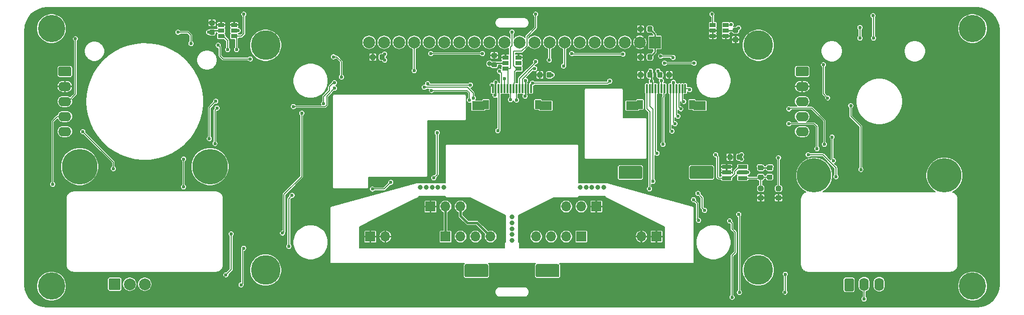
<source format=gbr>
%TF.GenerationSoftware,KiCad,Pcbnew,5.1.9-73d0e3b20d~88~ubuntu18.04.1*%
%TF.CreationDate,2020-12-31T14:23:56+01:00*%
%TF.ProjectId,ss_frontpanel_inner_plate,73735f66-726f-46e7-9470-616e656c5f69,rev?*%
%TF.SameCoordinates,Original*%
%TF.FileFunction,Copper,L2,Bot*%
%TF.FilePolarity,Positive*%
%FSLAX46Y46*%
G04 Gerber Fmt 4.6, Leading zero omitted, Abs format (unit mm)*
G04 Created by KiCad (PCBNEW 5.1.9-73d0e3b20d~88~ubuntu18.04.1) date 2020-12-31 14:23:56*
%MOMM*%
%LPD*%
G01*
G04 APERTURE LIST*
%TA.AperFunction,ComponentPad*%
%ADD10O,2.200000X1.600000*%
%TD*%
%TA.AperFunction,ComponentPad*%
%ADD11C,2.000000*%
%TD*%
%TA.AperFunction,ComponentPad*%
%ADD12C,6.000000*%
%TD*%
%TA.AperFunction,ComponentPad*%
%ADD13C,5.800000*%
%TD*%
%TA.AperFunction,ComponentPad*%
%ADD14O,1.600000X2.200000*%
%TD*%
%TA.AperFunction,SMDPad,CuDef*%
%ADD15R,1.560000X0.650000*%
%TD*%
%TA.AperFunction,ComponentPad*%
%ADD16C,5.000000*%
%TD*%
%TA.AperFunction,ComponentPad*%
%ADD17R,2.000000X2.000000*%
%TD*%
%TA.AperFunction,ComponentPad*%
%ADD18C,4.600000*%
%TD*%
%TA.AperFunction,WasherPad*%
%ADD19C,0.800000*%
%TD*%
%TA.AperFunction,ComponentPad*%
%ADD20O,1.700000X1.700000*%
%TD*%
%TA.AperFunction,ComponentPad*%
%ADD21R,1.700000X1.700000*%
%TD*%
%TA.AperFunction,SMDPad,CuDef*%
%ADD22R,1.060000X0.650000*%
%TD*%
%TA.AperFunction,SMDPad,CuDef*%
%ADD23R,1.000000X1.500000*%
%TD*%
%TA.AperFunction,SMDPad,CuDef*%
%ADD24R,2.000000X1.500000*%
%TD*%
%TA.AperFunction,SMDPad,CuDef*%
%ADD25R,0.300000X1.500000*%
%TD*%
%TA.AperFunction,ViaPad*%
%ADD26C,0.800000*%
%TD*%
%TA.AperFunction,ViaPad*%
%ADD27C,0.600000*%
%TD*%
%TA.AperFunction,Conductor*%
%ADD28C,0.200000*%
%TD*%
%TA.AperFunction,Conductor*%
%ADD29C,0.250000*%
%TD*%
%TA.AperFunction,Conductor*%
%ADD30C,0.150000*%
%TD*%
%TA.AperFunction,Conductor*%
%ADD31C,0.400000*%
%TD*%
%TA.AperFunction,Conductor*%
%ADD32C,0.127000*%
%TD*%
%TA.AperFunction,Conductor*%
%ADD33C,0.100000*%
%TD*%
G04 APERTURE END LIST*
D10*
%TO.P,ASM1,3*%
%TO.N,/Enc2_SW*%
X74500000Y-65000000D03*
%TO.P,ASM1,2*%
%TO.N,VDD_IO*%
X74500000Y-62460000D03*
%TO.P,ASM1,1*%
%TO.N,GND*%
%TA.AperFunction,ComponentPad*%
G36*
G01*
X75600000Y-59320000D02*
X75600000Y-60520000D01*
G75*
G02*
X75400000Y-60720000I-200000J0D01*
G01*
X73600000Y-60720000D01*
G75*
G02*
X73400000Y-60520000I0J200000D01*
G01*
X73400000Y-59320000D01*
G75*
G02*
X73600000Y-59120000I200000J0D01*
G01*
X75400000Y-59120000D01*
G75*
G02*
X75600000Y-59320000I0J-200000D01*
G01*
G37*
%TD.AperFunction*%
%TO.P,ASM1,5*%
%TO.N,/Enc2_A*%
X74500000Y-70080000D03*
%TO.P,ASM1,4*%
%TO.N,/Enc2_B*%
X74500000Y-67540000D03*
%TO.P,ASM1,6*%
%TO.N,GND*%
%TA.AperFunction,ComponentPad*%
G36*
G01*
X83920000Y-95090000D02*
X83920000Y-96690000D01*
G75*
G02*
X83720000Y-96890000I-200000J0D01*
G01*
X82120000Y-96890000D01*
G75*
G02*
X81920000Y-96690000I0J200000D01*
G01*
X81920000Y-95090000D01*
G75*
G02*
X82120000Y-94890000I200000J0D01*
G01*
X83720000Y-94890000D01*
G75*
G02*
X83920000Y-95090000I0J-200000D01*
G01*
G37*
%TD.AperFunction*%
D11*
%TO.P,ASM1,7*%
%TO.N,/PB_1A*%
X85460000Y-95890000D03*
%TO.P,ASM1,8*%
%TO.N,/PB_1B*%
X88000000Y-95890000D03*
D12*
%TO.P,ASM1,*%
%TO.N,*%
X77000000Y-76000000D03*
X99000000Y-76000000D03*
%TD*%
D13*
%TO.P,ASM2,*%
%TO.N,*%
X223000000Y-77500000D03*
D10*
%TO.P,ASM2,3*%
%TO.N,/ENC_SWn*%
X199000000Y-65000000D03*
%TO.P,ASM2,2*%
%TO.N,VDD_IO*%
X199000000Y-62460000D03*
%TO.P,ASM2,1*%
%TO.N,GND*%
%TA.AperFunction,ComponentPad*%
G36*
G01*
X200100000Y-59320000D02*
X200100000Y-60520000D01*
G75*
G02*
X199900000Y-60720000I-200000J0D01*
G01*
X198100000Y-60720000D01*
G75*
G02*
X197900000Y-60520000I0J200000D01*
G01*
X197900000Y-59320000D01*
G75*
G02*
X198100000Y-59120000I200000J0D01*
G01*
X199900000Y-59120000D01*
G75*
G02*
X200100000Y-59320000I0J-200000D01*
G01*
G37*
%TD.AperFunction*%
%TO.P,ASM2,4*%
%TO.N,/ENC_B*%
X199000000Y-67540000D03*
%TO.P,ASM2,5*%
%TO.N,/ENC_A*%
X199000000Y-70080000D03*
D13*
%TO.P,ASM2,*%
%TO.N,*%
X201000000Y-77500000D03*
D14*
%TO.P,ASM2,8*%
%TO.N,/PB_2B*%
X212000000Y-95890000D03*
%TO.P,ASM2,7*%
%TO.N,/PB_2A*%
X209460000Y-95890000D03*
%TO.P,ASM2,6*%
%TO.N,GND*%
%TA.AperFunction,ComponentPad*%
G36*
G01*
X207720000Y-95100000D02*
X207720000Y-96900000D01*
G75*
G02*
X207520000Y-97100000I-200000J0D01*
G01*
X206320000Y-97100000D01*
G75*
G02*
X206120000Y-96900000I0J200000D01*
G01*
X206120000Y-95100000D01*
G75*
G02*
X206320000Y-94900000I200000J0D01*
G01*
X207520000Y-94900000D01*
G75*
G02*
X207720000Y-95100000I0J-200000D01*
G01*
G37*
%TD.AperFunction*%
%TD*%
%TO.P,C13,2*%
%TO.N,GND*%
%TA.AperFunction,SMDPad,CuDef*%
G36*
G01*
X187950000Y-74656250D02*
X187950000Y-74143750D01*
G75*
G02*
X188168750Y-73925000I218750J0D01*
G01*
X188606250Y-73925000D01*
G75*
G02*
X188825000Y-74143750I0J-218750D01*
G01*
X188825000Y-74656250D01*
G75*
G02*
X188606250Y-74875000I-218750J0D01*
G01*
X188168750Y-74875000D01*
G75*
G02*
X187950000Y-74656250I0J218750D01*
G01*
G37*
%TD.AperFunction*%
%TO.P,C13,1*%
%TO.N,VDD_IO*%
%TA.AperFunction,SMDPad,CuDef*%
G36*
G01*
X186375000Y-74656250D02*
X186375000Y-74143750D01*
G75*
G02*
X186593750Y-73925000I218750J0D01*
G01*
X187031250Y-73925000D01*
G75*
G02*
X187250000Y-74143750I0J-218750D01*
G01*
X187250000Y-74656250D01*
G75*
G02*
X187031250Y-74875000I-218750J0D01*
G01*
X186593750Y-74875000D01*
G75*
G02*
X186375000Y-74656250I0J218750D01*
G01*
G37*
%TD.AperFunction*%
%TD*%
D15*
%TO.P,U6,5*%
%TO.N,VDD_IO*%
X186250000Y-77000000D03*
%TO.P,U6,6*%
X186250000Y-76050000D03*
%TO.P,U6,4*%
%TO.N,/HWID_0*%
X186250000Y-77950000D03*
%TO.P,U6,3*%
%TO.N,/HWID_0_i*%
X188950000Y-77950000D03*
%TO.P,U6,2*%
%TO.N,GND*%
X188950000Y-77000000D03*
%TO.P,U6,1*%
%TO.N,/HWID_0*%
X188950000Y-76050000D03*
%TD*%
D16*
%TO.P,OLED1,21*%
%TO.N,GND*%
X191600000Y-55500000D03*
X191600000Y-93500000D03*
X108400000Y-93500000D03*
X108400000Y-55500000D03*
D11*
%TO.P,OLED1,20*%
X125870000Y-55000000D03*
%TO.P,OLED1,19*%
X128410000Y-55000000D03*
%TO.P,OLED1,18*%
%TO.N,Net-(OLED1-Pad18)*%
X130950000Y-55000000D03*
%TO.P,OLED1,17*%
%TO.N,/~CSn~*%
X133490000Y-55000000D03*
%TO.P,OLED1,16*%
%TO.N,/~RESn~*%
X136030000Y-55000000D03*
%TO.P,OLED1,15*%
%TO.N,Net-(OLED1-Pad15)*%
X138570000Y-55000000D03*
%TO.P,OLED1,14*%
%TO.N,GND*%
X141110000Y-55000000D03*
%TO.P,OLED1,13*%
X143650000Y-55000000D03*
%TO.P,OLED1,12*%
X146190000Y-55000000D03*
%TO.P,OLED1,11*%
X148730000Y-55000000D03*
%TO.P,OLED1,10*%
X151270000Y-55000000D03*
%TO.P,OLED1,9*%
%TO.N,Net-(OLED1-Pad9)*%
X153810000Y-55000000D03*
%TO.P,OLED1,8*%
%TO.N,/MOSI*%
X156350000Y-55000000D03*
%TO.P,OLED1,7*%
%TO.N,/SCK*%
X158890000Y-55000000D03*
%TO.P,OLED1,6*%
%TO.N,GND*%
X161430000Y-55000000D03*
%TO.P,OLED1,5*%
X163970000Y-55000000D03*
%TO.P,OLED1,4*%
%TO.N,/D~Cn~*%
X166510000Y-55000000D03*
%TO.P,OLED1,3*%
%TO.N,Net-(OLED1-Pad3)*%
X169050000Y-55000000D03*
%TO.P,OLED1,2*%
%TO.N,VDD_IO*%
X171590000Y-55000000D03*
D17*
%TO.P,OLED1,1*%
%TO.N,GND*%
X174130000Y-55000000D03*
%TD*%
D18*
%TO.P,H4,1*%
%TO.N,GND*%
X72250000Y-52670000D03*
%TD*%
%TO.P,H3,1*%
%TO.N,GND*%
X227750000Y-52670000D03*
%TD*%
%TO.P,H2,1*%
%TO.N,GND*%
X227750000Y-96200000D03*
%TD*%
%TO.P,H1,1*%
%TO.N,GND*%
X72250000Y-96200000D03*
%TD*%
D19*
%TO.P,M3,*%
%TO.N,*%
X165500000Y-79500000D03*
X161500000Y-79500000D03*
X164500000Y-79500000D03*
X162500000Y-79500000D03*
X163500000Y-79500000D03*
%TD*%
%TO.P,M2,*%
%TO.N,*%
X150000000Y-84500000D03*
X150000000Y-88500000D03*
X150000000Y-85500000D03*
X150000000Y-87500000D03*
X150000000Y-86500000D03*
%TD*%
%TO.P,M1,*%
%TO.N,*%
X138500000Y-79500000D03*
X134500000Y-79500000D03*
X137500000Y-79500000D03*
X135500000Y-79500000D03*
X136500000Y-79500000D03*
%TD*%
%TO.P,M4,2*%
%TO.N,Net-(M4-Pad2)*%
%TA.AperFunction,ComponentPad*%
G36*
G01*
X158000000Y-92750800D02*
X158000000Y-94449200D01*
G75*
G02*
X157749200Y-94700000I-250800J0D01*
G01*
X154250800Y-94700000D01*
G75*
G02*
X154000000Y-94449200I0J250800D01*
G01*
X154000000Y-92750800D01*
G75*
G02*
X154250800Y-92500000I250800J0D01*
G01*
X157749200Y-92500000D01*
G75*
G02*
X158000000Y-92750800I0J-250800D01*
G01*
G37*
%TD.AperFunction*%
%TO.P,M4,1*%
%TO.N,Net-(M4-Pad1)*%
%TA.AperFunction,ComponentPad*%
G36*
G01*
X142000000Y-94449200D02*
X142000000Y-92750800D01*
G75*
G02*
X142250800Y-92500000I250800J0D01*
G01*
X145749200Y-92500000D01*
G75*
G02*
X146000000Y-92750800I0J-250800D01*
G01*
X146000000Y-94449200D01*
G75*
G02*
X145749200Y-94700000I-250800J0D01*
G01*
X142250800Y-94700000D01*
G75*
G02*
X142000000Y-94449200I0J250800D01*
G01*
G37*
%TD.AperFunction*%
%TD*%
%TO.P,M5,2*%
%TO.N,Net-(M5-Pad2)*%
%TA.AperFunction,ComponentPad*%
G36*
G01*
X184000000Y-76150800D02*
X184000000Y-77849200D01*
G75*
G02*
X183749200Y-78100000I-250800J0D01*
G01*
X180250800Y-78100000D01*
G75*
G02*
X180000000Y-77849200I0J250800D01*
G01*
X180000000Y-76150800D01*
G75*
G02*
X180250800Y-75900000I250800J0D01*
G01*
X183749200Y-75900000D01*
G75*
G02*
X184000000Y-76150800I0J-250800D01*
G01*
G37*
%TD.AperFunction*%
%TO.P,M5,1*%
%TO.N,Net-(M5-Pad1)*%
%TA.AperFunction,ComponentPad*%
G36*
G01*
X168000000Y-77849200D02*
X168000000Y-76150800D01*
G75*
G02*
X168250800Y-75900000I250800J0D01*
G01*
X171749200Y-75900000D01*
G75*
G02*
X172000000Y-76150800I0J-250800D01*
G01*
X172000000Y-77849200D01*
G75*
G02*
X171749200Y-78100000I-250800J0D01*
G01*
X168250800Y-78100000D01*
G75*
G02*
X168000000Y-77849200I0J250800D01*
G01*
G37*
%TD.AperFunction*%
%TD*%
D20*
%TO.P,J6,3*%
%TO.N,Net-(J5-Pad4)*%
X141320000Y-82760000D03*
%TO.P,J6,2*%
%TO.N,Net-(J5-Pad1)*%
X138780000Y-82760000D03*
D21*
%TO.P,J6,1*%
%TO.N,/BridgeAdapter 1/COM*%
X136240000Y-82760000D03*
%TD*%
D20*
%TO.P,J9,3*%
%TO.N,Net-(J8-Pad4)*%
X159160000Y-82760000D03*
%TO.P,J9,2*%
%TO.N,Net-(J8-Pad1)*%
X161700000Y-82760000D03*
D21*
%TO.P,J9,1*%
%TO.N,/BridgeAdapter 2/COM*%
X164240000Y-82760000D03*
%TD*%
D20*
%TO.P,J8,4*%
%TO.N,Net-(J8-Pad4)*%
X154080000Y-87840000D03*
%TO.P,J8,3*%
%TO.N,Net-(J8-Pad3)*%
X156620000Y-87840000D03*
%TO.P,J8,2*%
%TO.N,Net-(J8-Pad2)*%
X159160000Y-87840000D03*
D21*
%TO.P,J8,1*%
%TO.N,Net-(J8-Pad1)*%
X161700000Y-87840000D03*
%TD*%
D20*
%TO.P,J7,2*%
%TO.N,/BridgeAdapter 2/COM*%
X171860000Y-87840000D03*
D21*
%TO.P,J7,1*%
X174400000Y-87840000D03*
%TD*%
D20*
%TO.P,J5,4*%
%TO.N,Net-(J5-Pad4)*%
X146400000Y-87840000D03*
%TO.P,J5,3*%
%TO.N,Net-(J5-Pad3)*%
X143860000Y-87840000D03*
%TO.P,J5,2*%
%TO.N,Net-(J5-Pad2)*%
X141320000Y-87840000D03*
D21*
%TO.P,J5,1*%
%TO.N,Net-(J5-Pad1)*%
X138780000Y-87840000D03*
%TD*%
D20*
%TO.P,J4,2*%
%TO.N,/BridgeAdapter 1/COM*%
X128620000Y-87840000D03*
D21*
%TO.P,J4,1*%
X126080000Y-87840000D03*
%TD*%
D22*
%TO.P,U5,5*%
%TO.N,GND*%
X103100000Y-53000000D03*
%TO.P,U5,6*%
%TO.N,/SDA*%
X103100000Y-53950000D03*
%TO.P,U5,4*%
%TO.N,VDD_IO*%
X103100000Y-52050000D03*
%TO.P,U5,3*%
X100900000Y-52050000D03*
%TO.P,U5,2*%
%TO.N,GND*%
X100900000Y-53000000D03*
%TO.P,U5,1*%
%TO.N,/SCL*%
X100900000Y-53950000D03*
%TD*%
%TO.P,U4,5*%
%TO.N,/TS In mid/A0*%
X151100000Y-58500000D03*
%TO.P,U4,6*%
%TO.N,/SDA*%
X151100000Y-59450000D03*
%TO.P,U4,4*%
%TO.N,VDD_IO*%
X151100000Y-57550000D03*
%TO.P,U4,3*%
X148900000Y-57550000D03*
%TO.P,U4,2*%
%TO.N,GND*%
X148900000Y-58500000D03*
%TO.P,U4,1*%
%TO.N,/SCL*%
X148900000Y-59450000D03*
%TD*%
%TO.P,U3,5*%
%TO.N,VDD_IO*%
X183900000Y-53000000D03*
%TO.P,U3,6*%
%TO.N,/SDA*%
X183900000Y-52050000D03*
%TO.P,U3,4*%
%TO.N,VDD_IO*%
X183900000Y-53950000D03*
%TO.P,U3,3*%
X186100000Y-53950000D03*
%TO.P,U3,2*%
%TO.N,GND*%
X186100000Y-53000000D03*
%TO.P,U3,1*%
%TO.N,/SCL*%
X186100000Y-52050000D03*
%TD*%
%TO.P,R7,2*%
%TO.N,GND*%
%TA.AperFunction,SMDPad,CuDef*%
G36*
G01*
X193756250Y-76650000D02*
X193243750Y-76650000D01*
G75*
G02*
X193025000Y-76431250I0J218750D01*
G01*
X193025000Y-75993750D01*
G75*
G02*
X193243750Y-75775000I218750J0D01*
G01*
X193756250Y-75775000D01*
G75*
G02*
X193975000Y-75993750I0J-218750D01*
G01*
X193975000Y-76431250D01*
G75*
G02*
X193756250Y-76650000I-218750J0D01*
G01*
G37*
%TD.AperFunction*%
%TO.P,R7,1*%
%TO.N,/HWID_0_i*%
%TA.AperFunction,SMDPad,CuDef*%
G36*
G01*
X193756250Y-78225000D02*
X193243750Y-78225000D01*
G75*
G02*
X193025000Y-78006250I0J218750D01*
G01*
X193025000Y-77568750D01*
G75*
G02*
X193243750Y-77350000I218750J0D01*
G01*
X193756250Y-77350000D01*
G75*
G02*
X193975000Y-77568750I0J-218750D01*
G01*
X193975000Y-78006250D01*
G75*
G02*
X193756250Y-78225000I-218750J0D01*
G01*
G37*
%TD.AperFunction*%
%TD*%
%TO.P,R3,2*%
%TO.N,/HWID_0_i*%
%TA.AperFunction,SMDPad,CuDef*%
G36*
G01*
X192256250Y-80150000D02*
X191743750Y-80150000D01*
G75*
G02*
X191525000Y-79931250I0J218750D01*
G01*
X191525000Y-79493750D01*
G75*
G02*
X191743750Y-79275000I218750J0D01*
G01*
X192256250Y-79275000D01*
G75*
G02*
X192475000Y-79493750I0J-218750D01*
G01*
X192475000Y-79931250D01*
G75*
G02*
X192256250Y-80150000I-218750J0D01*
G01*
G37*
%TD.AperFunction*%
%TO.P,R3,1*%
%TO.N,VDD_IO*%
%TA.AperFunction,SMDPad,CuDef*%
G36*
G01*
X192256250Y-81725000D02*
X191743750Y-81725000D01*
G75*
G02*
X191525000Y-81506250I0J218750D01*
G01*
X191525000Y-81068750D01*
G75*
G02*
X191743750Y-80850000I218750J0D01*
G01*
X192256250Y-80850000D01*
G75*
G02*
X192475000Y-81068750I0J-218750D01*
G01*
X192475000Y-81506250D01*
G75*
G02*
X192256250Y-81725000I-218750J0D01*
G01*
G37*
%TD.AperFunction*%
%TD*%
%TO.P,R2,2*%
%TO.N,/HWID_0_i*%
%TA.AperFunction,SMDPad,CuDef*%
G36*
G01*
X195256250Y-80150000D02*
X194743750Y-80150000D01*
G75*
G02*
X194525000Y-79931250I0J218750D01*
G01*
X194525000Y-79493750D01*
G75*
G02*
X194743750Y-79275000I218750J0D01*
G01*
X195256250Y-79275000D01*
G75*
G02*
X195475000Y-79493750I0J-218750D01*
G01*
X195475000Y-79931250D01*
G75*
G02*
X195256250Y-80150000I-218750J0D01*
G01*
G37*
%TD.AperFunction*%
%TO.P,R2,1*%
%TO.N,VDD_IO*%
%TA.AperFunction,SMDPad,CuDef*%
G36*
G01*
X195256250Y-81725000D02*
X194743750Y-81725000D01*
G75*
G02*
X194525000Y-81506250I0J218750D01*
G01*
X194525000Y-81068750D01*
G75*
G02*
X194743750Y-80850000I218750J0D01*
G01*
X195256250Y-80850000D01*
G75*
G02*
X195475000Y-81068750I0J-218750D01*
G01*
X195475000Y-81506250D01*
G75*
G02*
X195256250Y-81725000I-218750J0D01*
G01*
G37*
%TD.AperFunction*%
%TD*%
%TO.P,C12,2*%
%TO.N,GND*%
%TA.AperFunction,SMDPad,CuDef*%
G36*
G01*
X99093750Y-52850000D02*
X99606250Y-52850000D01*
G75*
G02*
X99825000Y-53068750I0J-218750D01*
G01*
X99825000Y-53506250D01*
G75*
G02*
X99606250Y-53725000I-218750J0D01*
G01*
X99093750Y-53725000D01*
G75*
G02*
X98875000Y-53506250I0J218750D01*
G01*
X98875000Y-53068750D01*
G75*
G02*
X99093750Y-52850000I218750J0D01*
G01*
G37*
%TD.AperFunction*%
%TO.P,C12,1*%
%TO.N,VDD_IO*%
%TA.AperFunction,SMDPad,CuDef*%
G36*
G01*
X99093750Y-51275000D02*
X99606250Y-51275000D01*
G75*
G02*
X99825000Y-51493750I0J-218750D01*
G01*
X99825000Y-51931250D01*
G75*
G02*
X99606250Y-52150000I-218750J0D01*
G01*
X99093750Y-52150000D01*
G75*
G02*
X98875000Y-51931250I0J218750D01*
G01*
X98875000Y-51493750D01*
G75*
G02*
X99093750Y-51275000I218750J0D01*
G01*
G37*
%TD.AperFunction*%
%TD*%
%TO.P,C11,2*%
%TO.N,GND*%
%TA.AperFunction,SMDPad,CuDef*%
G36*
G01*
X146743750Y-58350000D02*
X147256250Y-58350000D01*
G75*
G02*
X147475000Y-58568750I0J-218750D01*
G01*
X147475000Y-59006250D01*
G75*
G02*
X147256250Y-59225000I-218750J0D01*
G01*
X146743750Y-59225000D01*
G75*
G02*
X146525000Y-59006250I0J218750D01*
G01*
X146525000Y-58568750D01*
G75*
G02*
X146743750Y-58350000I218750J0D01*
G01*
G37*
%TD.AperFunction*%
%TO.P,C11,1*%
%TO.N,VDD_IO*%
%TA.AperFunction,SMDPad,CuDef*%
G36*
G01*
X146743750Y-56775000D02*
X147256250Y-56775000D01*
G75*
G02*
X147475000Y-56993750I0J-218750D01*
G01*
X147475000Y-57431250D01*
G75*
G02*
X147256250Y-57650000I-218750J0D01*
G01*
X146743750Y-57650000D01*
G75*
G02*
X146525000Y-57431250I0J218750D01*
G01*
X146525000Y-56993750D01*
G75*
G02*
X146743750Y-56775000I218750J0D01*
G01*
G37*
%TD.AperFunction*%
%TD*%
%TO.P,C10,2*%
%TO.N,GND*%
%TA.AperFunction,SMDPad,CuDef*%
G36*
G01*
X188006250Y-53400000D02*
X187493750Y-53400000D01*
G75*
G02*
X187275000Y-53181250I0J218750D01*
G01*
X187275000Y-52743750D01*
G75*
G02*
X187493750Y-52525000I218750J0D01*
G01*
X188006250Y-52525000D01*
G75*
G02*
X188225000Y-52743750I0J-218750D01*
G01*
X188225000Y-53181250D01*
G75*
G02*
X188006250Y-53400000I-218750J0D01*
G01*
G37*
%TD.AperFunction*%
%TO.P,C10,1*%
%TO.N,VDD_IO*%
%TA.AperFunction,SMDPad,CuDef*%
G36*
G01*
X188006250Y-54975000D02*
X187493750Y-54975000D01*
G75*
G02*
X187275000Y-54756250I0J218750D01*
G01*
X187275000Y-54318750D01*
G75*
G02*
X187493750Y-54100000I218750J0D01*
G01*
X188006250Y-54100000D01*
G75*
G02*
X188225000Y-54318750I0J-218750D01*
G01*
X188225000Y-54756250D01*
G75*
G02*
X188006250Y-54975000I-218750J0D01*
G01*
G37*
%TD.AperFunction*%
%TD*%
%TO.P,C7,2*%
%TO.N,/HWID_0_i*%
%TA.AperFunction,SMDPad,CuDef*%
G36*
G01*
X191743750Y-77350000D02*
X192256250Y-77350000D01*
G75*
G02*
X192475000Y-77568750I0J-218750D01*
G01*
X192475000Y-78006250D01*
G75*
G02*
X192256250Y-78225000I-218750J0D01*
G01*
X191743750Y-78225000D01*
G75*
G02*
X191525000Y-78006250I0J218750D01*
G01*
X191525000Y-77568750D01*
G75*
G02*
X191743750Y-77350000I218750J0D01*
G01*
G37*
%TD.AperFunction*%
%TO.P,C7,1*%
%TO.N,GND*%
%TA.AperFunction,SMDPad,CuDef*%
G36*
G01*
X191743750Y-75775000D02*
X192256250Y-75775000D01*
G75*
G02*
X192475000Y-75993750I0J-218750D01*
G01*
X192475000Y-76431250D01*
G75*
G02*
X192256250Y-76650000I-218750J0D01*
G01*
X191743750Y-76650000D01*
G75*
G02*
X191525000Y-76431250I0J218750D01*
G01*
X191525000Y-75993750D01*
G75*
G02*
X191743750Y-75775000I218750J0D01*
G01*
G37*
%TD.AperFunction*%
%TD*%
%TO.P,C6,2*%
%TO.N,GND*%
%TA.AperFunction,SMDPad,CuDef*%
G36*
G01*
X172850000Y-53006250D02*
X172850000Y-52493750D01*
G75*
G02*
X173068750Y-52275000I218750J0D01*
G01*
X173506250Y-52275000D01*
G75*
G02*
X173725000Y-52493750I0J-218750D01*
G01*
X173725000Y-53006250D01*
G75*
G02*
X173506250Y-53225000I-218750J0D01*
G01*
X173068750Y-53225000D01*
G75*
G02*
X172850000Y-53006250I0J218750D01*
G01*
G37*
%TD.AperFunction*%
%TO.P,C6,1*%
%TO.N,VDD_IO*%
%TA.AperFunction,SMDPad,CuDef*%
G36*
G01*
X171275000Y-53006250D02*
X171275000Y-52493750D01*
G75*
G02*
X171493750Y-52275000I218750J0D01*
G01*
X171931250Y-52275000D01*
G75*
G02*
X172150000Y-52493750I0J-218750D01*
G01*
X172150000Y-53006250D01*
G75*
G02*
X171931250Y-53225000I-218750J0D01*
G01*
X171493750Y-53225000D01*
G75*
G02*
X171275000Y-53006250I0J218750D01*
G01*
G37*
%TD.AperFunction*%
%TD*%
%TO.P,C5,2*%
%TO.N,GND*%
%TA.AperFunction,SMDPad,CuDef*%
G36*
G01*
X172850000Y-57756250D02*
X172850000Y-57243750D01*
G75*
G02*
X173068750Y-57025000I218750J0D01*
G01*
X173506250Y-57025000D01*
G75*
G02*
X173725000Y-57243750I0J-218750D01*
G01*
X173725000Y-57756250D01*
G75*
G02*
X173506250Y-57975000I-218750J0D01*
G01*
X173068750Y-57975000D01*
G75*
G02*
X172850000Y-57756250I0J218750D01*
G01*
G37*
%TD.AperFunction*%
%TO.P,C5,1*%
%TO.N,VDD_IO*%
%TA.AperFunction,SMDPad,CuDef*%
G36*
G01*
X171275000Y-57756250D02*
X171275000Y-57243750D01*
G75*
G02*
X171493750Y-57025000I218750J0D01*
G01*
X171931250Y-57025000D01*
G75*
G02*
X172150000Y-57243750I0J-218750D01*
G01*
X172150000Y-57756250D01*
G75*
G02*
X171931250Y-57975000I-218750J0D01*
G01*
X171493750Y-57975000D01*
G75*
G02*
X171275000Y-57756250I0J218750D01*
G01*
G37*
%TD.AperFunction*%
%TD*%
%TO.P,C4,2*%
%TO.N,GND*%
%TA.AperFunction,SMDPad,CuDef*%
G36*
G01*
X175400000Y-60243750D02*
X175400000Y-60756250D01*
G75*
G02*
X175181250Y-60975000I-218750J0D01*
G01*
X174743750Y-60975000D01*
G75*
G02*
X174525000Y-60756250I0J218750D01*
G01*
X174525000Y-60243750D01*
G75*
G02*
X174743750Y-60025000I218750J0D01*
G01*
X175181250Y-60025000D01*
G75*
G02*
X175400000Y-60243750I0J-218750D01*
G01*
G37*
%TD.AperFunction*%
%TO.P,C4,1*%
%TO.N,VDD_IO*%
%TA.AperFunction,SMDPad,CuDef*%
G36*
G01*
X176975000Y-60243750D02*
X176975000Y-60756250D01*
G75*
G02*
X176756250Y-60975000I-218750J0D01*
G01*
X176318750Y-60975000D01*
G75*
G02*
X176100000Y-60756250I0J218750D01*
G01*
X176100000Y-60243750D01*
G75*
G02*
X176318750Y-60025000I218750J0D01*
G01*
X176756250Y-60025000D01*
G75*
G02*
X176975000Y-60243750I0J-218750D01*
G01*
G37*
%TD.AperFunction*%
%TD*%
%TO.P,C3,2*%
%TO.N,GND*%
%TA.AperFunction,SMDPad,CuDef*%
G36*
G01*
X172850000Y-60756250D02*
X172850000Y-60243750D01*
G75*
G02*
X173068750Y-60025000I218750J0D01*
G01*
X173506250Y-60025000D01*
G75*
G02*
X173725000Y-60243750I0J-218750D01*
G01*
X173725000Y-60756250D01*
G75*
G02*
X173506250Y-60975000I-218750J0D01*
G01*
X173068750Y-60975000D01*
G75*
G02*
X172850000Y-60756250I0J218750D01*
G01*
G37*
%TD.AperFunction*%
%TO.P,C3,1*%
%TO.N,VDD_IO*%
%TA.AperFunction,SMDPad,CuDef*%
G36*
G01*
X171275000Y-60756250D02*
X171275000Y-60243750D01*
G75*
G02*
X171493750Y-60025000I218750J0D01*
G01*
X171931250Y-60025000D01*
G75*
G02*
X172150000Y-60243750I0J-218750D01*
G01*
X172150000Y-60756250D01*
G75*
G02*
X171931250Y-60975000I-218750J0D01*
G01*
X171493750Y-60975000D01*
G75*
G02*
X171275000Y-60756250I0J218750D01*
G01*
G37*
%TD.AperFunction*%
%TD*%
%TO.P,C2,2*%
%TO.N,GND*%
%TA.AperFunction,SMDPad,CuDef*%
G36*
G01*
X155850000Y-60756250D02*
X155850000Y-60243750D01*
G75*
G02*
X156068750Y-60025000I218750J0D01*
G01*
X156506250Y-60025000D01*
G75*
G02*
X156725000Y-60243750I0J-218750D01*
G01*
X156725000Y-60756250D01*
G75*
G02*
X156506250Y-60975000I-218750J0D01*
G01*
X156068750Y-60975000D01*
G75*
G02*
X155850000Y-60756250I0J218750D01*
G01*
G37*
%TD.AperFunction*%
%TO.P,C2,1*%
%TO.N,VDD_IO*%
%TA.AperFunction,SMDPad,CuDef*%
G36*
G01*
X154275000Y-60756250D02*
X154275000Y-60243750D01*
G75*
G02*
X154493750Y-60025000I218750J0D01*
G01*
X154931250Y-60025000D01*
G75*
G02*
X155150000Y-60243750I0J-218750D01*
G01*
X155150000Y-60756250D01*
G75*
G02*
X154931250Y-60975000I-218750J0D01*
G01*
X154493750Y-60975000D01*
G75*
G02*
X154275000Y-60756250I0J218750D01*
G01*
G37*
%TD.AperFunction*%
%TD*%
%TO.P,C1,2*%
%TO.N,GND*%
%TA.AperFunction,SMDPad,CuDef*%
G36*
G01*
X127637500Y-57756250D02*
X127637500Y-57243750D01*
G75*
G02*
X127856250Y-57025000I218750J0D01*
G01*
X128293750Y-57025000D01*
G75*
G02*
X128512500Y-57243750I0J-218750D01*
G01*
X128512500Y-57756250D01*
G75*
G02*
X128293750Y-57975000I-218750J0D01*
G01*
X127856250Y-57975000D01*
G75*
G02*
X127637500Y-57756250I0J218750D01*
G01*
G37*
%TD.AperFunction*%
%TO.P,C1,1*%
%TO.N,VDD_IO*%
%TA.AperFunction,SMDPad,CuDef*%
G36*
G01*
X126062500Y-57756250D02*
X126062500Y-57243750D01*
G75*
G02*
X126281250Y-57025000I218750J0D01*
G01*
X126718750Y-57025000D01*
G75*
G02*
X126937500Y-57243750I0J-218750D01*
G01*
X126937500Y-57756250D01*
G75*
G02*
X126718750Y-57975000I-218750J0D01*
G01*
X126281250Y-57975000D01*
G75*
G02*
X126062500Y-57756250I0J218750D01*
G01*
G37*
%TD.AperFunction*%
%TD*%
D23*
%TO.P,J1,16*%
%TO.N,Net-(J1-Pad16)*%
X145600000Y-65500000D03*
%TO.P,J1,15*%
%TO.N,Net-(J1-Pad15)*%
X154400000Y-65500000D03*
D24*
%TO.P,J1,16*%
%TO.N,Net-(J1-Pad16)*%
X144300000Y-65700000D03*
%TO.P,J1,15*%
%TO.N,Net-(J1-Pad15)*%
X155700000Y-65700000D03*
D25*
%TO.P,J1,14*%
%TO.N,/PB_1A*%
X146750000Y-62800000D03*
%TO.P,J1,13*%
%TO.N,GND*%
X147250000Y-62800000D03*
%TO.P,J1,12*%
%TO.N,/PB_1B*%
X147750000Y-62800000D03*
%TO.P,J1,11*%
%TO.N,/~CSn~*%
X148250000Y-62800000D03*
%TO.P,J1,10*%
%TO.N,/Enc2_SW*%
X148750000Y-62800000D03*
%TO.P,J1,9*%
%TO.N,/SCL*%
X149250000Y-62800000D03*
%TO.P,J1,8*%
%TO.N,/Enc2_B*%
X149750000Y-62800000D03*
%TO.P,J1,7*%
%TO.N,/SDA*%
X150250000Y-62800000D03*
%TO.P,J1,6*%
%TO.N,/Enc2_A*%
X150750000Y-62800000D03*
%TO.P,J1,5*%
%TO.N,/MOSI*%
X151250000Y-62800000D03*
%TO.P,J1,4*%
%TO.N,/SCK*%
X151750000Y-62800000D03*
%TO.P,J1,3*%
%TO.N,GND*%
X152250000Y-62800000D03*
%TO.P,J1,2*%
%TO.N,VDD_IO*%
X152750000Y-62800000D03*
%TO.P,J1,1*%
%TO.N,/D~Cn~*%
X153250000Y-62800000D03*
%TD*%
D23*
%TO.P,J2,16*%
%TO.N,Net-(J2-Pad16)*%
X171600000Y-65500000D03*
%TO.P,J2,15*%
%TO.N,Net-(J2-Pad15)*%
X180400000Y-65500000D03*
D24*
%TO.P,J2,16*%
%TO.N,Net-(J2-Pad16)*%
X170300000Y-65700000D03*
%TO.P,J2,15*%
%TO.N,Net-(J2-Pad15)*%
X181700000Y-65700000D03*
D25*
%TO.P,J2,14*%
%TO.N,/PB_2A*%
X172750000Y-62800000D03*
%TO.P,J2,13*%
%TO.N,/PB_2B*%
X173250000Y-62800000D03*
%TO.P,J2,12*%
%TO.N,GND*%
X173750000Y-62800000D03*
%TO.P,J2,11*%
%TO.N,/HWID_0*%
X174250000Y-62800000D03*
%TO.P,J2,10*%
%TO.N,VDD_IO*%
X174750000Y-62800000D03*
%TO.P,J2,9*%
%TO.N,/AUX_RX*%
X175250000Y-62800000D03*
%TO.P,J2,8*%
%TO.N,/AUX_TX*%
X175750000Y-62800000D03*
%TO.P,J2,7*%
%TO.N,VDD_IO*%
X176250000Y-62800000D03*
%TO.P,J2,6*%
%TO.N,/ENC_A*%
X176750000Y-62800000D03*
%TO.P,J2,5*%
%TO.N,/~RESn~*%
X177250000Y-62800000D03*
%TO.P,J2,4*%
%TO.N,/ENC_B*%
X177750000Y-62800000D03*
%TO.P,J2,3*%
%TO.N,/~AUX_IRQn~*%
X178250000Y-62800000D03*
%TO.P,J2,2*%
%TO.N,/ENC_SWn*%
X178750000Y-62800000D03*
%TO.P,J2,1*%
%TO.N,/AUX_BOOT0*%
X179250000Y-62800000D03*
%TD*%
D26*
%TO.N,GND*%
X146199994Y-58600000D03*
D27*
X193750000Y-76000000D03*
X191750000Y-76000000D03*
X188250000Y-52550010D03*
X103750000Y-53000000D03*
X98750000Y-53300000D03*
X189800000Y-77000000D03*
X188750000Y-74750000D03*
X188750000Y-74000000D03*
X188163909Y-77013909D03*
X173400000Y-59850000D03*
X174650000Y-59850000D03*
X173517501Y-61582499D03*
X152300000Y-61428768D03*
X152200000Y-64100000D03*
X156800000Y-60500000D03*
X128500000Y-58000000D03*
X128500000Y-57000000D03*
X147256698Y-61759061D03*
X147150000Y-63950000D03*
%TO.N,/PB_1A*%
X102600000Y-87400000D03*
X101700000Y-94300000D03*
X111250000Y-87250000D03*
X143000000Y-62200000D03*
X146650000Y-62199990D03*
X135750000Y-62000011D03*
X120035411Y-61829177D03*
X114500000Y-67000000D03*
X118200000Y-65350000D03*
%TO.N,/PB_1B*%
X112875000Y-80875000D03*
X112325002Y-89500000D03*
X129550000Y-78650000D03*
X136800000Y-77925000D03*
X137375000Y-70250000D03*
X147600000Y-69950000D03*
X126425000Y-79800000D03*
X104250000Y-96000000D03*
X104700000Y-89800000D03*
%TO.N,/PB_2A*%
X209450000Y-98400000D03*
X187150000Y-98100000D03*
X186750000Y-85200000D03*
X181500000Y-85100000D03*
X180650000Y-81600000D03*
X173219671Y-79780348D03*
%TO.N,/PB_2B*%
X196150000Y-94200000D03*
X196100000Y-97250000D03*
X188400000Y-97300000D03*
X181400000Y-80550000D03*
X182499996Y-83400000D03*
X188300000Y-84100000D03*
X173800000Y-78500000D03*
%TO.N,/ENC_A*%
X177000002Y-70000000D03*
%TO.N,/ENC_B*%
X178000000Y-67500000D03*
%TO.N,VDD_IO*%
X207500000Y-72750000D03*
X205500000Y-79000000D03*
X104250000Y-61200000D03*
X211250000Y-59200000D03*
%TO.N,/ENC_SWn*%
X179000006Y-65000000D03*
%TO.N,/HWID_0*%
X174500000Y-73750000D03*
X184400000Y-74000000D03*
%TO.N,/AUX_BOOT0*%
X180000000Y-63000000D03*
X204250000Y-75000014D03*
X204050000Y-71000000D03*
%TO.N,/~AUX_IRQn~*%
X178500000Y-66250000D03*
X196749962Y-66250000D03*
X202750000Y-72250000D03*
%TO.N,/AUX_TX*%
X175500000Y-72250000D03*
%TO.N,/AUX_RX*%
X208900000Y-76500000D03*
X207200000Y-65700000D03*
X180750000Y-58500000D03*
X175250000Y-61500000D03*
X203300000Y-64400000D03*
X202600000Y-58800000D03*
X175750006Y-58500006D03*
%TO.N,/~RESn~*%
X168750000Y-57000000D03*
X177200000Y-57550000D03*
X175100000Y-57350000D03*
X160100000Y-56900012D03*
X177249999Y-61767155D03*
X177500000Y-68750000D03*
X196749982Y-68750000D03*
X201500000Y-73000000D03*
X145000008Y-56900012D03*
X136300000Y-56900000D03*
%TO.N,/~CSn~*%
X147899994Y-59899994D03*
X133500000Y-59800000D03*
%TO.N,/D~Cn~*%
X166500000Y-61550000D03*
X153450002Y-61900000D03*
%TO.N,/MOSI*%
X156300000Y-58000000D03*
X153999989Y-58250011D03*
%TO.N,/SCK*%
X158700000Y-59000000D03*
X153835183Y-59442649D03*
%TO.N,/SCL*%
X208750000Y-54300000D03*
X208750000Y-52500000D03*
X187000000Y-52000000D03*
X102000000Y-56250000D03*
X150000004Y-53249996D03*
X101199999Y-53900000D03*
%TO.N,/SDA*%
X211050000Y-54300000D03*
X104727645Y-50250000D03*
X154000000Y-50250000D03*
X183750010Y-50250000D03*
X210950000Y-50500000D03*
X103500000Y-56249996D03*
%TO.N,/HWID_0_i*%
X195000000Y-79700000D03*
X192000000Y-79712500D03*
X204700004Y-77700000D03*
X200000000Y-74000000D03*
X195000000Y-74500000D03*
%TO.N,/Enc2_SW*%
X148750000Y-61100000D03*
X105800000Y-57800000D03*
X76300000Y-54400000D03*
X119850000Y-57450000D03*
X121200000Y-60850000D03*
X100400000Y-55500000D03*
X95800000Y-55199996D03*
X93600000Y-53300008D03*
%TO.N,/Enc2_B*%
X149750004Y-64700000D03*
X135200000Y-62600010D03*
X120063916Y-62774990D03*
X113100000Y-65850000D03*
X99850000Y-72100000D03*
X72450002Y-79000000D03*
X94550000Y-79450000D03*
X94571232Y-74721232D03*
X143483877Y-64442055D03*
X100200000Y-66100000D03*
%TO.N,/Enc2_A*%
X136400000Y-63125010D03*
X77550000Y-70100000D03*
X82700000Y-76350000D03*
X150750000Y-64750000D03*
X100000000Y-64950000D03*
X98900000Y-71300000D03*
X142800000Y-64750000D03*
%TD*%
D28*
%TO.N,Net-(J1-Pad16)*%
X145400000Y-65700000D02*
X145600000Y-65500000D01*
X144300000Y-65700000D02*
X145400000Y-65700000D01*
%TO.N,Net-(J1-Pad15)*%
X154600000Y-65700000D02*
X154400000Y-65500000D01*
X155700000Y-65700000D02*
X154600000Y-65700000D01*
%TO.N,Net-(J2-Pad16)*%
X171400000Y-65700000D02*
X171600000Y-65500000D01*
X170300000Y-65700000D02*
X171400000Y-65700000D01*
%TO.N,Net-(J2-Pad15)*%
X180600000Y-65700000D02*
X180400000Y-65500000D01*
X181700000Y-65700000D02*
X180600000Y-65700000D01*
D29*
%TO.N,GND*%
X174130000Y-53592500D02*
X173287500Y-52750000D01*
X174130000Y-55000000D02*
X174130000Y-53592500D01*
X174130000Y-56657500D02*
X173287500Y-57500000D01*
X174130000Y-55000000D02*
X174130000Y-56657500D01*
X173500000Y-61564998D02*
X173500000Y-60500000D01*
X173725001Y-61789999D02*
X173517501Y-61582499D01*
X173750000Y-62800000D02*
X173725001Y-62775001D01*
X173725001Y-62775001D02*
X173725001Y-61789999D01*
X173300000Y-60500000D02*
X173500000Y-60500000D01*
X147287500Y-58500000D02*
X147000000Y-58787500D01*
X148900000Y-58500000D02*
X147287500Y-58500000D01*
X146387494Y-58787500D02*
X146199994Y-58600000D01*
X147000000Y-58787500D02*
X146387494Y-58787500D01*
D28*
X193537500Y-76212500D02*
X193750000Y-76000000D01*
X193500000Y-76212500D02*
X193537500Y-76212500D01*
D29*
X193500000Y-76212500D02*
X191762500Y-76212500D01*
D28*
X191750000Y-76200000D02*
X191750000Y-76000000D01*
X191762500Y-76212500D02*
X191750000Y-76200000D01*
X191962500Y-76212500D02*
X191750000Y-76000000D01*
X192000000Y-76212500D02*
X191962500Y-76212500D01*
D29*
X173500000Y-60500000D02*
X173500000Y-60250000D01*
X186100000Y-53000000D02*
X187750000Y-53000000D01*
X187750000Y-52962500D02*
X187837510Y-52962500D01*
X187837510Y-52962500D02*
X188250000Y-52550010D01*
X103100000Y-53000000D02*
X103750000Y-53000000D01*
X99637500Y-53000000D02*
X99350000Y-53287500D01*
X100900000Y-53000000D02*
X99637500Y-53000000D01*
X99350000Y-53287500D02*
X98762500Y-53287500D01*
X98762500Y-53287500D02*
X98750000Y-53300000D01*
D28*
X188950000Y-77000000D02*
X188900000Y-77000000D01*
X188900000Y-77000000D02*
X189800000Y-77000000D01*
X188387500Y-74400000D02*
X188400000Y-74400000D01*
X188400000Y-74400000D02*
X188750000Y-74750000D01*
X188387500Y-74400000D02*
X188387500Y-74362500D01*
X188387500Y-74362500D02*
X188750000Y-74000000D01*
X188950000Y-77000000D02*
X188177818Y-77000000D01*
X188177818Y-77000000D02*
X188163909Y-77013909D01*
X173287500Y-60500000D02*
X173287500Y-59962500D01*
X173287500Y-59962500D02*
X173400000Y-59850000D01*
X174962500Y-60500000D02*
X174962500Y-60162500D01*
X174962500Y-60162500D02*
X174650000Y-59850000D01*
D29*
X173517501Y-61582499D02*
X173500000Y-61564998D01*
X152250000Y-62800000D02*
X152250000Y-61478768D01*
X152250000Y-61478768D02*
X152300000Y-61428768D01*
X152250000Y-62800000D02*
X152250000Y-64050000D01*
X152250000Y-64050000D02*
X152200000Y-64100000D01*
X156300000Y-60500000D02*
X156800000Y-60500000D01*
X128075000Y-57500000D02*
X128075000Y-57575000D01*
X128075000Y-57575000D02*
X128500000Y-58000000D01*
X128075000Y-57500000D02*
X128075000Y-57425000D01*
X128075000Y-57425000D02*
X128500000Y-57000000D01*
X147250000Y-62800000D02*
X147250000Y-61765759D01*
X147250000Y-61765759D02*
X147256698Y-61759061D01*
X147250000Y-63850000D02*
X147150000Y-63950000D01*
X147250000Y-62800000D02*
X147250000Y-63850000D01*
D28*
%TO.N,/PB_1A*%
X102600000Y-87400000D02*
X102600000Y-93400000D01*
X102600000Y-93400000D02*
X101700000Y-94300000D01*
X146750000Y-62800000D02*
X146750000Y-62250000D01*
X146750000Y-62250000D02*
X146700000Y-62200000D01*
X135750000Y-62200000D02*
X143000000Y-62200000D01*
X135750000Y-62200000D02*
X135750000Y-62000011D01*
X111500000Y-87000000D02*
X111250000Y-87250000D01*
X114500000Y-67000000D02*
X114500000Y-77700000D01*
X111500000Y-80700000D02*
X111500000Y-87000000D01*
X114500000Y-77700000D02*
X111500000Y-80700000D01*
X118200000Y-64150000D02*
X118200000Y-65350000D01*
X119200000Y-63150000D02*
X118200000Y-64150000D01*
X119200000Y-62500000D02*
X119200000Y-63150000D01*
X120035411Y-61829177D02*
X119870823Y-61829177D01*
X119870823Y-61829177D02*
X119200000Y-62500000D01*
%TO.N,/PB_1B*%
X112325002Y-81424998D02*
X112325002Y-89500000D01*
X112875000Y-80875000D02*
X112325002Y-81424998D01*
X136800000Y-77925000D02*
X137375000Y-77350000D01*
X137375000Y-77350000D02*
X137375000Y-70250000D01*
X128400000Y-79800000D02*
X126425000Y-79800000D01*
X129550000Y-78650000D02*
X128400000Y-79800000D01*
X104500000Y-90000000D02*
X104500000Y-95750000D01*
X104700000Y-89800000D02*
X104500000Y-90000000D01*
X104500000Y-95750000D02*
X104250000Y-96000000D01*
X147800002Y-69749998D02*
X147600000Y-69950000D01*
X147800002Y-62900002D02*
X147800002Y-69749998D01*
X147750000Y-62800000D02*
X147750000Y-62850000D01*
X147750000Y-62850000D02*
X147800002Y-62900002D01*
%TO.N,/PB_2A*%
X209460000Y-95890000D02*
X209460000Y-98390000D01*
X209460000Y-98390000D02*
X209450000Y-98400000D01*
X181500000Y-85100000D02*
X181500000Y-84900000D01*
X181500000Y-84900000D02*
X181350000Y-84750000D01*
X181350000Y-84750000D02*
X181300000Y-84700000D01*
X181300000Y-84700000D02*
X181300000Y-83350000D01*
X181300000Y-83350000D02*
X181300000Y-82250000D01*
X181300000Y-82250000D02*
X180650000Y-81600000D01*
X173250000Y-79750019D02*
X173219671Y-79780348D01*
X173250000Y-66750000D02*
X173250000Y-79750019D01*
X172750000Y-66250000D02*
X173250000Y-66750000D01*
X172750000Y-62800000D02*
X172750000Y-66250000D01*
X187150000Y-86550000D02*
X187150000Y-85600000D01*
X187700000Y-87100000D02*
X187150000Y-86550000D01*
X187700000Y-90500000D02*
X187700000Y-87100000D01*
X187150000Y-98100000D02*
X187150000Y-91050000D01*
X187150000Y-85600000D02*
X186750000Y-85200000D01*
X187150000Y-91050000D02*
X187700000Y-90500000D01*
%TO.N,/PB_2B*%
X196150000Y-94200000D02*
X196150000Y-97200000D01*
X196150000Y-97200000D02*
X196100000Y-97250000D01*
X182100000Y-83000004D02*
X182499996Y-83400000D01*
X181400000Y-80550000D02*
X182100000Y-81250000D01*
X182100000Y-81250000D02*
X182100000Y-83000004D01*
X188400000Y-84200000D02*
X188300000Y-84100000D01*
X188400000Y-97300000D02*
X188400000Y-84200000D01*
X173250000Y-62800000D02*
X173250000Y-65750000D01*
X173250000Y-65750000D02*
X173800000Y-66300000D01*
X173800000Y-66300000D02*
X173800000Y-78500000D01*
D30*
%TO.N,/ENC_A*%
X176750000Y-62800000D02*
X176750000Y-69749998D01*
X176750000Y-69749998D02*
X177000002Y-70000000D01*
%TO.N,/ENC_B*%
X177750000Y-62800000D02*
X177750000Y-67250000D01*
X177750000Y-67250000D02*
X178000000Y-67500000D01*
%TO.N,/ENC_SWn*%
X178724999Y-62825001D02*
X178750000Y-62800000D01*
X178750000Y-62800000D02*
X178750000Y-64749994D01*
X178750000Y-64749994D02*
X179000006Y-65000000D01*
%TO.N,/HWID_0*%
X174500000Y-73750000D02*
X174250000Y-73500000D01*
X174250000Y-73500000D02*
X174250000Y-62800000D01*
D28*
X186850000Y-77950000D02*
X186250000Y-77950000D01*
X187600000Y-76800000D02*
X187600000Y-77200000D01*
X187600000Y-77200000D02*
X186850000Y-77950000D01*
X188950000Y-76050000D02*
X188350000Y-76050000D01*
X188350000Y-76050000D02*
X187600000Y-76800000D01*
X184700000Y-77800000D02*
X184700000Y-74300000D01*
X184700000Y-74300000D02*
X184400000Y-74000000D01*
X186250000Y-77950000D02*
X184850000Y-77950000D01*
X184850000Y-77950000D02*
X184700000Y-77800000D01*
D30*
%TO.N,/AUX_BOOT0*%
X179250000Y-62800000D02*
X179800000Y-62800000D01*
X179800000Y-62800000D02*
X180000000Y-63000000D01*
X204050000Y-74800014D02*
X204250000Y-75000014D01*
X204050000Y-71000000D02*
X204050000Y-74800014D01*
%TO.N,/~AUX_IRQn~*%
X178200001Y-65950001D02*
X178500000Y-66250000D01*
X178200001Y-62849999D02*
X178200001Y-65950001D01*
X178250000Y-62800000D02*
X178200001Y-62849999D01*
X202750000Y-68250000D02*
X202750000Y-72250000D01*
X200600000Y-66100000D02*
X202750000Y-68250000D01*
X196749962Y-66250000D02*
X196899962Y-66100000D01*
X196899962Y-66100000D02*
X200600000Y-66100000D01*
%TO.N,/AUX_TX*%
X175500000Y-64302501D02*
X175500000Y-72250000D01*
X175625001Y-64177500D02*
X175500000Y-64302501D01*
X175750000Y-62800000D02*
X175625001Y-62924999D01*
X175625001Y-62924999D02*
X175625001Y-64177500D01*
%TO.N,/AUX_RX*%
X175250000Y-62800000D02*
X175250000Y-61500000D01*
X207200000Y-67500000D02*
X207200000Y-65700000D01*
X208900000Y-76500000D02*
X208900000Y-69200000D01*
X208900000Y-69200000D02*
X207200000Y-67500000D01*
X202600000Y-63700000D02*
X202600000Y-58800000D01*
X203300000Y-64400000D02*
X202600000Y-63700000D01*
X180750000Y-58500000D02*
X175750012Y-58500000D01*
X175750012Y-58500000D02*
X175750006Y-58500006D01*
%TO.N,/~RESn~*%
X168750000Y-57000000D02*
X160199988Y-57000000D01*
X160199988Y-57000000D02*
X160100000Y-56900012D01*
X177000000Y-57350000D02*
X177200000Y-57550000D01*
X175100000Y-57350000D02*
X177000000Y-57350000D01*
X177250000Y-62800000D02*
X177250000Y-61767156D01*
X177250000Y-61767156D02*
X177249999Y-61767155D01*
D28*
X136050000Y-55020000D02*
X136030000Y-55000000D01*
D30*
X177250000Y-62800000D02*
X177250000Y-68500000D01*
X177250000Y-68500000D02*
X177500000Y-68750000D01*
X201500000Y-69250000D02*
X201500000Y-73000000D01*
X201000000Y-68750000D02*
X201500000Y-69250000D01*
X196749982Y-68750000D02*
X201000000Y-68750000D01*
X145000008Y-56900012D02*
X136300012Y-56900012D01*
X136300012Y-56900012D02*
X136300000Y-56900000D01*
D28*
%TO.N,/~CSn~*%
X133490000Y-55000000D02*
X133490000Y-59790000D01*
X133490000Y-59790000D02*
X133500000Y-59800000D01*
X148200000Y-60200000D02*
X147899994Y-59899994D01*
X148250000Y-62800000D02*
X148200000Y-62750000D01*
X148200000Y-62750000D02*
X148200000Y-60200000D01*
%TO.N,/D~Cn~*%
X153250000Y-62800000D02*
X153250000Y-62100002D01*
X153250000Y-62100002D02*
X153450002Y-61900000D01*
X166150000Y-61900000D02*
X153450002Y-61900000D01*
X166500000Y-61550000D02*
X166150000Y-61900000D01*
X166510000Y-55000000D02*
X166500000Y-55010000D01*
%TO.N,/MOSI*%
X156350000Y-57950000D02*
X156300000Y-58000000D01*
X156350000Y-55000000D02*
X156350000Y-57950000D01*
X153999989Y-58400011D02*
X153999989Y-58250011D01*
X151250000Y-62800000D02*
X151250000Y-61150000D01*
X151250000Y-61150000D02*
X153999989Y-58400011D01*
%TO.N,/SCK*%
X158890000Y-58810000D02*
X158700000Y-59000000D01*
X158890000Y-55000000D02*
X158890000Y-58810000D01*
X153507351Y-59442649D02*
X153835183Y-59442649D01*
X151750000Y-61200000D02*
X153507351Y-59442649D01*
X151750000Y-62800000D02*
X151750000Y-61200000D01*
%TO.N,/SCL*%
X208750000Y-54300000D02*
X208750000Y-52500000D01*
X186950000Y-52050000D02*
X187000000Y-52000000D01*
X186100000Y-52050000D02*
X186950000Y-52050000D01*
X148900000Y-59450000D02*
X149630000Y-59450000D01*
X149750000Y-59330000D02*
X149750000Y-55830002D01*
X149630000Y-59450000D02*
X149750000Y-59330000D01*
X150000004Y-55579998D02*
X150000004Y-53249996D01*
X149750000Y-55830002D02*
X150000004Y-55579998D01*
X100900000Y-53950000D02*
X100950000Y-53900000D01*
X100950000Y-53900000D02*
X101199999Y-53900000D01*
X102000000Y-54700001D02*
X101199999Y-53900000D01*
X102000000Y-56250000D02*
X102000000Y-54700001D01*
X149150000Y-59700000D02*
X148900000Y-59450000D01*
X149300000Y-59700000D02*
X149150000Y-59700000D01*
X149250000Y-62800000D02*
X149300000Y-62750000D01*
X149300000Y-62750000D02*
X149300000Y-59700000D01*
%TO.N,/SDA*%
X151100000Y-59450000D02*
X150700000Y-59450000D01*
X104727645Y-53522355D02*
X104727645Y-50250000D01*
X104300000Y-53950000D02*
X104727645Y-53522355D01*
X154000000Y-52500000D02*
X154000000Y-50250000D01*
X150744998Y-59450000D02*
X150250000Y-58955002D01*
X150250000Y-58955002D02*
X150250000Y-56500000D01*
X152520001Y-53979999D02*
X154000000Y-52500000D01*
X152520001Y-55600001D02*
X152520001Y-53979999D01*
X150250000Y-56500000D02*
X151620002Y-56500000D01*
X151620002Y-56500000D02*
X152520001Y-55600001D01*
X151100000Y-59450000D02*
X150744998Y-59450000D01*
X183900000Y-50399990D02*
X183750010Y-50250000D01*
X183900000Y-52050000D02*
X183900000Y-50399990D01*
X211050000Y-54300000D02*
X211050000Y-50600000D01*
X211050000Y-50600000D02*
X210950000Y-50500000D01*
X150900000Y-59450000D02*
X151100000Y-59450000D01*
X150400000Y-59950000D02*
X150900000Y-59450000D01*
X150250000Y-62800000D02*
X150349999Y-62700001D01*
X150400000Y-61799999D02*
X150400000Y-59950000D01*
X150349999Y-61849999D02*
X150400000Y-61799999D01*
X150349999Y-62700001D02*
X150349999Y-61849999D01*
X103100000Y-53950000D02*
X104050000Y-53950000D01*
X104050000Y-53950000D02*
X104300000Y-53950000D01*
X103500000Y-53950000D02*
X103500000Y-56249996D01*
X104050000Y-53950000D02*
X103500000Y-53950000D01*
%TO.N,/HWID_0_i*%
X195000000Y-79712500D02*
X195000000Y-79700000D01*
X192000000Y-77787500D02*
X192000000Y-79712500D01*
X193500000Y-77787500D02*
X192000000Y-77787500D01*
X204700004Y-76200004D02*
X202500000Y-74000000D01*
X204700004Y-77700000D02*
X204700004Y-76200004D01*
X202500000Y-74000000D02*
X200000000Y-74000000D01*
D30*
X195000000Y-74300000D02*
X195000000Y-74500000D01*
X191837500Y-77950000D02*
X192000000Y-77787500D01*
D28*
X188950000Y-77950000D02*
X191837500Y-77950000D01*
X195000000Y-74500000D02*
X195000000Y-79712500D01*
D31*
%TO.N,Net-(J5-Pad4)*%
X141320000Y-84320000D02*
X141320000Y-82760000D01*
X146400000Y-87840000D02*
X144060000Y-85500000D01*
X142500000Y-85500000D02*
X141320000Y-84320000D01*
X144060000Y-85500000D02*
X142500000Y-85500000D01*
%TO.N,Net-(J5-Pad1)*%
X138780000Y-87840000D02*
X138780000Y-82760000D01*
D30*
%TO.N,/Enc2_SW*%
X76300000Y-63750000D02*
X75050000Y-65000000D01*
X76300000Y-54400000D02*
X76300000Y-63750000D01*
X75050000Y-65000000D02*
X74500000Y-65000000D01*
X120400000Y-57450000D02*
X119850000Y-57450000D01*
X121200000Y-58250000D02*
X120400000Y-57450000D01*
X121200000Y-60850000D02*
X121200000Y-58250000D01*
X148750000Y-62800000D02*
X148750000Y-61100000D01*
X95300008Y-53300008D02*
X93600000Y-53300008D01*
X95800000Y-55199996D02*
X95800000Y-53800000D01*
X95800000Y-53800000D02*
X95300008Y-53300008D01*
X100700000Y-55800000D02*
X100400000Y-55500000D01*
X105800000Y-57800000D02*
X101200000Y-57800000D01*
X100700000Y-57300000D02*
X100700000Y-55800000D01*
X101200000Y-57800000D02*
X100700000Y-57300000D01*
%TO.N,/Enc2_B*%
X149750000Y-62800000D02*
X149750000Y-64699996D01*
X149750000Y-64699996D02*
X149750004Y-64700000D01*
X118452002Y-65875002D02*
X118725002Y-65602002D01*
X118725002Y-64113904D02*
X120063916Y-62774990D01*
X118725002Y-65602002D02*
X118725002Y-64113904D01*
X116475002Y-65875002D02*
X118452002Y-65875002D01*
X116475002Y-65875002D02*
X113125002Y-65875002D01*
X113125002Y-65875002D02*
X113100000Y-65850000D01*
X74500000Y-68025736D02*
X74500000Y-67540000D01*
X73250000Y-67540000D02*
X72450002Y-68339998D01*
X74500000Y-67540000D02*
X73250000Y-67540000D01*
X72450002Y-68339998D02*
X72450002Y-79000000D01*
X94550000Y-79450000D02*
X94550000Y-74742464D01*
X94550000Y-74742464D02*
X94571232Y-74721232D01*
X142500010Y-62600010D02*
X143483877Y-63583877D01*
X143483877Y-63583877D02*
X143483877Y-64442055D01*
X135200000Y-62600010D02*
X142500010Y-62600010D01*
X99850000Y-72100000D02*
X99850000Y-66450000D01*
X99850000Y-66450000D02*
X100200000Y-66100000D01*
%TO.N,/Enc2_A*%
X82700000Y-75250000D02*
X77550000Y-70100000D01*
X82700000Y-76350000D02*
X82700000Y-75250000D01*
X150750000Y-62800000D02*
X150750000Y-64750000D01*
X98900000Y-66050000D02*
X98900000Y-71300000D01*
X100000000Y-64950000D02*
X98900000Y-66050000D01*
X142425010Y-63125010D02*
X142800000Y-63500000D01*
X136400000Y-63125010D02*
X142425010Y-63125010D01*
X142800000Y-63500000D02*
X142800000Y-64750000D01*
%TD*%
D32*
%TO.N,/BridgeAdapter 1/COM*%
X138746097Y-81105170D02*
X138771493Y-81152683D01*
X138805671Y-81194329D01*
X138847317Y-81228507D01*
X138894830Y-81253903D01*
X138946385Y-81269542D01*
X138986568Y-81273500D01*
X138986569Y-81273500D01*
X139000000Y-81274823D01*
X139013432Y-81273500D01*
X142935438Y-81273500D01*
X148874355Y-84242959D01*
X148894830Y-84253903D01*
X148911319Y-84258905D01*
X148927411Y-84265063D01*
X148936500Y-84266615D01*
X148936500Y-88733457D01*
X148894830Y-88746097D01*
X148847317Y-88771493D01*
X148805671Y-88805671D01*
X148771493Y-88847317D01*
X148746097Y-88894830D01*
X148730458Y-88946385D01*
X148725177Y-89000000D01*
X148726501Y-89013442D01*
X148726500Y-89726500D01*
X124273500Y-89726500D01*
X124273500Y-88690000D01*
X125015467Y-88690000D01*
X125019589Y-88731853D01*
X125031797Y-88772098D01*
X125051622Y-88809188D01*
X125078302Y-88841698D01*
X125110812Y-88868378D01*
X125147902Y-88888203D01*
X125188147Y-88900411D01*
X125230000Y-88904533D01*
X125965125Y-88903500D01*
X126018500Y-88850125D01*
X126018500Y-87901500D01*
X126141500Y-87901500D01*
X126141500Y-88850125D01*
X126194875Y-88903500D01*
X126930000Y-88904533D01*
X126971853Y-88900411D01*
X127012098Y-88888203D01*
X127049188Y-88868378D01*
X127081698Y-88841698D01*
X127108378Y-88809188D01*
X127128203Y-88772098D01*
X127140411Y-88731853D01*
X127144533Y-88690000D01*
X127143658Y-88066833D01*
X127580968Y-88066833D01*
X127645186Y-88265180D01*
X127746865Y-88447187D01*
X127882098Y-88605860D01*
X128045688Y-88735102D01*
X128231349Y-88829946D01*
X128393168Y-88879028D01*
X128558500Y-88848251D01*
X128558500Y-87901500D01*
X128681500Y-87901500D01*
X128681500Y-88848251D01*
X128846832Y-88879028D01*
X129008651Y-88829946D01*
X129194312Y-88735102D01*
X129357902Y-88605860D01*
X129493135Y-88447187D01*
X129594814Y-88265180D01*
X129659032Y-88066833D01*
X129628349Y-87901500D01*
X128681500Y-87901500D01*
X128558500Y-87901500D01*
X127611651Y-87901500D01*
X127580968Y-88066833D01*
X127143658Y-88066833D01*
X127143500Y-87954875D01*
X127090125Y-87901500D01*
X126141500Y-87901500D01*
X126018500Y-87901500D01*
X125069875Y-87901500D01*
X125016500Y-87954875D01*
X125015467Y-88690000D01*
X124273500Y-88690000D01*
X124273500Y-86990000D01*
X125015467Y-86990000D01*
X125016500Y-87725125D01*
X125069875Y-87778500D01*
X126018500Y-87778500D01*
X126018500Y-86829875D01*
X126141500Y-86829875D01*
X126141500Y-87778500D01*
X127090125Y-87778500D01*
X127143500Y-87725125D01*
X127143657Y-87613167D01*
X127580968Y-87613167D01*
X127611651Y-87778500D01*
X128558500Y-87778500D01*
X128558500Y-86831749D01*
X128681500Y-86831749D01*
X128681500Y-87778500D01*
X129628349Y-87778500D01*
X129659032Y-87613167D01*
X129594814Y-87414820D01*
X129493135Y-87232813D01*
X129357902Y-87074140D01*
X129251401Y-86990000D01*
X137715467Y-86990000D01*
X137715467Y-88690000D01*
X137719589Y-88731853D01*
X137731797Y-88772098D01*
X137751622Y-88809188D01*
X137778302Y-88841698D01*
X137810812Y-88868378D01*
X137847902Y-88888203D01*
X137888147Y-88900411D01*
X137930000Y-88904533D01*
X139630000Y-88904533D01*
X139671853Y-88900411D01*
X139712098Y-88888203D01*
X139749188Y-88868378D01*
X139781698Y-88841698D01*
X139808378Y-88809188D01*
X139828203Y-88772098D01*
X139840411Y-88731853D01*
X139844533Y-88690000D01*
X139844533Y-87735254D01*
X140256500Y-87735254D01*
X140256500Y-87944746D01*
X140297370Y-88150212D01*
X140377538Y-88343756D01*
X140493925Y-88517942D01*
X140642058Y-88666075D01*
X140816244Y-88782462D01*
X141009788Y-88862630D01*
X141215254Y-88903500D01*
X141424746Y-88903500D01*
X141630212Y-88862630D01*
X141823756Y-88782462D01*
X141997942Y-88666075D01*
X142146075Y-88517942D01*
X142262462Y-88343756D01*
X142342630Y-88150212D01*
X142383500Y-87944746D01*
X142383500Y-87735254D01*
X142796500Y-87735254D01*
X142796500Y-87944746D01*
X142837370Y-88150212D01*
X142917538Y-88343756D01*
X143033925Y-88517942D01*
X143182058Y-88666075D01*
X143356244Y-88782462D01*
X143549788Y-88862630D01*
X143755254Y-88903500D01*
X143964746Y-88903500D01*
X144170212Y-88862630D01*
X144363756Y-88782462D01*
X144537942Y-88666075D01*
X144686075Y-88517942D01*
X144802462Y-88343756D01*
X144882630Y-88150212D01*
X144923500Y-87944746D01*
X144923500Y-87735254D01*
X144882630Y-87529788D01*
X144802462Y-87336244D01*
X144686075Y-87162058D01*
X144537942Y-87013925D01*
X144363756Y-86897538D01*
X144170212Y-86817370D01*
X143964746Y-86776500D01*
X143755254Y-86776500D01*
X143549788Y-86817370D01*
X143356244Y-86897538D01*
X143182058Y-87013925D01*
X143033925Y-87162058D01*
X142917538Y-87336244D01*
X142837370Y-87529788D01*
X142796500Y-87735254D01*
X142383500Y-87735254D01*
X142342630Y-87529788D01*
X142262462Y-87336244D01*
X142146075Y-87162058D01*
X141997942Y-87013925D01*
X141823756Y-86897538D01*
X141630212Y-86817370D01*
X141424746Y-86776500D01*
X141215254Y-86776500D01*
X141009788Y-86817370D01*
X140816244Y-86897538D01*
X140642058Y-87013925D01*
X140493925Y-87162058D01*
X140377538Y-87336244D01*
X140297370Y-87529788D01*
X140256500Y-87735254D01*
X139844533Y-87735254D01*
X139844533Y-86990000D01*
X139840411Y-86948147D01*
X139828203Y-86907902D01*
X139808378Y-86870812D01*
X139781698Y-86838302D01*
X139749188Y-86811622D01*
X139712098Y-86791797D01*
X139671853Y-86779589D01*
X139630000Y-86775467D01*
X139193500Y-86775467D01*
X139193500Y-83739847D01*
X139283756Y-83702462D01*
X139457942Y-83586075D01*
X139606075Y-83437942D01*
X139722462Y-83263756D01*
X139802630Y-83070212D01*
X139843500Y-82864746D01*
X139843500Y-82655254D01*
X140256500Y-82655254D01*
X140256500Y-82864746D01*
X140297370Y-83070212D01*
X140377538Y-83263756D01*
X140493925Y-83437942D01*
X140642058Y-83586075D01*
X140816244Y-83702462D01*
X140906500Y-83739847D01*
X140906500Y-84299694D01*
X140904500Y-84320000D01*
X140906500Y-84340305D01*
X140912484Y-84401059D01*
X140936128Y-84479004D01*
X140974524Y-84550838D01*
X141026197Y-84613803D01*
X141041973Y-84626750D01*
X142193252Y-85778030D01*
X142206197Y-85793803D01*
X142269161Y-85845476D01*
X142303630Y-85863900D01*
X142340995Y-85883872D01*
X142418939Y-85907516D01*
X142499999Y-85915500D01*
X142520305Y-85913500D01*
X143888723Y-85913500D01*
X145414755Y-87439532D01*
X145377370Y-87529788D01*
X145336500Y-87735254D01*
X145336500Y-87944746D01*
X145377370Y-88150212D01*
X145457538Y-88343756D01*
X145573925Y-88517942D01*
X145722058Y-88666075D01*
X145896244Y-88782462D01*
X146089788Y-88862630D01*
X146295254Y-88903500D01*
X146504746Y-88903500D01*
X146710212Y-88862630D01*
X146903756Y-88782462D01*
X147077942Y-88666075D01*
X147226075Y-88517942D01*
X147342462Y-88343756D01*
X147422630Y-88150212D01*
X147463500Y-87944746D01*
X147463500Y-87735254D01*
X147422630Y-87529788D01*
X147342462Y-87336244D01*
X147226075Y-87162058D01*
X147077942Y-87013925D01*
X146903756Y-86897538D01*
X146710212Y-86817370D01*
X146504746Y-86776500D01*
X146295254Y-86776500D01*
X146089788Y-86817370D01*
X145999532Y-86854755D01*
X144366750Y-85221973D01*
X144353803Y-85206197D01*
X144290839Y-85154524D01*
X144219005Y-85116128D01*
X144141060Y-85092484D01*
X144080306Y-85086500D01*
X144060000Y-85084500D01*
X144039694Y-85086500D01*
X142671278Y-85086500D01*
X141733500Y-84148723D01*
X141733500Y-83739847D01*
X141823756Y-83702462D01*
X141997942Y-83586075D01*
X142146075Y-83437942D01*
X142262462Y-83263756D01*
X142342630Y-83070212D01*
X142383500Y-82864746D01*
X142383500Y-82655254D01*
X142342630Y-82449788D01*
X142262462Y-82256244D01*
X142146075Y-82082058D01*
X141997942Y-81933925D01*
X141823756Y-81817538D01*
X141630212Y-81737370D01*
X141424746Y-81696500D01*
X141215254Y-81696500D01*
X141009788Y-81737370D01*
X140816244Y-81817538D01*
X140642058Y-81933925D01*
X140493925Y-82082058D01*
X140377538Y-82256244D01*
X140297370Y-82449788D01*
X140256500Y-82655254D01*
X139843500Y-82655254D01*
X139802630Y-82449788D01*
X139722462Y-82256244D01*
X139606075Y-82082058D01*
X139457942Y-81933925D01*
X139283756Y-81817538D01*
X139090212Y-81737370D01*
X138884746Y-81696500D01*
X138675254Y-81696500D01*
X138469788Y-81737370D01*
X138276244Y-81817538D01*
X138102058Y-81933925D01*
X137953925Y-82082058D01*
X137837538Y-82256244D01*
X137757370Y-82449788D01*
X137716500Y-82655254D01*
X137716500Y-82864746D01*
X137757370Y-83070212D01*
X137837538Y-83263756D01*
X137953925Y-83437942D01*
X138102058Y-83586075D01*
X138276244Y-83702462D01*
X138366501Y-83739847D01*
X138366500Y-86775467D01*
X137930000Y-86775467D01*
X137888147Y-86779589D01*
X137847902Y-86791797D01*
X137810812Y-86811622D01*
X137778302Y-86838302D01*
X137751622Y-86870812D01*
X137731797Y-86907902D01*
X137719589Y-86948147D01*
X137715467Y-86990000D01*
X129251401Y-86990000D01*
X129194312Y-86944898D01*
X129008651Y-86850054D01*
X128846832Y-86800972D01*
X128681500Y-86831749D01*
X128558500Y-86831749D01*
X128393168Y-86800972D01*
X128231349Y-86850054D01*
X128045688Y-86944898D01*
X127882098Y-87074140D01*
X127746865Y-87232813D01*
X127645186Y-87414820D01*
X127580968Y-87613167D01*
X127143657Y-87613167D01*
X127144533Y-86990000D01*
X127140411Y-86948147D01*
X127128203Y-86907902D01*
X127108378Y-86870812D01*
X127081698Y-86838302D01*
X127049188Y-86811622D01*
X127012098Y-86791797D01*
X126971853Y-86779589D01*
X126930000Y-86775467D01*
X126194875Y-86776500D01*
X126141500Y-86829875D01*
X126018500Y-86829875D01*
X125965125Y-86776500D01*
X125230000Y-86775467D01*
X125188147Y-86779589D01*
X125147902Y-86791797D01*
X125110812Y-86811622D01*
X125078302Y-86838302D01*
X125051622Y-86870812D01*
X125031797Y-86907902D01*
X125019589Y-86948147D01*
X125015467Y-86990000D01*
X124273500Y-86990000D01*
X124273500Y-86169031D01*
X129391563Y-83610000D01*
X135175467Y-83610000D01*
X135179589Y-83651853D01*
X135191797Y-83692098D01*
X135211622Y-83729188D01*
X135238302Y-83761698D01*
X135270812Y-83788378D01*
X135307902Y-83808203D01*
X135348147Y-83820411D01*
X135390000Y-83824533D01*
X136125125Y-83823500D01*
X136178500Y-83770125D01*
X136178500Y-82821500D01*
X136301500Y-82821500D01*
X136301500Y-83770125D01*
X136354875Y-83823500D01*
X137090000Y-83824533D01*
X137131853Y-83820411D01*
X137172098Y-83808203D01*
X137209188Y-83788378D01*
X137241698Y-83761698D01*
X137268378Y-83729188D01*
X137288203Y-83692098D01*
X137300411Y-83651853D01*
X137304533Y-83610000D01*
X137303500Y-82874875D01*
X137250125Y-82821500D01*
X136301500Y-82821500D01*
X136178500Y-82821500D01*
X135229875Y-82821500D01*
X135176500Y-82874875D01*
X135175467Y-83610000D01*
X129391563Y-83610000D01*
X132791563Y-81910000D01*
X135175467Y-81910000D01*
X135176500Y-82645125D01*
X135229875Y-82698500D01*
X136178500Y-82698500D01*
X136178500Y-81749875D01*
X136301500Y-81749875D01*
X136301500Y-82698500D01*
X137250125Y-82698500D01*
X137303500Y-82645125D01*
X137304533Y-81910000D01*
X137300411Y-81868147D01*
X137288203Y-81827902D01*
X137268378Y-81790812D01*
X137241698Y-81758302D01*
X137209188Y-81731622D01*
X137172098Y-81711797D01*
X137131853Y-81699589D01*
X137090000Y-81695467D01*
X136354875Y-81696500D01*
X136301500Y-81749875D01*
X136178500Y-81749875D01*
X136125125Y-81696500D01*
X135390000Y-81695467D01*
X135348147Y-81699589D01*
X135307902Y-81711797D01*
X135270812Y-81731622D01*
X135238302Y-81758302D01*
X135211622Y-81790812D01*
X135191797Y-81827902D01*
X135179589Y-81868147D01*
X135175467Y-81910000D01*
X132791563Y-81910000D01*
X134101580Y-81254992D01*
X134105170Y-81253903D01*
X134125630Y-81242967D01*
X134134326Y-81238619D01*
X134137485Y-81236630D01*
X134152683Y-81228507D01*
X134160232Y-81222312D01*
X134168497Y-81217109D01*
X134181008Y-81205261D01*
X134194329Y-81194329D01*
X134200525Y-81186779D01*
X134207615Y-81180065D01*
X134217573Y-81166006D01*
X134228507Y-81152683D01*
X134233111Y-81144069D01*
X134238755Y-81136101D01*
X134245779Y-81120370D01*
X134253903Y-81105170D01*
X134256739Y-81095822D01*
X134260719Y-81086907D01*
X134264538Y-81070111D01*
X134266543Y-81063500D01*
X138733457Y-81063500D01*
X138746097Y-81105170D01*
%TA.AperFunction,Conductor*%
D33*
G36*
X138746097Y-81105170D02*
G01*
X138771493Y-81152683D01*
X138805671Y-81194329D01*
X138847317Y-81228507D01*
X138894830Y-81253903D01*
X138946385Y-81269542D01*
X138986568Y-81273500D01*
X138986569Y-81273500D01*
X139000000Y-81274823D01*
X139013432Y-81273500D01*
X142935438Y-81273500D01*
X148874355Y-84242959D01*
X148894830Y-84253903D01*
X148911319Y-84258905D01*
X148927411Y-84265063D01*
X148936500Y-84266615D01*
X148936500Y-88733457D01*
X148894830Y-88746097D01*
X148847317Y-88771493D01*
X148805671Y-88805671D01*
X148771493Y-88847317D01*
X148746097Y-88894830D01*
X148730458Y-88946385D01*
X148725177Y-89000000D01*
X148726501Y-89013442D01*
X148726500Y-89726500D01*
X124273500Y-89726500D01*
X124273500Y-88690000D01*
X125015467Y-88690000D01*
X125019589Y-88731853D01*
X125031797Y-88772098D01*
X125051622Y-88809188D01*
X125078302Y-88841698D01*
X125110812Y-88868378D01*
X125147902Y-88888203D01*
X125188147Y-88900411D01*
X125230000Y-88904533D01*
X125965125Y-88903500D01*
X126018500Y-88850125D01*
X126018500Y-87901500D01*
X126141500Y-87901500D01*
X126141500Y-88850125D01*
X126194875Y-88903500D01*
X126930000Y-88904533D01*
X126971853Y-88900411D01*
X127012098Y-88888203D01*
X127049188Y-88868378D01*
X127081698Y-88841698D01*
X127108378Y-88809188D01*
X127128203Y-88772098D01*
X127140411Y-88731853D01*
X127144533Y-88690000D01*
X127143658Y-88066833D01*
X127580968Y-88066833D01*
X127645186Y-88265180D01*
X127746865Y-88447187D01*
X127882098Y-88605860D01*
X128045688Y-88735102D01*
X128231349Y-88829946D01*
X128393168Y-88879028D01*
X128558500Y-88848251D01*
X128558500Y-87901500D01*
X128681500Y-87901500D01*
X128681500Y-88848251D01*
X128846832Y-88879028D01*
X129008651Y-88829946D01*
X129194312Y-88735102D01*
X129357902Y-88605860D01*
X129493135Y-88447187D01*
X129594814Y-88265180D01*
X129659032Y-88066833D01*
X129628349Y-87901500D01*
X128681500Y-87901500D01*
X128558500Y-87901500D01*
X127611651Y-87901500D01*
X127580968Y-88066833D01*
X127143658Y-88066833D01*
X127143500Y-87954875D01*
X127090125Y-87901500D01*
X126141500Y-87901500D01*
X126018500Y-87901500D01*
X125069875Y-87901500D01*
X125016500Y-87954875D01*
X125015467Y-88690000D01*
X124273500Y-88690000D01*
X124273500Y-86990000D01*
X125015467Y-86990000D01*
X125016500Y-87725125D01*
X125069875Y-87778500D01*
X126018500Y-87778500D01*
X126018500Y-86829875D01*
X126141500Y-86829875D01*
X126141500Y-87778500D01*
X127090125Y-87778500D01*
X127143500Y-87725125D01*
X127143657Y-87613167D01*
X127580968Y-87613167D01*
X127611651Y-87778500D01*
X128558500Y-87778500D01*
X128558500Y-86831749D01*
X128681500Y-86831749D01*
X128681500Y-87778500D01*
X129628349Y-87778500D01*
X129659032Y-87613167D01*
X129594814Y-87414820D01*
X129493135Y-87232813D01*
X129357902Y-87074140D01*
X129251401Y-86990000D01*
X137715467Y-86990000D01*
X137715467Y-88690000D01*
X137719589Y-88731853D01*
X137731797Y-88772098D01*
X137751622Y-88809188D01*
X137778302Y-88841698D01*
X137810812Y-88868378D01*
X137847902Y-88888203D01*
X137888147Y-88900411D01*
X137930000Y-88904533D01*
X139630000Y-88904533D01*
X139671853Y-88900411D01*
X139712098Y-88888203D01*
X139749188Y-88868378D01*
X139781698Y-88841698D01*
X139808378Y-88809188D01*
X139828203Y-88772098D01*
X139840411Y-88731853D01*
X139844533Y-88690000D01*
X139844533Y-87735254D01*
X140256500Y-87735254D01*
X140256500Y-87944746D01*
X140297370Y-88150212D01*
X140377538Y-88343756D01*
X140493925Y-88517942D01*
X140642058Y-88666075D01*
X140816244Y-88782462D01*
X141009788Y-88862630D01*
X141215254Y-88903500D01*
X141424746Y-88903500D01*
X141630212Y-88862630D01*
X141823756Y-88782462D01*
X141997942Y-88666075D01*
X142146075Y-88517942D01*
X142262462Y-88343756D01*
X142342630Y-88150212D01*
X142383500Y-87944746D01*
X142383500Y-87735254D01*
X142796500Y-87735254D01*
X142796500Y-87944746D01*
X142837370Y-88150212D01*
X142917538Y-88343756D01*
X143033925Y-88517942D01*
X143182058Y-88666075D01*
X143356244Y-88782462D01*
X143549788Y-88862630D01*
X143755254Y-88903500D01*
X143964746Y-88903500D01*
X144170212Y-88862630D01*
X144363756Y-88782462D01*
X144537942Y-88666075D01*
X144686075Y-88517942D01*
X144802462Y-88343756D01*
X144882630Y-88150212D01*
X144923500Y-87944746D01*
X144923500Y-87735254D01*
X144882630Y-87529788D01*
X144802462Y-87336244D01*
X144686075Y-87162058D01*
X144537942Y-87013925D01*
X144363756Y-86897538D01*
X144170212Y-86817370D01*
X143964746Y-86776500D01*
X143755254Y-86776500D01*
X143549788Y-86817370D01*
X143356244Y-86897538D01*
X143182058Y-87013925D01*
X143033925Y-87162058D01*
X142917538Y-87336244D01*
X142837370Y-87529788D01*
X142796500Y-87735254D01*
X142383500Y-87735254D01*
X142342630Y-87529788D01*
X142262462Y-87336244D01*
X142146075Y-87162058D01*
X141997942Y-87013925D01*
X141823756Y-86897538D01*
X141630212Y-86817370D01*
X141424746Y-86776500D01*
X141215254Y-86776500D01*
X141009788Y-86817370D01*
X140816244Y-86897538D01*
X140642058Y-87013925D01*
X140493925Y-87162058D01*
X140377538Y-87336244D01*
X140297370Y-87529788D01*
X140256500Y-87735254D01*
X139844533Y-87735254D01*
X139844533Y-86990000D01*
X139840411Y-86948147D01*
X139828203Y-86907902D01*
X139808378Y-86870812D01*
X139781698Y-86838302D01*
X139749188Y-86811622D01*
X139712098Y-86791797D01*
X139671853Y-86779589D01*
X139630000Y-86775467D01*
X139193500Y-86775467D01*
X139193500Y-83739847D01*
X139283756Y-83702462D01*
X139457942Y-83586075D01*
X139606075Y-83437942D01*
X139722462Y-83263756D01*
X139802630Y-83070212D01*
X139843500Y-82864746D01*
X139843500Y-82655254D01*
X140256500Y-82655254D01*
X140256500Y-82864746D01*
X140297370Y-83070212D01*
X140377538Y-83263756D01*
X140493925Y-83437942D01*
X140642058Y-83586075D01*
X140816244Y-83702462D01*
X140906500Y-83739847D01*
X140906500Y-84299694D01*
X140904500Y-84320000D01*
X140906500Y-84340305D01*
X140912484Y-84401059D01*
X140936128Y-84479004D01*
X140974524Y-84550838D01*
X141026197Y-84613803D01*
X141041973Y-84626750D01*
X142193252Y-85778030D01*
X142206197Y-85793803D01*
X142269161Y-85845476D01*
X142303630Y-85863900D01*
X142340995Y-85883872D01*
X142418939Y-85907516D01*
X142499999Y-85915500D01*
X142520305Y-85913500D01*
X143888723Y-85913500D01*
X145414755Y-87439532D01*
X145377370Y-87529788D01*
X145336500Y-87735254D01*
X145336500Y-87944746D01*
X145377370Y-88150212D01*
X145457538Y-88343756D01*
X145573925Y-88517942D01*
X145722058Y-88666075D01*
X145896244Y-88782462D01*
X146089788Y-88862630D01*
X146295254Y-88903500D01*
X146504746Y-88903500D01*
X146710212Y-88862630D01*
X146903756Y-88782462D01*
X147077942Y-88666075D01*
X147226075Y-88517942D01*
X147342462Y-88343756D01*
X147422630Y-88150212D01*
X147463500Y-87944746D01*
X147463500Y-87735254D01*
X147422630Y-87529788D01*
X147342462Y-87336244D01*
X147226075Y-87162058D01*
X147077942Y-87013925D01*
X146903756Y-86897538D01*
X146710212Y-86817370D01*
X146504746Y-86776500D01*
X146295254Y-86776500D01*
X146089788Y-86817370D01*
X145999532Y-86854755D01*
X144366750Y-85221973D01*
X144353803Y-85206197D01*
X144290839Y-85154524D01*
X144219005Y-85116128D01*
X144141060Y-85092484D01*
X144080306Y-85086500D01*
X144060000Y-85084500D01*
X144039694Y-85086500D01*
X142671278Y-85086500D01*
X141733500Y-84148723D01*
X141733500Y-83739847D01*
X141823756Y-83702462D01*
X141997942Y-83586075D01*
X142146075Y-83437942D01*
X142262462Y-83263756D01*
X142342630Y-83070212D01*
X142383500Y-82864746D01*
X142383500Y-82655254D01*
X142342630Y-82449788D01*
X142262462Y-82256244D01*
X142146075Y-82082058D01*
X141997942Y-81933925D01*
X141823756Y-81817538D01*
X141630212Y-81737370D01*
X141424746Y-81696500D01*
X141215254Y-81696500D01*
X141009788Y-81737370D01*
X140816244Y-81817538D01*
X140642058Y-81933925D01*
X140493925Y-82082058D01*
X140377538Y-82256244D01*
X140297370Y-82449788D01*
X140256500Y-82655254D01*
X139843500Y-82655254D01*
X139802630Y-82449788D01*
X139722462Y-82256244D01*
X139606075Y-82082058D01*
X139457942Y-81933925D01*
X139283756Y-81817538D01*
X139090212Y-81737370D01*
X138884746Y-81696500D01*
X138675254Y-81696500D01*
X138469788Y-81737370D01*
X138276244Y-81817538D01*
X138102058Y-81933925D01*
X137953925Y-82082058D01*
X137837538Y-82256244D01*
X137757370Y-82449788D01*
X137716500Y-82655254D01*
X137716500Y-82864746D01*
X137757370Y-83070212D01*
X137837538Y-83263756D01*
X137953925Y-83437942D01*
X138102058Y-83586075D01*
X138276244Y-83702462D01*
X138366501Y-83739847D01*
X138366500Y-86775467D01*
X137930000Y-86775467D01*
X137888147Y-86779589D01*
X137847902Y-86791797D01*
X137810812Y-86811622D01*
X137778302Y-86838302D01*
X137751622Y-86870812D01*
X137731797Y-86907902D01*
X137719589Y-86948147D01*
X137715467Y-86990000D01*
X129251401Y-86990000D01*
X129194312Y-86944898D01*
X129008651Y-86850054D01*
X128846832Y-86800972D01*
X128681500Y-86831749D01*
X128558500Y-86831749D01*
X128393168Y-86800972D01*
X128231349Y-86850054D01*
X128045688Y-86944898D01*
X127882098Y-87074140D01*
X127746865Y-87232813D01*
X127645186Y-87414820D01*
X127580968Y-87613167D01*
X127143657Y-87613167D01*
X127144533Y-86990000D01*
X127140411Y-86948147D01*
X127128203Y-86907902D01*
X127108378Y-86870812D01*
X127081698Y-86838302D01*
X127049188Y-86811622D01*
X127012098Y-86791797D01*
X126971853Y-86779589D01*
X126930000Y-86775467D01*
X126194875Y-86776500D01*
X126141500Y-86829875D01*
X126018500Y-86829875D01*
X125965125Y-86776500D01*
X125230000Y-86775467D01*
X125188147Y-86779589D01*
X125147902Y-86791797D01*
X125110812Y-86811622D01*
X125078302Y-86838302D01*
X125051622Y-86870812D01*
X125031797Y-86907902D01*
X125019589Y-86948147D01*
X125015467Y-86990000D01*
X124273500Y-86990000D01*
X124273500Y-86169031D01*
X129391563Y-83610000D01*
X135175467Y-83610000D01*
X135179589Y-83651853D01*
X135191797Y-83692098D01*
X135211622Y-83729188D01*
X135238302Y-83761698D01*
X135270812Y-83788378D01*
X135307902Y-83808203D01*
X135348147Y-83820411D01*
X135390000Y-83824533D01*
X136125125Y-83823500D01*
X136178500Y-83770125D01*
X136178500Y-82821500D01*
X136301500Y-82821500D01*
X136301500Y-83770125D01*
X136354875Y-83823500D01*
X137090000Y-83824533D01*
X137131853Y-83820411D01*
X137172098Y-83808203D01*
X137209188Y-83788378D01*
X137241698Y-83761698D01*
X137268378Y-83729188D01*
X137288203Y-83692098D01*
X137300411Y-83651853D01*
X137304533Y-83610000D01*
X137303500Y-82874875D01*
X137250125Y-82821500D01*
X136301500Y-82821500D01*
X136178500Y-82821500D01*
X135229875Y-82821500D01*
X135176500Y-82874875D01*
X135175467Y-83610000D01*
X129391563Y-83610000D01*
X132791563Y-81910000D01*
X135175467Y-81910000D01*
X135176500Y-82645125D01*
X135229875Y-82698500D01*
X136178500Y-82698500D01*
X136178500Y-81749875D01*
X136301500Y-81749875D01*
X136301500Y-82698500D01*
X137250125Y-82698500D01*
X137303500Y-82645125D01*
X137304533Y-81910000D01*
X137300411Y-81868147D01*
X137288203Y-81827902D01*
X137268378Y-81790812D01*
X137241698Y-81758302D01*
X137209188Y-81731622D01*
X137172098Y-81711797D01*
X137131853Y-81699589D01*
X137090000Y-81695467D01*
X136354875Y-81696500D01*
X136301500Y-81749875D01*
X136178500Y-81749875D01*
X136125125Y-81696500D01*
X135390000Y-81695467D01*
X135348147Y-81699589D01*
X135307902Y-81711797D01*
X135270812Y-81731622D01*
X135238302Y-81758302D01*
X135211622Y-81790812D01*
X135191797Y-81827902D01*
X135179589Y-81868147D01*
X135175467Y-81910000D01*
X132791563Y-81910000D01*
X134101580Y-81254992D01*
X134105170Y-81253903D01*
X134125630Y-81242967D01*
X134134326Y-81238619D01*
X134137485Y-81236630D01*
X134152683Y-81228507D01*
X134160232Y-81222312D01*
X134168497Y-81217109D01*
X134181008Y-81205261D01*
X134194329Y-81194329D01*
X134200525Y-81186779D01*
X134207615Y-81180065D01*
X134217573Y-81166006D01*
X134228507Y-81152683D01*
X134233111Y-81144069D01*
X134238755Y-81136101D01*
X134245779Y-81120370D01*
X134253903Y-81105170D01*
X134256739Y-81095822D01*
X134260719Y-81086907D01*
X134264538Y-81070111D01*
X134266543Y-81063500D01*
X138733457Y-81063500D01*
X138746097Y-81105170D01*
G37*
%TD.AperFunction*%
%TD*%
D32*
%TO.N,/BridgeAdapter 2/COM*%
X165735462Y-81070110D02*
X165739281Y-81086906D01*
X165743261Y-81095821D01*
X165746097Y-81105169D01*
X165754222Y-81120371D01*
X165761245Y-81136100D01*
X165766887Y-81144065D01*
X165771493Y-81152683D01*
X165782432Y-81166012D01*
X165792385Y-81180064D01*
X165799471Y-81186774D01*
X165805671Y-81194329D01*
X165818999Y-81205267D01*
X165831503Y-81217108D01*
X165839763Y-81222307D01*
X165847317Y-81228507D01*
X165862525Y-81236636D01*
X165865674Y-81238618D01*
X165874341Y-81242952D01*
X165894830Y-81253903D01*
X165898425Y-81254994D01*
X175726501Y-86169032D01*
X175726500Y-89726500D01*
X151273500Y-89726500D01*
X151273500Y-89013432D01*
X151274823Y-89000000D01*
X151269542Y-88946385D01*
X151253903Y-88894830D01*
X151228507Y-88847317D01*
X151194329Y-88805671D01*
X151152683Y-88771493D01*
X151105170Y-88746097D01*
X151063500Y-88733457D01*
X151063500Y-87735254D01*
X153016500Y-87735254D01*
X153016500Y-87944746D01*
X153057370Y-88150212D01*
X153137538Y-88343756D01*
X153253925Y-88517942D01*
X153402058Y-88666075D01*
X153576244Y-88782462D01*
X153769788Y-88862630D01*
X153975254Y-88903500D01*
X154184746Y-88903500D01*
X154390212Y-88862630D01*
X154583756Y-88782462D01*
X154757942Y-88666075D01*
X154906075Y-88517942D01*
X155022462Y-88343756D01*
X155102630Y-88150212D01*
X155143500Y-87944746D01*
X155143500Y-87735254D01*
X155556500Y-87735254D01*
X155556500Y-87944746D01*
X155597370Y-88150212D01*
X155677538Y-88343756D01*
X155793925Y-88517942D01*
X155942058Y-88666075D01*
X156116244Y-88782462D01*
X156309788Y-88862630D01*
X156515254Y-88903500D01*
X156724746Y-88903500D01*
X156930212Y-88862630D01*
X157123756Y-88782462D01*
X157297942Y-88666075D01*
X157446075Y-88517942D01*
X157562462Y-88343756D01*
X157642630Y-88150212D01*
X157683500Y-87944746D01*
X157683500Y-87735254D01*
X158096500Y-87735254D01*
X158096500Y-87944746D01*
X158137370Y-88150212D01*
X158217538Y-88343756D01*
X158333925Y-88517942D01*
X158482058Y-88666075D01*
X158656244Y-88782462D01*
X158849788Y-88862630D01*
X159055254Y-88903500D01*
X159264746Y-88903500D01*
X159470212Y-88862630D01*
X159663756Y-88782462D01*
X159837942Y-88666075D01*
X159986075Y-88517942D01*
X160102462Y-88343756D01*
X160182630Y-88150212D01*
X160223500Y-87944746D01*
X160223500Y-87735254D01*
X160182630Y-87529788D01*
X160102462Y-87336244D01*
X159986075Y-87162058D01*
X159837942Y-87013925D01*
X159802136Y-86990000D01*
X160635467Y-86990000D01*
X160635467Y-88690000D01*
X160639589Y-88731853D01*
X160651797Y-88772098D01*
X160671622Y-88809188D01*
X160698302Y-88841698D01*
X160730812Y-88868378D01*
X160767902Y-88888203D01*
X160808147Y-88900411D01*
X160850000Y-88904533D01*
X162550000Y-88904533D01*
X162591853Y-88900411D01*
X162632098Y-88888203D01*
X162669188Y-88868378D01*
X162701698Y-88841698D01*
X162728378Y-88809188D01*
X162748203Y-88772098D01*
X162760411Y-88731853D01*
X162764533Y-88690000D01*
X162764533Y-88066833D01*
X170820968Y-88066833D01*
X170885186Y-88265180D01*
X170986865Y-88447187D01*
X171122098Y-88605860D01*
X171285688Y-88735102D01*
X171471349Y-88829946D01*
X171633168Y-88879028D01*
X171798500Y-88848251D01*
X171798500Y-87901500D01*
X171921500Y-87901500D01*
X171921500Y-88848251D01*
X172086832Y-88879028D01*
X172248651Y-88829946D01*
X172434312Y-88735102D01*
X172491400Y-88690000D01*
X173335467Y-88690000D01*
X173339589Y-88731853D01*
X173351797Y-88772098D01*
X173371622Y-88809188D01*
X173398302Y-88841698D01*
X173430812Y-88868378D01*
X173467902Y-88888203D01*
X173508147Y-88900411D01*
X173550000Y-88904533D01*
X174285125Y-88903500D01*
X174338500Y-88850125D01*
X174338500Y-87901500D01*
X174461500Y-87901500D01*
X174461500Y-88850125D01*
X174514875Y-88903500D01*
X175250000Y-88904533D01*
X175291853Y-88900411D01*
X175332098Y-88888203D01*
X175369188Y-88868378D01*
X175401698Y-88841698D01*
X175428378Y-88809188D01*
X175448203Y-88772098D01*
X175460411Y-88731853D01*
X175464533Y-88690000D01*
X175463500Y-87954875D01*
X175410125Y-87901500D01*
X174461500Y-87901500D01*
X174338500Y-87901500D01*
X173389875Y-87901500D01*
X173336500Y-87954875D01*
X173335467Y-88690000D01*
X172491400Y-88690000D01*
X172597902Y-88605860D01*
X172733135Y-88447187D01*
X172834814Y-88265180D01*
X172899032Y-88066833D01*
X172868349Y-87901500D01*
X171921500Y-87901500D01*
X171798500Y-87901500D01*
X170851651Y-87901500D01*
X170820968Y-88066833D01*
X162764533Y-88066833D01*
X162764533Y-87613167D01*
X170820968Y-87613167D01*
X170851651Y-87778500D01*
X171798500Y-87778500D01*
X171798500Y-86831749D01*
X171921500Y-86831749D01*
X171921500Y-87778500D01*
X172868349Y-87778500D01*
X172899032Y-87613167D01*
X172834814Y-87414820D01*
X172733135Y-87232813D01*
X172597902Y-87074140D01*
X172491401Y-86990000D01*
X173335467Y-86990000D01*
X173336500Y-87725125D01*
X173389875Y-87778500D01*
X174338500Y-87778500D01*
X174338500Y-86829875D01*
X174461500Y-86829875D01*
X174461500Y-87778500D01*
X175410125Y-87778500D01*
X175463500Y-87725125D01*
X175464533Y-86990000D01*
X175460411Y-86948147D01*
X175448203Y-86907902D01*
X175428378Y-86870812D01*
X175401698Y-86838302D01*
X175369188Y-86811622D01*
X175332098Y-86791797D01*
X175291853Y-86779589D01*
X175250000Y-86775467D01*
X174514875Y-86776500D01*
X174461500Y-86829875D01*
X174338500Y-86829875D01*
X174285125Y-86776500D01*
X173550000Y-86775467D01*
X173508147Y-86779589D01*
X173467902Y-86791797D01*
X173430812Y-86811622D01*
X173398302Y-86838302D01*
X173371622Y-86870812D01*
X173351797Y-86907902D01*
X173339589Y-86948147D01*
X173335467Y-86990000D01*
X172491401Y-86990000D01*
X172434312Y-86944898D01*
X172248651Y-86850054D01*
X172086832Y-86800972D01*
X171921500Y-86831749D01*
X171798500Y-86831749D01*
X171633168Y-86800972D01*
X171471349Y-86850054D01*
X171285688Y-86944898D01*
X171122098Y-87074140D01*
X170986865Y-87232813D01*
X170885186Y-87414820D01*
X170820968Y-87613167D01*
X162764533Y-87613167D01*
X162764533Y-86990000D01*
X162760411Y-86948147D01*
X162748203Y-86907902D01*
X162728378Y-86870812D01*
X162701698Y-86838302D01*
X162669188Y-86811622D01*
X162632098Y-86791797D01*
X162591853Y-86779589D01*
X162550000Y-86775467D01*
X160850000Y-86775467D01*
X160808147Y-86779589D01*
X160767902Y-86791797D01*
X160730812Y-86811622D01*
X160698302Y-86838302D01*
X160671622Y-86870812D01*
X160651797Y-86907902D01*
X160639589Y-86948147D01*
X160635467Y-86990000D01*
X159802136Y-86990000D01*
X159663756Y-86897538D01*
X159470212Y-86817370D01*
X159264746Y-86776500D01*
X159055254Y-86776500D01*
X158849788Y-86817370D01*
X158656244Y-86897538D01*
X158482058Y-87013925D01*
X158333925Y-87162058D01*
X158217538Y-87336244D01*
X158137370Y-87529788D01*
X158096500Y-87735254D01*
X157683500Y-87735254D01*
X157642630Y-87529788D01*
X157562462Y-87336244D01*
X157446075Y-87162058D01*
X157297942Y-87013925D01*
X157123756Y-86897538D01*
X156930212Y-86817370D01*
X156724746Y-86776500D01*
X156515254Y-86776500D01*
X156309788Y-86817370D01*
X156116244Y-86897538D01*
X155942058Y-87013925D01*
X155793925Y-87162058D01*
X155677538Y-87336244D01*
X155597370Y-87529788D01*
X155556500Y-87735254D01*
X155143500Y-87735254D01*
X155102630Y-87529788D01*
X155022462Y-87336244D01*
X154906075Y-87162058D01*
X154757942Y-87013925D01*
X154583756Y-86897538D01*
X154390212Y-86817370D01*
X154184746Y-86776500D01*
X153975254Y-86776500D01*
X153769788Y-86817370D01*
X153576244Y-86897538D01*
X153402058Y-87013925D01*
X153253925Y-87162058D01*
X153137538Y-87336244D01*
X153057370Y-87529788D01*
X153016500Y-87735254D01*
X151063500Y-87735254D01*
X151063500Y-84266615D01*
X151072588Y-84265063D01*
X151088676Y-84258906D01*
X151105170Y-84253903D01*
X151125659Y-84242952D01*
X154301055Y-82655254D01*
X158096500Y-82655254D01*
X158096500Y-82864746D01*
X158137370Y-83070212D01*
X158217538Y-83263756D01*
X158333925Y-83437942D01*
X158482058Y-83586075D01*
X158656244Y-83702462D01*
X158849788Y-83782630D01*
X159055254Y-83823500D01*
X159264746Y-83823500D01*
X159470212Y-83782630D01*
X159663756Y-83702462D01*
X159837942Y-83586075D01*
X159986075Y-83437942D01*
X160102462Y-83263756D01*
X160182630Y-83070212D01*
X160223500Y-82864746D01*
X160223500Y-82655254D01*
X160636500Y-82655254D01*
X160636500Y-82864746D01*
X160677370Y-83070212D01*
X160757538Y-83263756D01*
X160873925Y-83437942D01*
X161022058Y-83586075D01*
X161196244Y-83702462D01*
X161389788Y-83782630D01*
X161595254Y-83823500D01*
X161804746Y-83823500D01*
X162010212Y-83782630D01*
X162203756Y-83702462D01*
X162342135Y-83610000D01*
X163175467Y-83610000D01*
X163179589Y-83651853D01*
X163191797Y-83692098D01*
X163211622Y-83729188D01*
X163238302Y-83761698D01*
X163270812Y-83788378D01*
X163307902Y-83808203D01*
X163348147Y-83820411D01*
X163390000Y-83824533D01*
X164125125Y-83823500D01*
X164178500Y-83770125D01*
X164178500Y-82821500D01*
X164301500Y-82821500D01*
X164301500Y-83770125D01*
X164354875Y-83823500D01*
X165090000Y-83824533D01*
X165131853Y-83820411D01*
X165172098Y-83808203D01*
X165209188Y-83788378D01*
X165241698Y-83761698D01*
X165268378Y-83729188D01*
X165288203Y-83692098D01*
X165300411Y-83651853D01*
X165304533Y-83610000D01*
X165303500Y-82874875D01*
X165250125Y-82821500D01*
X164301500Y-82821500D01*
X164178500Y-82821500D01*
X163229875Y-82821500D01*
X163176500Y-82874875D01*
X163175467Y-83610000D01*
X162342135Y-83610000D01*
X162377942Y-83586075D01*
X162526075Y-83437942D01*
X162642462Y-83263756D01*
X162722630Y-83070212D01*
X162763500Y-82864746D01*
X162763500Y-82655254D01*
X162722630Y-82449788D01*
X162642462Y-82256244D01*
X162526075Y-82082058D01*
X162377942Y-81933925D01*
X162342136Y-81910000D01*
X163175467Y-81910000D01*
X163176500Y-82645125D01*
X163229875Y-82698500D01*
X164178500Y-82698500D01*
X164178500Y-81749875D01*
X164301500Y-81749875D01*
X164301500Y-82698500D01*
X165250125Y-82698500D01*
X165303500Y-82645125D01*
X165304533Y-81910000D01*
X165300411Y-81868147D01*
X165288203Y-81827902D01*
X165268378Y-81790812D01*
X165241698Y-81758302D01*
X165209188Y-81731622D01*
X165172098Y-81711797D01*
X165131853Y-81699589D01*
X165090000Y-81695467D01*
X164354875Y-81696500D01*
X164301500Y-81749875D01*
X164178500Y-81749875D01*
X164125125Y-81696500D01*
X163390000Y-81695467D01*
X163348147Y-81699589D01*
X163307902Y-81711797D01*
X163270812Y-81731622D01*
X163238302Y-81758302D01*
X163211622Y-81790812D01*
X163191797Y-81827902D01*
X163179589Y-81868147D01*
X163175467Y-81910000D01*
X162342136Y-81910000D01*
X162203756Y-81817538D01*
X162010212Y-81737370D01*
X161804746Y-81696500D01*
X161595254Y-81696500D01*
X161389788Y-81737370D01*
X161196244Y-81817538D01*
X161022058Y-81933925D01*
X160873925Y-82082058D01*
X160757538Y-82256244D01*
X160677370Y-82449788D01*
X160636500Y-82655254D01*
X160223500Y-82655254D01*
X160182630Y-82449788D01*
X160102462Y-82256244D01*
X159986075Y-82082058D01*
X159837942Y-81933925D01*
X159663756Y-81817538D01*
X159470212Y-81737370D01*
X159264746Y-81696500D01*
X159055254Y-81696500D01*
X158849788Y-81737370D01*
X158656244Y-81817538D01*
X158482058Y-81933925D01*
X158333925Y-82082058D01*
X158217538Y-82256244D01*
X158137370Y-82449788D01*
X158096500Y-82655254D01*
X154301055Y-82655254D01*
X157064564Y-81273500D01*
X160986569Y-81273500D01*
X161000000Y-81274823D01*
X161053615Y-81269542D01*
X161105170Y-81253903D01*
X161152683Y-81228507D01*
X161194329Y-81194329D01*
X161228507Y-81152683D01*
X161253903Y-81105170D01*
X161266543Y-81063500D01*
X165733457Y-81063500D01*
X165735462Y-81070110D01*
%TA.AperFunction,Conductor*%
D33*
G36*
X165735462Y-81070110D02*
G01*
X165739281Y-81086906D01*
X165743261Y-81095821D01*
X165746097Y-81105169D01*
X165754222Y-81120371D01*
X165761245Y-81136100D01*
X165766887Y-81144065D01*
X165771493Y-81152683D01*
X165782432Y-81166012D01*
X165792385Y-81180064D01*
X165799471Y-81186774D01*
X165805671Y-81194329D01*
X165818999Y-81205267D01*
X165831503Y-81217108D01*
X165839763Y-81222307D01*
X165847317Y-81228507D01*
X165862525Y-81236636D01*
X165865674Y-81238618D01*
X165874341Y-81242952D01*
X165894830Y-81253903D01*
X165898425Y-81254994D01*
X175726501Y-86169032D01*
X175726500Y-89726500D01*
X151273500Y-89726500D01*
X151273500Y-89013432D01*
X151274823Y-89000000D01*
X151269542Y-88946385D01*
X151253903Y-88894830D01*
X151228507Y-88847317D01*
X151194329Y-88805671D01*
X151152683Y-88771493D01*
X151105170Y-88746097D01*
X151063500Y-88733457D01*
X151063500Y-87735254D01*
X153016500Y-87735254D01*
X153016500Y-87944746D01*
X153057370Y-88150212D01*
X153137538Y-88343756D01*
X153253925Y-88517942D01*
X153402058Y-88666075D01*
X153576244Y-88782462D01*
X153769788Y-88862630D01*
X153975254Y-88903500D01*
X154184746Y-88903500D01*
X154390212Y-88862630D01*
X154583756Y-88782462D01*
X154757942Y-88666075D01*
X154906075Y-88517942D01*
X155022462Y-88343756D01*
X155102630Y-88150212D01*
X155143500Y-87944746D01*
X155143500Y-87735254D01*
X155556500Y-87735254D01*
X155556500Y-87944746D01*
X155597370Y-88150212D01*
X155677538Y-88343756D01*
X155793925Y-88517942D01*
X155942058Y-88666075D01*
X156116244Y-88782462D01*
X156309788Y-88862630D01*
X156515254Y-88903500D01*
X156724746Y-88903500D01*
X156930212Y-88862630D01*
X157123756Y-88782462D01*
X157297942Y-88666075D01*
X157446075Y-88517942D01*
X157562462Y-88343756D01*
X157642630Y-88150212D01*
X157683500Y-87944746D01*
X157683500Y-87735254D01*
X158096500Y-87735254D01*
X158096500Y-87944746D01*
X158137370Y-88150212D01*
X158217538Y-88343756D01*
X158333925Y-88517942D01*
X158482058Y-88666075D01*
X158656244Y-88782462D01*
X158849788Y-88862630D01*
X159055254Y-88903500D01*
X159264746Y-88903500D01*
X159470212Y-88862630D01*
X159663756Y-88782462D01*
X159837942Y-88666075D01*
X159986075Y-88517942D01*
X160102462Y-88343756D01*
X160182630Y-88150212D01*
X160223500Y-87944746D01*
X160223500Y-87735254D01*
X160182630Y-87529788D01*
X160102462Y-87336244D01*
X159986075Y-87162058D01*
X159837942Y-87013925D01*
X159802136Y-86990000D01*
X160635467Y-86990000D01*
X160635467Y-88690000D01*
X160639589Y-88731853D01*
X160651797Y-88772098D01*
X160671622Y-88809188D01*
X160698302Y-88841698D01*
X160730812Y-88868378D01*
X160767902Y-88888203D01*
X160808147Y-88900411D01*
X160850000Y-88904533D01*
X162550000Y-88904533D01*
X162591853Y-88900411D01*
X162632098Y-88888203D01*
X162669188Y-88868378D01*
X162701698Y-88841698D01*
X162728378Y-88809188D01*
X162748203Y-88772098D01*
X162760411Y-88731853D01*
X162764533Y-88690000D01*
X162764533Y-88066833D01*
X170820968Y-88066833D01*
X170885186Y-88265180D01*
X170986865Y-88447187D01*
X171122098Y-88605860D01*
X171285688Y-88735102D01*
X171471349Y-88829946D01*
X171633168Y-88879028D01*
X171798500Y-88848251D01*
X171798500Y-87901500D01*
X171921500Y-87901500D01*
X171921500Y-88848251D01*
X172086832Y-88879028D01*
X172248651Y-88829946D01*
X172434312Y-88735102D01*
X172491400Y-88690000D01*
X173335467Y-88690000D01*
X173339589Y-88731853D01*
X173351797Y-88772098D01*
X173371622Y-88809188D01*
X173398302Y-88841698D01*
X173430812Y-88868378D01*
X173467902Y-88888203D01*
X173508147Y-88900411D01*
X173550000Y-88904533D01*
X174285125Y-88903500D01*
X174338500Y-88850125D01*
X174338500Y-87901500D01*
X174461500Y-87901500D01*
X174461500Y-88850125D01*
X174514875Y-88903500D01*
X175250000Y-88904533D01*
X175291853Y-88900411D01*
X175332098Y-88888203D01*
X175369188Y-88868378D01*
X175401698Y-88841698D01*
X175428378Y-88809188D01*
X175448203Y-88772098D01*
X175460411Y-88731853D01*
X175464533Y-88690000D01*
X175463500Y-87954875D01*
X175410125Y-87901500D01*
X174461500Y-87901500D01*
X174338500Y-87901500D01*
X173389875Y-87901500D01*
X173336500Y-87954875D01*
X173335467Y-88690000D01*
X172491400Y-88690000D01*
X172597902Y-88605860D01*
X172733135Y-88447187D01*
X172834814Y-88265180D01*
X172899032Y-88066833D01*
X172868349Y-87901500D01*
X171921500Y-87901500D01*
X171798500Y-87901500D01*
X170851651Y-87901500D01*
X170820968Y-88066833D01*
X162764533Y-88066833D01*
X162764533Y-87613167D01*
X170820968Y-87613167D01*
X170851651Y-87778500D01*
X171798500Y-87778500D01*
X171798500Y-86831749D01*
X171921500Y-86831749D01*
X171921500Y-87778500D01*
X172868349Y-87778500D01*
X172899032Y-87613167D01*
X172834814Y-87414820D01*
X172733135Y-87232813D01*
X172597902Y-87074140D01*
X172491401Y-86990000D01*
X173335467Y-86990000D01*
X173336500Y-87725125D01*
X173389875Y-87778500D01*
X174338500Y-87778500D01*
X174338500Y-86829875D01*
X174461500Y-86829875D01*
X174461500Y-87778500D01*
X175410125Y-87778500D01*
X175463500Y-87725125D01*
X175464533Y-86990000D01*
X175460411Y-86948147D01*
X175448203Y-86907902D01*
X175428378Y-86870812D01*
X175401698Y-86838302D01*
X175369188Y-86811622D01*
X175332098Y-86791797D01*
X175291853Y-86779589D01*
X175250000Y-86775467D01*
X174514875Y-86776500D01*
X174461500Y-86829875D01*
X174338500Y-86829875D01*
X174285125Y-86776500D01*
X173550000Y-86775467D01*
X173508147Y-86779589D01*
X173467902Y-86791797D01*
X173430812Y-86811622D01*
X173398302Y-86838302D01*
X173371622Y-86870812D01*
X173351797Y-86907902D01*
X173339589Y-86948147D01*
X173335467Y-86990000D01*
X172491401Y-86990000D01*
X172434312Y-86944898D01*
X172248651Y-86850054D01*
X172086832Y-86800972D01*
X171921500Y-86831749D01*
X171798500Y-86831749D01*
X171633168Y-86800972D01*
X171471349Y-86850054D01*
X171285688Y-86944898D01*
X171122098Y-87074140D01*
X170986865Y-87232813D01*
X170885186Y-87414820D01*
X170820968Y-87613167D01*
X162764533Y-87613167D01*
X162764533Y-86990000D01*
X162760411Y-86948147D01*
X162748203Y-86907902D01*
X162728378Y-86870812D01*
X162701698Y-86838302D01*
X162669188Y-86811622D01*
X162632098Y-86791797D01*
X162591853Y-86779589D01*
X162550000Y-86775467D01*
X160850000Y-86775467D01*
X160808147Y-86779589D01*
X160767902Y-86791797D01*
X160730812Y-86811622D01*
X160698302Y-86838302D01*
X160671622Y-86870812D01*
X160651797Y-86907902D01*
X160639589Y-86948147D01*
X160635467Y-86990000D01*
X159802136Y-86990000D01*
X159663756Y-86897538D01*
X159470212Y-86817370D01*
X159264746Y-86776500D01*
X159055254Y-86776500D01*
X158849788Y-86817370D01*
X158656244Y-86897538D01*
X158482058Y-87013925D01*
X158333925Y-87162058D01*
X158217538Y-87336244D01*
X158137370Y-87529788D01*
X158096500Y-87735254D01*
X157683500Y-87735254D01*
X157642630Y-87529788D01*
X157562462Y-87336244D01*
X157446075Y-87162058D01*
X157297942Y-87013925D01*
X157123756Y-86897538D01*
X156930212Y-86817370D01*
X156724746Y-86776500D01*
X156515254Y-86776500D01*
X156309788Y-86817370D01*
X156116244Y-86897538D01*
X155942058Y-87013925D01*
X155793925Y-87162058D01*
X155677538Y-87336244D01*
X155597370Y-87529788D01*
X155556500Y-87735254D01*
X155143500Y-87735254D01*
X155102630Y-87529788D01*
X155022462Y-87336244D01*
X154906075Y-87162058D01*
X154757942Y-87013925D01*
X154583756Y-86897538D01*
X154390212Y-86817370D01*
X154184746Y-86776500D01*
X153975254Y-86776500D01*
X153769788Y-86817370D01*
X153576244Y-86897538D01*
X153402058Y-87013925D01*
X153253925Y-87162058D01*
X153137538Y-87336244D01*
X153057370Y-87529788D01*
X153016500Y-87735254D01*
X151063500Y-87735254D01*
X151063500Y-84266615D01*
X151072588Y-84265063D01*
X151088676Y-84258906D01*
X151105170Y-84253903D01*
X151125659Y-84242952D01*
X154301055Y-82655254D01*
X158096500Y-82655254D01*
X158096500Y-82864746D01*
X158137370Y-83070212D01*
X158217538Y-83263756D01*
X158333925Y-83437942D01*
X158482058Y-83586075D01*
X158656244Y-83702462D01*
X158849788Y-83782630D01*
X159055254Y-83823500D01*
X159264746Y-83823500D01*
X159470212Y-83782630D01*
X159663756Y-83702462D01*
X159837942Y-83586075D01*
X159986075Y-83437942D01*
X160102462Y-83263756D01*
X160182630Y-83070212D01*
X160223500Y-82864746D01*
X160223500Y-82655254D01*
X160636500Y-82655254D01*
X160636500Y-82864746D01*
X160677370Y-83070212D01*
X160757538Y-83263756D01*
X160873925Y-83437942D01*
X161022058Y-83586075D01*
X161196244Y-83702462D01*
X161389788Y-83782630D01*
X161595254Y-83823500D01*
X161804746Y-83823500D01*
X162010212Y-83782630D01*
X162203756Y-83702462D01*
X162342135Y-83610000D01*
X163175467Y-83610000D01*
X163179589Y-83651853D01*
X163191797Y-83692098D01*
X163211622Y-83729188D01*
X163238302Y-83761698D01*
X163270812Y-83788378D01*
X163307902Y-83808203D01*
X163348147Y-83820411D01*
X163390000Y-83824533D01*
X164125125Y-83823500D01*
X164178500Y-83770125D01*
X164178500Y-82821500D01*
X164301500Y-82821500D01*
X164301500Y-83770125D01*
X164354875Y-83823500D01*
X165090000Y-83824533D01*
X165131853Y-83820411D01*
X165172098Y-83808203D01*
X165209188Y-83788378D01*
X165241698Y-83761698D01*
X165268378Y-83729188D01*
X165288203Y-83692098D01*
X165300411Y-83651853D01*
X165304533Y-83610000D01*
X165303500Y-82874875D01*
X165250125Y-82821500D01*
X164301500Y-82821500D01*
X164178500Y-82821500D01*
X163229875Y-82821500D01*
X163176500Y-82874875D01*
X163175467Y-83610000D01*
X162342135Y-83610000D01*
X162377942Y-83586075D01*
X162526075Y-83437942D01*
X162642462Y-83263756D01*
X162722630Y-83070212D01*
X162763500Y-82864746D01*
X162763500Y-82655254D01*
X162722630Y-82449788D01*
X162642462Y-82256244D01*
X162526075Y-82082058D01*
X162377942Y-81933925D01*
X162342136Y-81910000D01*
X163175467Y-81910000D01*
X163176500Y-82645125D01*
X163229875Y-82698500D01*
X164178500Y-82698500D01*
X164178500Y-81749875D01*
X164301500Y-81749875D01*
X164301500Y-82698500D01*
X165250125Y-82698500D01*
X165303500Y-82645125D01*
X165304533Y-81910000D01*
X165300411Y-81868147D01*
X165288203Y-81827902D01*
X165268378Y-81790812D01*
X165241698Y-81758302D01*
X165209188Y-81731622D01*
X165172098Y-81711797D01*
X165131853Y-81699589D01*
X165090000Y-81695467D01*
X164354875Y-81696500D01*
X164301500Y-81749875D01*
X164178500Y-81749875D01*
X164125125Y-81696500D01*
X163390000Y-81695467D01*
X163348147Y-81699589D01*
X163307902Y-81711797D01*
X163270812Y-81731622D01*
X163238302Y-81758302D01*
X163211622Y-81790812D01*
X163191797Y-81827902D01*
X163179589Y-81868147D01*
X163175467Y-81910000D01*
X162342136Y-81910000D01*
X162203756Y-81817538D01*
X162010212Y-81737370D01*
X161804746Y-81696500D01*
X161595254Y-81696500D01*
X161389788Y-81737370D01*
X161196244Y-81817538D01*
X161022058Y-81933925D01*
X160873925Y-82082058D01*
X160757538Y-82256244D01*
X160677370Y-82449788D01*
X160636500Y-82655254D01*
X160223500Y-82655254D01*
X160182630Y-82449788D01*
X160102462Y-82256244D01*
X159986075Y-82082058D01*
X159837942Y-81933925D01*
X159663756Y-81817538D01*
X159470212Y-81737370D01*
X159264746Y-81696500D01*
X159055254Y-81696500D01*
X158849788Y-81737370D01*
X158656244Y-81817538D01*
X158482058Y-81933925D01*
X158333925Y-82082058D01*
X158217538Y-82256244D01*
X158137370Y-82449788D01*
X158096500Y-82655254D01*
X154301055Y-82655254D01*
X157064564Y-81273500D01*
X160986569Y-81273500D01*
X161000000Y-81274823D01*
X161053615Y-81269542D01*
X161105170Y-81253903D01*
X161152683Y-81228507D01*
X161194329Y-81194329D01*
X161228507Y-81152683D01*
X161253903Y-81105170D01*
X161266543Y-81063500D01*
X165733457Y-81063500D01*
X165735462Y-81070110D01*
G37*
%TD.AperFunction*%
%TD*%
D32*
%TO.N,VDD_IO*%
X229230390Y-49211259D02*
X229932962Y-49423378D01*
X230580950Y-49767920D01*
X231149675Y-50231761D01*
X231617477Y-50797236D01*
X231966534Y-51442802D01*
X232183553Y-52143877D01*
X232261446Y-52884979D01*
X232261501Y-52900828D01*
X232261500Y-95988332D01*
X232188741Y-96730390D01*
X231976622Y-97432962D01*
X231632082Y-98080947D01*
X231168240Y-98649675D01*
X230602766Y-99117476D01*
X229957199Y-99466533D01*
X229256123Y-99683553D01*
X228515022Y-99761446D01*
X228499460Y-99761500D01*
X71511668Y-99761500D01*
X70769610Y-99688741D01*
X70067038Y-99476622D01*
X69419053Y-99132082D01*
X68850325Y-98668240D01*
X68382524Y-98102766D01*
X68033467Y-97457199D01*
X67816447Y-96756123D01*
X67738554Y-96015022D01*
X67738500Y-95999460D01*
X67738500Y-95952442D01*
X69736500Y-95952442D01*
X69736500Y-96447558D01*
X69833092Y-96933161D01*
X70022565Y-97390589D01*
X70297637Y-97802263D01*
X70647737Y-98152363D01*
X71059411Y-98427435D01*
X71516839Y-98616908D01*
X72002442Y-98713500D01*
X72497558Y-98713500D01*
X72983161Y-98616908D01*
X73440589Y-98427435D01*
X73852263Y-98152363D01*
X74202363Y-97802263D01*
X74477435Y-97390589D01*
X74563453Y-97182923D01*
X147112497Y-97182923D01*
X147112648Y-97204571D01*
X147112497Y-97226153D01*
X147112822Y-97229468D01*
X147126082Y-97355631D01*
X147130438Y-97376849D01*
X147134480Y-97398040D01*
X147135442Y-97401228D01*
X147172955Y-97522412D01*
X147181342Y-97542364D01*
X147189430Y-97562382D01*
X147190993Y-97565322D01*
X147251330Y-97676912D01*
X147263418Y-97694833D01*
X147275253Y-97712920D01*
X147277356Y-97715498D01*
X147277359Y-97715502D01*
X147277363Y-97715506D01*
X147358220Y-97813246D01*
X147373561Y-97828481D01*
X147388682Y-97843922D01*
X147391248Y-97846045D01*
X147489555Y-97926222D01*
X147507524Y-97938161D01*
X147525397Y-97950399D01*
X147528326Y-97951982D01*
X147640335Y-98011538D01*
X147660338Y-98019783D01*
X147680189Y-98028291D01*
X147683370Y-98029276D01*
X147804814Y-98065942D01*
X147826031Y-98070143D01*
X147847163Y-98074635D01*
X147850473Y-98074983D01*
X147850475Y-98074983D01*
X147976726Y-98087362D01*
X147976740Y-98087362D01*
X147988294Y-98088500D01*
X152011706Y-98088500D01*
X152023900Y-98087299D01*
X152032349Y-98087299D01*
X152035661Y-98086951D01*
X152161729Y-98072810D01*
X152182867Y-98068317D01*
X152204078Y-98064117D01*
X152207259Y-98063132D01*
X152328177Y-98024774D01*
X152348033Y-98016264D01*
X152368030Y-98008022D01*
X152370959Y-98006438D01*
X152482126Y-97945324D01*
X152499956Y-97933116D01*
X152517969Y-97921148D01*
X152520535Y-97919025D01*
X152617713Y-97837482D01*
X152632850Y-97822024D01*
X152648174Y-97806807D01*
X152650279Y-97804227D01*
X152729769Y-97705362D01*
X152741614Y-97687261D01*
X152753693Y-97669353D01*
X152755253Y-97666417D01*
X152755256Y-97666413D01*
X152755258Y-97666409D01*
X152814029Y-97553990D01*
X152822122Y-97533961D01*
X152830504Y-97514020D01*
X152831466Y-97510832D01*
X152867283Y-97389137D01*
X152871333Y-97367907D01*
X152875681Y-97346727D01*
X152876006Y-97343413D01*
X152887503Y-97217077D01*
X152887352Y-97195429D01*
X152887503Y-97173847D01*
X152887178Y-97170533D01*
X152873918Y-97044369D01*
X152869564Y-97023157D01*
X152865520Y-97001960D01*
X152864558Y-96998772D01*
X152827045Y-96877588D01*
X152818672Y-96857669D01*
X152810571Y-96837618D01*
X152809007Y-96834678D01*
X152748670Y-96723088D01*
X152736592Y-96705182D01*
X152724747Y-96687080D01*
X152722642Y-96684500D01*
X152641780Y-96586754D01*
X152626422Y-96571503D01*
X152611318Y-96556078D01*
X152608752Y-96553955D01*
X152510445Y-96473777D01*
X152492442Y-96461816D01*
X152474603Y-96449601D01*
X152471679Y-96448021D01*
X152471675Y-96448018D01*
X152471671Y-96448016D01*
X152359665Y-96388462D01*
X152339662Y-96380217D01*
X152319811Y-96371709D01*
X152316630Y-96370724D01*
X152195186Y-96334058D01*
X152173975Y-96329858D01*
X152152837Y-96325365D01*
X152149525Y-96325017D01*
X152023273Y-96312638D01*
X152023260Y-96312638D01*
X152011706Y-96311500D01*
X147988294Y-96311500D01*
X147976100Y-96312701D01*
X147967651Y-96312701D01*
X147964340Y-96313049D01*
X147838271Y-96327190D01*
X147817101Y-96331690D01*
X147795922Y-96335883D01*
X147792741Y-96336868D01*
X147671822Y-96375226D01*
X147651953Y-96383742D01*
X147631970Y-96391978D01*
X147629044Y-96393561D01*
X147629039Y-96393563D01*
X147629035Y-96393566D01*
X147517874Y-96454676D01*
X147500036Y-96466890D01*
X147482030Y-96478853D01*
X147479465Y-96480976D01*
X147382287Y-96562518D01*
X147367150Y-96577976D01*
X147351826Y-96593193D01*
X147349721Y-96595773D01*
X147270231Y-96694638D01*
X147258386Y-96712739D01*
X147246307Y-96730647D01*
X147244747Y-96733583D01*
X147244744Y-96733587D01*
X147244744Y-96733588D01*
X147185971Y-96846010D01*
X147177866Y-96866068D01*
X147169496Y-96885980D01*
X147168533Y-96889168D01*
X147132717Y-97010864D01*
X147128668Y-97032086D01*
X147124319Y-97053273D01*
X147123994Y-97056587D01*
X147112497Y-97182923D01*
X74563453Y-97182923D01*
X74666908Y-96933161D01*
X74763500Y-96447558D01*
X74763500Y-95952442D01*
X74666908Y-95466839D01*
X74510817Y-95090000D01*
X81705467Y-95090000D01*
X81705467Y-96690000D01*
X81713432Y-96770871D01*
X81737021Y-96848635D01*
X81775328Y-96920302D01*
X81826881Y-96983119D01*
X81889698Y-97034672D01*
X81961365Y-97072979D01*
X82039129Y-97096568D01*
X82120000Y-97104533D01*
X83720000Y-97104533D01*
X83800871Y-97096568D01*
X83878635Y-97072979D01*
X83950302Y-97034672D01*
X84013119Y-96983119D01*
X84064672Y-96920302D01*
X84102979Y-96848635D01*
X84126568Y-96770871D01*
X84134533Y-96690000D01*
X84134533Y-95770481D01*
X84246500Y-95770481D01*
X84246500Y-96009519D01*
X84293134Y-96243965D01*
X84384610Y-96464808D01*
X84517413Y-96663561D01*
X84686439Y-96832587D01*
X84885192Y-96965390D01*
X85106035Y-97056866D01*
X85340481Y-97103500D01*
X85579519Y-97103500D01*
X85813965Y-97056866D01*
X86034808Y-96965390D01*
X86233561Y-96832587D01*
X86402587Y-96663561D01*
X86535390Y-96464808D01*
X86626866Y-96243965D01*
X86673500Y-96009519D01*
X86673500Y-95770481D01*
X86786500Y-95770481D01*
X86786500Y-96009519D01*
X86833134Y-96243965D01*
X86924610Y-96464808D01*
X87057413Y-96663561D01*
X87226439Y-96832587D01*
X87425192Y-96965390D01*
X87646035Y-97056866D01*
X87880481Y-97103500D01*
X88119519Y-97103500D01*
X88353965Y-97056866D01*
X88574808Y-96965390D01*
X88773561Y-96832587D01*
X88942587Y-96663561D01*
X89075390Y-96464808D01*
X89166866Y-96243965D01*
X89213500Y-96009519D01*
X89213500Y-95949425D01*
X103736500Y-95949425D01*
X103736500Y-96050575D01*
X103756233Y-96149783D01*
X103794942Y-96243234D01*
X103851138Y-96327337D01*
X103922663Y-96398862D01*
X104006766Y-96455058D01*
X104100217Y-96493767D01*
X104199425Y-96513500D01*
X104300575Y-96513500D01*
X104399783Y-96493767D01*
X104493234Y-96455058D01*
X104577337Y-96398862D01*
X104648862Y-96327337D01*
X104705058Y-96243234D01*
X104743767Y-96149783D01*
X104763500Y-96050575D01*
X104763500Y-95949425D01*
X104759285Y-95928232D01*
X104761926Y-95925014D01*
X104786281Y-95879449D01*
X104791036Y-95870553D01*
X104797495Y-95849261D01*
X104808963Y-95811457D01*
X104813500Y-95765392D01*
X104813500Y-95765383D01*
X104815015Y-95750001D01*
X104813500Y-95734619D01*
X104813500Y-93232744D01*
X105686500Y-93232744D01*
X105686500Y-93767256D01*
X105790779Y-94291499D01*
X105995328Y-94785324D01*
X106292287Y-95229755D01*
X106670245Y-95607713D01*
X107114676Y-95904672D01*
X107608501Y-96109221D01*
X108132744Y-96213500D01*
X108667256Y-96213500D01*
X109191499Y-96109221D01*
X109685324Y-95904672D01*
X110129755Y-95607713D01*
X110507713Y-95229755D01*
X110804672Y-94785324D01*
X111009221Y-94291499D01*
X111113500Y-93767256D01*
X111113500Y-93232744D01*
X111009221Y-92708501D01*
X110804672Y-92214676D01*
X110728049Y-92100000D01*
X119225177Y-92100000D01*
X119230458Y-92153615D01*
X119246097Y-92205170D01*
X119271493Y-92252683D01*
X119305671Y-92294329D01*
X119347317Y-92328507D01*
X119394830Y-92353903D01*
X119446385Y-92369542D01*
X119478792Y-92372734D01*
X119500000Y-92374823D01*
X119513431Y-92373500D01*
X141980565Y-92373500D01*
X141921760Y-92421760D01*
X141863890Y-92492275D01*
X141820888Y-92572725D01*
X141794408Y-92660018D01*
X141785467Y-92750800D01*
X141785467Y-94449200D01*
X141794408Y-94539982D01*
X141820888Y-94627275D01*
X141863890Y-94707725D01*
X141921760Y-94778240D01*
X141992275Y-94836110D01*
X142072725Y-94879112D01*
X142160018Y-94905592D01*
X142250800Y-94914533D01*
X145749200Y-94914533D01*
X145839982Y-94905592D01*
X145927275Y-94879112D01*
X146007725Y-94836110D01*
X146078240Y-94778240D01*
X146136110Y-94707725D01*
X146179112Y-94627275D01*
X146205592Y-94539982D01*
X146214533Y-94449200D01*
X146214533Y-92750800D01*
X146205592Y-92660018D01*
X146179112Y-92572725D01*
X146136110Y-92492275D01*
X146078240Y-92421760D01*
X146019435Y-92373500D01*
X153980565Y-92373500D01*
X153921760Y-92421760D01*
X153863890Y-92492275D01*
X153820888Y-92572725D01*
X153794408Y-92660018D01*
X153785467Y-92750800D01*
X153785467Y-94449200D01*
X153794408Y-94539982D01*
X153820888Y-94627275D01*
X153863890Y-94707725D01*
X153921760Y-94778240D01*
X153992275Y-94836110D01*
X154072725Y-94879112D01*
X154160018Y-94905592D01*
X154250800Y-94914533D01*
X157749200Y-94914533D01*
X157839982Y-94905592D01*
X157927275Y-94879112D01*
X158007725Y-94836110D01*
X158078240Y-94778240D01*
X158136110Y-94707725D01*
X158179112Y-94627275D01*
X158205592Y-94539982D01*
X158214533Y-94449200D01*
X158214533Y-92750800D01*
X158205592Y-92660018D01*
X158179112Y-92572725D01*
X158136110Y-92492275D01*
X158078240Y-92421760D01*
X158019435Y-92373500D01*
X180486569Y-92373500D01*
X180500000Y-92374823D01*
X180521209Y-92372734D01*
X180553615Y-92369542D01*
X180605170Y-92353903D01*
X180652683Y-92328507D01*
X180694329Y-92294329D01*
X180728507Y-92252683D01*
X180753903Y-92205170D01*
X180769542Y-92153615D01*
X180774823Y-92100000D01*
X180773500Y-92086568D01*
X180773500Y-88508121D01*
X181036500Y-88508121D01*
X181036500Y-89091879D01*
X181150386Y-89664421D01*
X181373780Y-90203744D01*
X181698099Y-90689121D01*
X182110879Y-91101901D01*
X182596256Y-91426220D01*
X183135579Y-91649614D01*
X183708121Y-91763500D01*
X184291879Y-91763500D01*
X184864421Y-91649614D01*
X185403744Y-91426220D01*
X185889121Y-91101901D01*
X186301901Y-90689121D01*
X186626220Y-90203744D01*
X186849614Y-89664421D01*
X186963500Y-89091879D01*
X186963500Y-88508121D01*
X186849614Y-87935579D01*
X186626220Y-87396256D01*
X186301901Y-86910879D01*
X185889121Y-86498099D01*
X185403744Y-86173780D01*
X184864421Y-85950386D01*
X184291879Y-85836500D01*
X183708121Y-85836500D01*
X183135579Y-85950386D01*
X182596256Y-86173780D01*
X182110879Y-86498099D01*
X181698099Y-86910879D01*
X181373780Y-87396256D01*
X181150386Y-87935579D01*
X181036500Y-88508121D01*
X180773500Y-88508121D01*
X180773500Y-83023434D01*
X180774094Y-83019994D01*
X180773500Y-82996574D01*
X180773500Y-82986568D01*
X180773158Y-82983098D01*
X180772728Y-82966137D01*
X180770525Y-82956363D01*
X180769542Y-82946385D01*
X180764612Y-82930134D01*
X180760881Y-82913581D01*
X180756814Y-82904425D01*
X180753903Y-82894830D01*
X180745898Y-82879854D01*
X180739009Y-82864346D01*
X180733233Y-82856159D01*
X180728507Y-82847317D01*
X180717735Y-82834191D01*
X180707951Y-82820323D01*
X180700688Y-82813419D01*
X180694329Y-82805671D01*
X180681206Y-82794901D01*
X180668903Y-82783207D01*
X180660432Y-82777852D01*
X180652683Y-82771493D01*
X180637712Y-82763491D01*
X180623363Y-82754421D01*
X180614005Y-82750820D01*
X180605169Y-82746097D01*
X180588941Y-82741174D01*
X180585679Y-82739919D01*
X180576008Y-82737251D01*
X180553614Y-82730458D01*
X180550144Y-82730116D01*
X176270138Y-81549425D01*
X180136500Y-81549425D01*
X180136500Y-81650575D01*
X180156233Y-81749783D01*
X180194942Y-81843234D01*
X180251138Y-81927337D01*
X180322663Y-81998862D01*
X180406766Y-82055058D01*
X180500217Y-82093767D01*
X180599425Y-82113500D01*
X180700575Y-82113500D01*
X180716898Y-82110253D01*
X180986501Y-82379857D01*
X180986500Y-83365391D01*
X180986501Y-83365401D01*
X180986500Y-84684608D01*
X180984984Y-84700000D01*
X180989909Y-84750000D01*
X180991037Y-84761456D01*
X181008963Y-84820550D01*
X181037685Y-84874285D01*
X181006233Y-84950217D01*
X180986500Y-85049425D01*
X180986500Y-85150575D01*
X181006233Y-85249783D01*
X181044942Y-85343234D01*
X181101138Y-85427337D01*
X181172663Y-85498862D01*
X181256766Y-85555058D01*
X181350217Y-85593767D01*
X181449425Y-85613500D01*
X181550575Y-85613500D01*
X181649783Y-85593767D01*
X181743234Y-85555058D01*
X181827337Y-85498862D01*
X181898862Y-85427337D01*
X181955058Y-85343234D01*
X181993767Y-85249783D01*
X182013500Y-85150575D01*
X182013500Y-85149425D01*
X186236500Y-85149425D01*
X186236500Y-85250575D01*
X186256233Y-85349783D01*
X186294942Y-85443234D01*
X186351138Y-85527337D01*
X186422663Y-85598862D01*
X186506766Y-85655058D01*
X186600217Y-85693767D01*
X186699425Y-85713500D01*
X186800575Y-85713500D01*
X186816898Y-85710253D01*
X186836501Y-85729857D01*
X186836500Y-86534608D01*
X186834984Y-86550000D01*
X186836500Y-86565391D01*
X186841037Y-86611456D01*
X186858963Y-86670550D01*
X186888074Y-86725013D01*
X186927250Y-86772750D01*
X186939212Y-86782567D01*
X187386501Y-87229857D01*
X187386500Y-90370144D01*
X186939207Y-90817438D01*
X186927251Y-90827250D01*
X186917439Y-90839206D01*
X186888074Y-90874987D01*
X186858964Y-90929449D01*
X186841037Y-90988544D01*
X186834984Y-91050000D01*
X186836501Y-91065402D01*
X186836500Y-97691892D01*
X186822663Y-97701138D01*
X186751138Y-97772663D01*
X186694942Y-97856766D01*
X186656233Y-97950217D01*
X186636500Y-98049425D01*
X186636500Y-98150575D01*
X186656233Y-98249783D01*
X186694942Y-98343234D01*
X186751138Y-98427337D01*
X186822663Y-98498862D01*
X186906766Y-98555058D01*
X187000217Y-98593767D01*
X187099425Y-98613500D01*
X187200575Y-98613500D01*
X187299783Y-98593767D01*
X187393234Y-98555058D01*
X187477337Y-98498862D01*
X187548862Y-98427337D01*
X187605058Y-98343234D01*
X187643767Y-98249783D01*
X187663500Y-98150575D01*
X187663500Y-98049425D01*
X187643767Y-97950217D01*
X187605058Y-97856766D01*
X187548862Y-97772663D01*
X187477337Y-97701138D01*
X187463500Y-97691892D01*
X187463500Y-91179855D01*
X187910795Y-90732561D01*
X187922750Y-90722750D01*
X187961926Y-90675014D01*
X187991037Y-90620551D01*
X188008963Y-90561457D01*
X188013500Y-90515392D01*
X188013500Y-90515383D01*
X188015015Y-90500001D01*
X188013500Y-90484619D01*
X188013500Y-87115381D01*
X188015015Y-87099999D01*
X188013500Y-87084617D01*
X188013500Y-87084608D01*
X188008963Y-87038543D01*
X187991037Y-86979449D01*
X187978677Y-86956324D01*
X187961926Y-86924986D01*
X187932561Y-86889205D01*
X187922750Y-86877250D01*
X187910793Y-86867438D01*
X187463500Y-86420145D01*
X187463500Y-85615381D01*
X187465015Y-85599999D01*
X187463500Y-85584617D01*
X187463500Y-85584608D01*
X187458963Y-85538543D01*
X187441037Y-85479449D01*
X187419725Y-85439576D01*
X187411926Y-85424986D01*
X187398776Y-85408963D01*
X187372750Y-85377250D01*
X187360793Y-85367437D01*
X187260253Y-85266898D01*
X187263500Y-85250575D01*
X187263500Y-85149425D01*
X187243767Y-85050217D01*
X187205058Y-84956766D01*
X187148862Y-84872663D01*
X187077337Y-84801138D01*
X186993234Y-84744942D01*
X186899783Y-84706233D01*
X186800575Y-84686500D01*
X186699425Y-84686500D01*
X186600217Y-84706233D01*
X186506766Y-84744942D01*
X186422663Y-84801138D01*
X186351138Y-84872663D01*
X186294942Y-84956766D01*
X186256233Y-85050217D01*
X186236500Y-85149425D01*
X182013500Y-85149425D01*
X182013500Y-85049425D01*
X181993767Y-84950217D01*
X181955058Y-84856766D01*
X181898862Y-84772663D01*
X181827337Y-84701138D01*
X181743234Y-84644942D01*
X181649783Y-84606233D01*
X181649540Y-84606185D01*
X181613500Y-84570145D01*
X181613500Y-84049425D01*
X187786500Y-84049425D01*
X187786500Y-84150575D01*
X187806233Y-84249783D01*
X187844942Y-84343234D01*
X187901138Y-84427337D01*
X187972663Y-84498862D01*
X188056766Y-84555058D01*
X188086501Y-84567375D01*
X188086500Y-96891892D01*
X188072663Y-96901138D01*
X188001138Y-96972663D01*
X187944942Y-97056766D01*
X187906233Y-97150217D01*
X187886500Y-97249425D01*
X187886500Y-97350575D01*
X187906233Y-97449783D01*
X187944942Y-97543234D01*
X188001138Y-97627337D01*
X188072663Y-97698862D01*
X188156766Y-97755058D01*
X188250217Y-97793767D01*
X188349425Y-97813500D01*
X188450575Y-97813500D01*
X188549783Y-97793767D01*
X188643234Y-97755058D01*
X188727337Y-97698862D01*
X188798862Y-97627337D01*
X188855058Y-97543234D01*
X188893767Y-97449783D01*
X188913500Y-97350575D01*
X188913500Y-97249425D01*
X188903555Y-97199425D01*
X195586500Y-97199425D01*
X195586500Y-97300575D01*
X195606233Y-97399783D01*
X195644942Y-97493234D01*
X195701138Y-97577337D01*
X195772663Y-97648862D01*
X195856766Y-97705058D01*
X195950217Y-97743767D01*
X196049425Y-97763500D01*
X196150575Y-97763500D01*
X196249783Y-97743767D01*
X196343234Y-97705058D01*
X196427337Y-97648862D01*
X196498862Y-97577337D01*
X196555058Y-97493234D01*
X196593767Y-97399783D01*
X196613500Y-97300575D01*
X196613500Y-97199425D01*
X196593767Y-97100217D01*
X196555058Y-97006766D01*
X196498862Y-96922663D01*
X196463500Y-96887301D01*
X196463500Y-95100000D01*
X205905467Y-95100000D01*
X205905467Y-96900000D01*
X205913432Y-96980871D01*
X205937021Y-97058635D01*
X205975328Y-97130302D01*
X206026881Y-97193119D01*
X206089698Y-97244672D01*
X206161365Y-97282979D01*
X206239129Y-97306568D01*
X206320000Y-97314533D01*
X207520000Y-97314533D01*
X207600871Y-97306568D01*
X207678635Y-97282979D01*
X207750302Y-97244672D01*
X207813119Y-97193119D01*
X207864672Y-97130302D01*
X207902979Y-97058635D01*
X207926568Y-96980871D01*
X207934533Y-96900000D01*
X207934533Y-95540218D01*
X208446500Y-95540218D01*
X208446500Y-96239781D01*
X208461165Y-96388680D01*
X208519118Y-96579725D01*
X208613229Y-96755794D01*
X208739880Y-96910120D01*
X208894206Y-97036771D01*
X209070274Y-97130882D01*
X209146501Y-97154005D01*
X209146501Y-97985210D01*
X209122663Y-98001138D01*
X209051138Y-98072663D01*
X208994942Y-98156766D01*
X208956233Y-98250217D01*
X208936500Y-98349425D01*
X208936500Y-98450575D01*
X208956233Y-98549783D01*
X208994942Y-98643234D01*
X209051138Y-98727337D01*
X209122663Y-98798862D01*
X209206766Y-98855058D01*
X209300217Y-98893767D01*
X209399425Y-98913500D01*
X209500575Y-98913500D01*
X209599783Y-98893767D01*
X209693234Y-98855058D01*
X209777337Y-98798862D01*
X209848862Y-98727337D01*
X209905058Y-98643234D01*
X209943767Y-98549783D01*
X209963500Y-98450575D01*
X209963500Y-98349425D01*
X209943767Y-98250217D01*
X209905058Y-98156766D01*
X209848862Y-98072663D01*
X209777337Y-98001138D01*
X209773500Y-97998574D01*
X209773500Y-97154005D01*
X209849725Y-97130882D01*
X210025794Y-97036771D01*
X210180120Y-96910120D01*
X210306771Y-96755794D01*
X210400882Y-96579726D01*
X210458835Y-96388681D01*
X210473500Y-96239782D01*
X210473500Y-95540219D01*
X210473500Y-95540218D01*
X210986500Y-95540218D01*
X210986500Y-96239781D01*
X211001165Y-96388680D01*
X211059118Y-96579725D01*
X211153229Y-96755794D01*
X211279880Y-96910120D01*
X211434206Y-97036771D01*
X211610274Y-97130882D01*
X211801319Y-97188835D01*
X212000000Y-97208403D01*
X212198680Y-97188835D01*
X212389725Y-97130882D01*
X212565794Y-97036771D01*
X212720120Y-96910120D01*
X212846771Y-96755794D01*
X212940882Y-96579726D01*
X212998835Y-96388681D01*
X213013500Y-96239782D01*
X213013500Y-95952442D01*
X225236500Y-95952442D01*
X225236500Y-96447558D01*
X225333092Y-96933161D01*
X225522565Y-97390589D01*
X225797637Y-97802263D01*
X226147737Y-98152363D01*
X226559411Y-98427435D01*
X227016839Y-98616908D01*
X227502442Y-98713500D01*
X227997558Y-98713500D01*
X228483161Y-98616908D01*
X228940589Y-98427435D01*
X229352263Y-98152363D01*
X229702363Y-97802263D01*
X229977435Y-97390589D01*
X230166908Y-96933161D01*
X230263500Y-96447558D01*
X230263500Y-95952442D01*
X230166908Y-95466839D01*
X229977435Y-95009411D01*
X229702363Y-94597737D01*
X229352263Y-94247637D01*
X228940589Y-93972565D01*
X228483161Y-93783092D01*
X227997558Y-93686500D01*
X227502442Y-93686500D01*
X227016839Y-93783092D01*
X226559411Y-93972565D01*
X226147737Y-94247637D01*
X225797637Y-94597737D01*
X225522565Y-95009411D01*
X225333092Y-95466839D01*
X225236500Y-95952442D01*
X213013500Y-95952442D01*
X213013500Y-95540219D01*
X212998835Y-95391320D01*
X212940882Y-95200274D01*
X212846771Y-95024206D01*
X212720120Y-94869880D01*
X212565794Y-94743229D01*
X212389726Y-94649118D01*
X212198681Y-94591165D01*
X212000000Y-94571597D01*
X211801320Y-94591165D01*
X211610275Y-94649118D01*
X211434207Y-94743229D01*
X211279881Y-94869880D01*
X211153230Y-95024206D01*
X211059119Y-95200274D01*
X211001165Y-95391319D01*
X210986500Y-95540218D01*
X210473500Y-95540218D01*
X210458835Y-95391320D01*
X210400882Y-95200274D01*
X210306771Y-95024206D01*
X210180120Y-94869880D01*
X210025794Y-94743229D01*
X209849726Y-94649118D01*
X209658681Y-94591165D01*
X209460000Y-94571597D01*
X209261320Y-94591165D01*
X209070275Y-94649118D01*
X208894207Y-94743229D01*
X208739881Y-94869880D01*
X208613230Y-95024206D01*
X208519119Y-95200274D01*
X208461165Y-95391319D01*
X208446500Y-95540218D01*
X207934533Y-95540218D01*
X207934533Y-95100000D01*
X207926568Y-95019129D01*
X207902979Y-94941365D01*
X207864672Y-94869698D01*
X207813119Y-94806881D01*
X207750302Y-94755328D01*
X207678635Y-94717021D01*
X207600871Y-94693432D01*
X207520000Y-94685467D01*
X206320000Y-94685467D01*
X206239129Y-94693432D01*
X206161365Y-94717021D01*
X206089698Y-94755328D01*
X206026881Y-94806881D01*
X205975328Y-94869698D01*
X205937021Y-94941365D01*
X205913432Y-95019129D01*
X205905467Y-95100000D01*
X196463500Y-95100000D01*
X196463500Y-94608108D01*
X196477337Y-94598862D01*
X196548862Y-94527337D01*
X196605058Y-94443234D01*
X196643767Y-94349783D01*
X196663500Y-94250575D01*
X196663500Y-94149425D01*
X196643767Y-94050217D01*
X196605058Y-93956766D01*
X196548862Y-93872663D01*
X196477337Y-93801138D01*
X196393234Y-93744942D01*
X196299783Y-93706233D01*
X196200575Y-93686500D01*
X196099425Y-93686500D01*
X196000217Y-93706233D01*
X195906766Y-93744942D01*
X195822663Y-93801138D01*
X195751138Y-93872663D01*
X195694942Y-93956766D01*
X195656233Y-94050217D01*
X195636500Y-94149425D01*
X195636500Y-94250575D01*
X195656233Y-94349783D01*
X195694942Y-94443234D01*
X195751138Y-94527337D01*
X195822663Y-94598862D01*
X195836500Y-94608108D01*
X195836501Y-96808483D01*
X195772663Y-96851138D01*
X195701138Y-96922663D01*
X195644942Y-97006766D01*
X195606233Y-97100217D01*
X195586500Y-97199425D01*
X188903555Y-97199425D01*
X188893767Y-97150217D01*
X188855058Y-97056766D01*
X188798862Y-96972663D01*
X188727337Y-96901138D01*
X188713500Y-96891892D01*
X188713500Y-93232744D01*
X188886500Y-93232744D01*
X188886500Y-93767256D01*
X188990779Y-94291499D01*
X189195328Y-94785324D01*
X189492287Y-95229755D01*
X189870245Y-95607713D01*
X190314676Y-95904672D01*
X190808501Y-96109221D01*
X191332744Y-96213500D01*
X191867256Y-96213500D01*
X192391499Y-96109221D01*
X192885324Y-95904672D01*
X193329755Y-95607713D01*
X193707713Y-95229755D01*
X194004672Y-94785324D01*
X194209221Y-94291499D01*
X194313500Y-93767256D01*
X194313500Y-93232744D01*
X194209221Y-92708501D01*
X194004672Y-92214676D01*
X193707713Y-91770245D01*
X193329755Y-91392287D01*
X192885324Y-91095328D01*
X192391499Y-90890779D01*
X191867256Y-90786500D01*
X191332744Y-90786500D01*
X190808501Y-90890779D01*
X190314676Y-91095328D01*
X189870245Y-91392287D01*
X189492287Y-91770245D01*
X189195328Y-92214676D01*
X188990779Y-92708501D01*
X188886500Y-93232744D01*
X188713500Y-93232744D01*
X188713500Y-84405430D01*
X188755058Y-84343234D01*
X188793767Y-84249783D01*
X188813500Y-84150575D01*
X188813500Y-84049425D01*
X188793767Y-83950217D01*
X188755058Y-83856766D01*
X188698862Y-83772663D01*
X188627337Y-83701138D01*
X188543234Y-83644942D01*
X188449783Y-83606233D01*
X188350575Y-83586500D01*
X188249425Y-83586500D01*
X188150217Y-83606233D01*
X188056766Y-83644942D01*
X187972663Y-83701138D01*
X187901138Y-83772663D01*
X187844942Y-83856766D01*
X187806233Y-83950217D01*
X187786500Y-84049425D01*
X181613500Y-84049425D01*
X181613500Y-82265392D01*
X181615016Y-82250000D01*
X181608963Y-82188544D01*
X181608963Y-82188543D01*
X181591037Y-82129449D01*
X181561926Y-82074986D01*
X181522750Y-82027250D01*
X181510794Y-82017438D01*
X181160253Y-81666898D01*
X181163500Y-81650575D01*
X181163500Y-81549425D01*
X181143767Y-81450217D01*
X181105058Y-81356766D01*
X181048862Y-81272663D01*
X180977337Y-81201138D01*
X180893234Y-81144942D01*
X180799783Y-81106233D01*
X180700575Y-81086500D01*
X180599425Y-81086500D01*
X180500217Y-81106233D01*
X180406766Y-81144942D01*
X180322663Y-81201138D01*
X180251138Y-81272663D01*
X180194942Y-81356766D01*
X180156233Y-81450217D01*
X180136500Y-81549425D01*
X176270138Y-81549425D01*
X172463887Y-80499425D01*
X180886500Y-80499425D01*
X180886500Y-80600575D01*
X180906233Y-80699783D01*
X180944942Y-80793234D01*
X181001138Y-80877337D01*
X181072663Y-80948862D01*
X181156766Y-81005058D01*
X181250217Y-81043767D01*
X181349425Y-81063500D01*
X181450575Y-81063500D01*
X181466898Y-81060253D01*
X181786500Y-81379856D01*
X181786501Y-82984602D01*
X181784984Y-83000004D01*
X181791037Y-83061460D01*
X181808964Y-83120555D01*
X181838058Y-83174986D01*
X181838075Y-83175018D01*
X181877251Y-83222754D01*
X181889207Y-83232566D01*
X181989743Y-83333102D01*
X181986496Y-83349425D01*
X181986496Y-83450575D01*
X182006229Y-83549783D01*
X182044938Y-83643234D01*
X182101134Y-83727337D01*
X182172659Y-83798862D01*
X182256762Y-83855058D01*
X182350213Y-83893767D01*
X182449421Y-83913500D01*
X182550571Y-83913500D01*
X182649779Y-83893767D01*
X182743230Y-83855058D01*
X182827333Y-83798862D01*
X182898858Y-83727337D01*
X182955054Y-83643234D01*
X182993763Y-83549783D01*
X183013496Y-83450575D01*
X183013496Y-83349425D01*
X182993763Y-83250217D01*
X182955054Y-83156766D01*
X182898858Y-83072663D01*
X182827333Y-83001138D01*
X182743230Y-82944942D01*
X182649779Y-82906233D01*
X182550571Y-82886500D01*
X182449421Y-82886500D01*
X182433098Y-82889747D01*
X182413500Y-82870149D01*
X182413500Y-81725000D01*
X191310467Y-81725000D01*
X191314589Y-81766853D01*
X191326797Y-81807098D01*
X191346622Y-81844188D01*
X191373302Y-81876698D01*
X191405812Y-81903378D01*
X191442902Y-81923203D01*
X191483147Y-81935411D01*
X191525000Y-81939533D01*
X191885125Y-81938500D01*
X191938500Y-81885125D01*
X191938500Y-81349000D01*
X192061500Y-81349000D01*
X192061500Y-81885125D01*
X192114875Y-81938500D01*
X192475000Y-81939533D01*
X192516853Y-81935411D01*
X192557098Y-81923203D01*
X192594188Y-81903378D01*
X192626698Y-81876698D01*
X192653378Y-81844188D01*
X192673203Y-81807098D01*
X192685411Y-81766853D01*
X192689533Y-81725000D01*
X194310467Y-81725000D01*
X194314589Y-81766853D01*
X194326797Y-81807098D01*
X194346622Y-81844188D01*
X194373302Y-81876698D01*
X194405812Y-81903378D01*
X194442902Y-81923203D01*
X194483147Y-81935411D01*
X194525000Y-81939533D01*
X194885125Y-81938500D01*
X194938500Y-81885125D01*
X194938500Y-81349000D01*
X195061500Y-81349000D01*
X195061500Y-81885125D01*
X195114875Y-81938500D01*
X195475000Y-81939533D01*
X195516853Y-81935411D01*
X195557098Y-81923203D01*
X195594188Y-81903378D01*
X195626698Y-81876698D01*
X195653378Y-81844188D01*
X195673203Y-81807098D01*
X195685411Y-81766853D01*
X195689533Y-81725000D01*
X195688500Y-81402375D01*
X195635125Y-81349000D01*
X195061500Y-81349000D01*
X194938500Y-81349000D01*
X194364875Y-81349000D01*
X194311500Y-81402375D01*
X194310467Y-81725000D01*
X192689533Y-81725000D01*
X192688500Y-81402375D01*
X192635125Y-81349000D01*
X192061500Y-81349000D01*
X191938500Y-81349000D01*
X191364875Y-81349000D01*
X191311500Y-81402375D01*
X191310467Y-81725000D01*
X182413500Y-81725000D01*
X182413500Y-81265381D01*
X182415015Y-81249999D01*
X182413500Y-81234617D01*
X182413500Y-81234608D01*
X182408963Y-81188543D01*
X182391037Y-81129449D01*
X182385244Y-81118610D01*
X182361926Y-81074986D01*
X182344386Y-81053614D01*
X182322750Y-81027250D01*
X182310795Y-81017439D01*
X182143356Y-80850000D01*
X191310467Y-80850000D01*
X191311500Y-81172625D01*
X191364875Y-81226000D01*
X191938500Y-81226000D01*
X191938500Y-80689875D01*
X192061500Y-80689875D01*
X192061500Y-81226000D01*
X192635125Y-81226000D01*
X192688500Y-81172625D01*
X192689533Y-80850000D01*
X194310467Y-80850000D01*
X194311500Y-81172625D01*
X194364875Y-81226000D01*
X194938500Y-81226000D01*
X194938500Y-80689875D01*
X195061500Y-80689875D01*
X195061500Y-81226000D01*
X195635125Y-81226000D01*
X195688500Y-81172625D01*
X195689533Y-80850000D01*
X195685411Y-80808147D01*
X195673203Y-80767902D01*
X195653378Y-80730812D01*
X195626698Y-80698302D01*
X195594188Y-80671622D01*
X195557098Y-80651797D01*
X195516853Y-80639589D01*
X195475000Y-80635467D01*
X195114875Y-80636500D01*
X195061500Y-80689875D01*
X194938500Y-80689875D01*
X194885125Y-80636500D01*
X194525000Y-80635467D01*
X194483147Y-80639589D01*
X194442902Y-80651797D01*
X194405812Y-80671622D01*
X194373302Y-80698302D01*
X194346622Y-80730812D01*
X194326797Y-80767902D01*
X194314589Y-80808147D01*
X194310467Y-80850000D01*
X192689533Y-80850000D01*
X192685411Y-80808147D01*
X192673203Y-80767902D01*
X192653378Y-80730812D01*
X192626698Y-80698302D01*
X192594188Y-80671622D01*
X192557098Y-80651797D01*
X192516853Y-80639589D01*
X192475000Y-80635467D01*
X192114875Y-80636500D01*
X192061500Y-80689875D01*
X191938500Y-80689875D01*
X191885125Y-80636500D01*
X191525000Y-80635467D01*
X191483147Y-80639589D01*
X191442902Y-80651797D01*
X191405812Y-80671622D01*
X191373302Y-80698302D01*
X191346622Y-80730812D01*
X191326797Y-80767902D01*
X191314589Y-80808147D01*
X191310467Y-80850000D01*
X182143356Y-80850000D01*
X181910253Y-80616898D01*
X181913500Y-80600575D01*
X181913500Y-80499425D01*
X181893767Y-80400217D01*
X181855058Y-80306766D01*
X181798862Y-80222663D01*
X181727337Y-80151138D01*
X181643234Y-80094942D01*
X181549783Y-80056233D01*
X181450575Y-80036500D01*
X181349425Y-80036500D01*
X181250217Y-80056233D01*
X181156766Y-80094942D01*
X181072663Y-80151138D01*
X181001138Y-80222663D01*
X180944942Y-80306766D01*
X180906233Y-80400217D01*
X180886500Y-80499425D01*
X172463887Y-80499425D01*
X166076082Y-78737273D01*
X166053615Y-78730458D01*
X166036714Y-78728793D01*
X166019994Y-78725906D01*
X166009980Y-78726160D01*
X166000000Y-78725177D01*
X165983098Y-78726842D01*
X165966138Y-78727272D01*
X165956364Y-78729475D01*
X165946386Y-78730458D01*
X165930135Y-78735388D01*
X165925200Y-78736500D01*
X161273500Y-78736500D01*
X161273500Y-76150800D01*
X167785467Y-76150800D01*
X167785467Y-77849200D01*
X167794408Y-77939982D01*
X167820888Y-78027275D01*
X167863890Y-78107725D01*
X167921760Y-78178240D01*
X167992275Y-78236110D01*
X168072725Y-78279112D01*
X168160018Y-78305592D01*
X168250800Y-78314533D01*
X171749200Y-78314533D01*
X171839982Y-78305592D01*
X171927275Y-78279112D01*
X172007725Y-78236110D01*
X172078240Y-78178240D01*
X172136110Y-78107725D01*
X172179112Y-78027275D01*
X172205592Y-77939982D01*
X172214533Y-77849200D01*
X172214533Y-76150800D01*
X172205592Y-76060018D01*
X172179112Y-75972725D01*
X172136110Y-75892275D01*
X172078240Y-75821760D01*
X172007725Y-75763890D01*
X171927275Y-75720888D01*
X171839982Y-75694408D01*
X171749200Y-75685467D01*
X168250800Y-75685467D01*
X168160018Y-75694408D01*
X168072725Y-75720888D01*
X167992275Y-75763890D01*
X167921760Y-75821760D01*
X167863890Y-75892275D01*
X167820888Y-75972725D01*
X167794408Y-76060018D01*
X167785467Y-76150800D01*
X161273500Y-76150800D01*
X161273500Y-72513432D01*
X161274823Y-72500000D01*
X161269542Y-72446385D01*
X161253903Y-72394830D01*
X161228507Y-72347317D01*
X161194329Y-72305671D01*
X161152683Y-72271493D01*
X161105170Y-72246097D01*
X161053615Y-72230458D01*
X161013432Y-72226500D01*
X161013431Y-72226500D01*
X161000000Y-72225177D01*
X160986568Y-72226500D01*
X139013432Y-72226500D01*
X139000000Y-72225177D01*
X138986569Y-72226500D01*
X138986568Y-72226500D01*
X138946385Y-72230458D01*
X138894830Y-72246097D01*
X138847317Y-72271493D01*
X138805671Y-72305671D01*
X138771493Y-72347317D01*
X138746097Y-72394830D01*
X138730458Y-72446385D01*
X138725177Y-72500000D01*
X138726501Y-72513442D01*
X138726500Y-78736500D01*
X134074800Y-78736500D01*
X134069865Y-78735388D01*
X134053614Y-78730458D01*
X134043636Y-78729475D01*
X134033862Y-78727272D01*
X134016902Y-78726842D01*
X134000000Y-78725177D01*
X133990020Y-78726160D01*
X133980005Y-78725906D01*
X133963284Y-78728793D01*
X133946385Y-78730458D01*
X133923928Y-78737270D01*
X119449862Y-82730116D01*
X119446386Y-82730458D01*
X119423955Y-82737262D01*
X119414321Y-82739920D01*
X119411072Y-82741171D01*
X119394831Y-82746097D01*
X119385989Y-82750823D01*
X119376637Y-82754422D01*
X119362294Y-82763488D01*
X119347318Y-82771493D01*
X119339567Y-82777854D01*
X119331097Y-82783208D01*
X119318796Y-82794901D01*
X119305672Y-82805671D01*
X119299313Y-82813419D01*
X119292049Y-82820324D01*
X119282262Y-82834196D01*
X119271494Y-82847317D01*
X119266771Y-82856154D01*
X119260991Y-82864346D01*
X119254098Y-82879863D01*
X119246098Y-82894830D01*
X119243189Y-82904421D01*
X119239119Y-82913582D01*
X119235386Y-82930144D01*
X119230459Y-82946385D01*
X119229477Y-82956357D01*
X119227272Y-82966138D01*
X119226841Y-82983111D01*
X119226501Y-82986568D01*
X119226501Y-82996536D01*
X119225906Y-83019994D01*
X119226501Y-83023440D01*
X119226500Y-92086568D01*
X119225177Y-92100000D01*
X110728049Y-92100000D01*
X110507713Y-91770245D01*
X110129755Y-91392287D01*
X109685324Y-91095328D01*
X109191499Y-90890779D01*
X108667256Y-90786500D01*
X108132744Y-90786500D01*
X107608501Y-90890779D01*
X107114676Y-91095328D01*
X106670245Y-91392287D01*
X106292287Y-91770245D01*
X105995328Y-92214676D01*
X105790779Y-92708501D01*
X105686500Y-93232744D01*
X104813500Y-93232744D01*
X104813500Y-90300984D01*
X104849783Y-90293767D01*
X104943234Y-90255058D01*
X105027337Y-90198862D01*
X105098862Y-90127337D01*
X105155058Y-90043234D01*
X105193767Y-89949783D01*
X105213500Y-89850575D01*
X105213500Y-89749425D01*
X105193767Y-89650217D01*
X105155058Y-89556766D01*
X105098862Y-89472663D01*
X105075624Y-89449425D01*
X111811502Y-89449425D01*
X111811502Y-89550575D01*
X111831235Y-89649783D01*
X111869944Y-89743234D01*
X111926140Y-89827337D01*
X111997665Y-89898862D01*
X112081768Y-89955058D01*
X112175219Y-89993767D01*
X112274427Y-90013500D01*
X112375577Y-90013500D01*
X112474785Y-89993767D01*
X112568236Y-89955058D01*
X112652339Y-89898862D01*
X112723864Y-89827337D01*
X112780060Y-89743234D01*
X112818769Y-89649783D01*
X112838502Y-89550575D01*
X112838502Y-89449425D01*
X112818769Y-89350217D01*
X112780060Y-89256766D01*
X112723864Y-89172663D01*
X112652339Y-89101138D01*
X112638502Y-89091892D01*
X112638502Y-88508121D01*
X113036500Y-88508121D01*
X113036500Y-89091879D01*
X113150386Y-89664421D01*
X113373780Y-90203744D01*
X113698099Y-90689121D01*
X114110879Y-91101901D01*
X114596256Y-91426220D01*
X115135579Y-91649614D01*
X115708121Y-91763500D01*
X116291879Y-91763500D01*
X116864421Y-91649614D01*
X117403744Y-91426220D01*
X117889121Y-91101901D01*
X118301901Y-90689121D01*
X118626220Y-90203744D01*
X118849614Y-89664421D01*
X118963500Y-89091879D01*
X118963500Y-88508121D01*
X118849614Y-87935579D01*
X118626220Y-87396256D01*
X118301901Y-86910879D01*
X117889121Y-86498099D01*
X117403744Y-86173780D01*
X116864421Y-85950386D01*
X116291879Y-85836500D01*
X115708121Y-85836500D01*
X115135579Y-85950386D01*
X114596256Y-86173780D01*
X114110879Y-86498099D01*
X113698099Y-86910879D01*
X113373780Y-87396256D01*
X113150386Y-87935579D01*
X113036500Y-88508121D01*
X112638502Y-88508121D01*
X112638502Y-81554853D01*
X112808102Y-81385253D01*
X112824425Y-81388500D01*
X112925575Y-81388500D01*
X113024783Y-81368767D01*
X113118234Y-81330058D01*
X113202337Y-81273862D01*
X113273862Y-81202337D01*
X113330058Y-81118234D01*
X113368767Y-81024783D01*
X113388500Y-80925575D01*
X113388500Y-80824425D01*
X113368767Y-80725217D01*
X113330058Y-80631766D01*
X113273862Y-80547663D01*
X113202337Y-80476138D01*
X113118234Y-80419942D01*
X113024783Y-80381233D01*
X112925575Y-80361500D01*
X112824425Y-80361500D01*
X112725217Y-80381233D01*
X112631766Y-80419942D01*
X112547663Y-80476138D01*
X112476138Y-80547663D01*
X112419942Y-80631766D01*
X112381233Y-80725217D01*
X112361500Y-80824425D01*
X112361500Y-80925575D01*
X112364747Y-80941898D01*
X112114214Y-81192431D01*
X112102252Y-81202248D01*
X112063076Y-81249985D01*
X112033965Y-81304448D01*
X112017261Y-81359514D01*
X112016039Y-81363542D01*
X112009986Y-81424998D01*
X112011502Y-81440390D01*
X112011503Y-89091892D01*
X111997665Y-89101138D01*
X111926140Y-89172663D01*
X111869944Y-89256766D01*
X111831235Y-89350217D01*
X111811502Y-89449425D01*
X105075624Y-89449425D01*
X105027337Y-89401138D01*
X104943234Y-89344942D01*
X104849783Y-89306233D01*
X104750575Y-89286500D01*
X104649425Y-89286500D01*
X104550217Y-89306233D01*
X104456766Y-89344942D01*
X104372663Y-89401138D01*
X104301138Y-89472663D01*
X104244942Y-89556766D01*
X104206233Y-89650217D01*
X104186500Y-89749425D01*
X104186500Y-89850575D01*
X104198865Y-89912739D01*
X104196495Y-89920552D01*
X104191037Y-89938544D01*
X104184984Y-90000000D01*
X104186500Y-90015392D01*
X104186501Y-95489071D01*
X104100217Y-95506233D01*
X104006766Y-95544942D01*
X103922663Y-95601138D01*
X103851138Y-95672663D01*
X103794942Y-95756766D01*
X103756233Y-95850217D01*
X103736500Y-95949425D01*
X89213500Y-95949425D01*
X89213500Y-95770481D01*
X89166866Y-95536035D01*
X89075390Y-95315192D01*
X88942587Y-95116439D01*
X88773561Y-94947413D01*
X88574808Y-94814610D01*
X88353965Y-94723134D01*
X88119519Y-94676500D01*
X87880481Y-94676500D01*
X87646035Y-94723134D01*
X87425192Y-94814610D01*
X87226439Y-94947413D01*
X87057413Y-95116439D01*
X86924610Y-95315192D01*
X86833134Y-95536035D01*
X86786500Y-95770481D01*
X86673500Y-95770481D01*
X86626866Y-95536035D01*
X86535390Y-95315192D01*
X86402587Y-95116439D01*
X86233561Y-94947413D01*
X86034808Y-94814610D01*
X85813965Y-94723134D01*
X85579519Y-94676500D01*
X85340481Y-94676500D01*
X85106035Y-94723134D01*
X84885192Y-94814610D01*
X84686439Y-94947413D01*
X84517413Y-95116439D01*
X84384610Y-95315192D01*
X84293134Y-95536035D01*
X84246500Y-95770481D01*
X84134533Y-95770481D01*
X84134533Y-95090000D01*
X84126568Y-95009129D01*
X84102979Y-94931365D01*
X84064672Y-94859698D01*
X84013119Y-94796881D01*
X83950302Y-94745328D01*
X83878635Y-94707021D01*
X83800871Y-94683432D01*
X83720000Y-94675467D01*
X82120000Y-94675467D01*
X82039129Y-94683432D01*
X81961365Y-94707021D01*
X81889698Y-94745328D01*
X81826881Y-94796881D01*
X81775328Y-94859698D01*
X81737021Y-94931365D01*
X81713432Y-95009129D01*
X81705467Y-95090000D01*
X74510817Y-95090000D01*
X74477435Y-95009411D01*
X74202363Y-94597737D01*
X73854051Y-94249425D01*
X101186500Y-94249425D01*
X101186500Y-94350575D01*
X101206233Y-94449783D01*
X101244942Y-94543234D01*
X101301138Y-94627337D01*
X101372663Y-94698862D01*
X101456766Y-94755058D01*
X101550217Y-94793767D01*
X101649425Y-94813500D01*
X101750575Y-94813500D01*
X101849783Y-94793767D01*
X101943234Y-94755058D01*
X102027337Y-94698862D01*
X102098862Y-94627337D01*
X102155058Y-94543234D01*
X102193767Y-94449783D01*
X102213500Y-94350575D01*
X102213500Y-94249425D01*
X102210253Y-94233102D01*
X102810794Y-93632562D01*
X102822750Y-93622750D01*
X102861926Y-93575014D01*
X102891037Y-93520551D01*
X102908963Y-93461457D01*
X102913500Y-93415392D01*
X102913500Y-93415385D01*
X102915015Y-93400001D01*
X102913500Y-93384617D01*
X102913500Y-87808108D01*
X102927337Y-87798862D01*
X102998862Y-87727337D01*
X103055058Y-87643234D01*
X103093767Y-87549783D01*
X103113500Y-87450575D01*
X103113500Y-87349425D01*
X103093767Y-87250217D01*
X103072729Y-87199425D01*
X110736500Y-87199425D01*
X110736500Y-87300575D01*
X110756233Y-87399783D01*
X110794942Y-87493234D01*
X110851138Y-87577337D01*
X110922663Y-87648862D01*
X111006766Y-87705058D01*
X111100217Y-87743767D01*
X111199425Y-87763500D01*
X111300575Y-87763500D01*
X111399783Y-87743767D01*
X111493234Y-87705058D01*
X111577337Y-87648862D01*
X111648862Y-87577337D01*
X111705058Y-87493234D01*
X111743767Y-87399783D01*
X111763500Y-87300575D01*
X111763500Y-87199425D01*
X111759285Y-87178232D01*
X111761926Y-87175014D01*
X111791037Y-87120551D01*
X111808963Y-87061457D01*
X111813500Y-87015392D01*
X111813500Y-87015383D01*
X111815015Y-87000001D01*
X111813500Y-86984619D01*
X111813500Y-80829855D01*
X114710788Y-77932567D01*
X114722750Y-77922750D01*
X114761926Y-77875014D01*
X114791037Y-77820551D01*
X114808963Y-77761457D01*
X114813500Y-77715392D01*
X114813500Y-77715391D01*
X114815016Y-77700000D01*
X114813500Y-77684608D01*
X114813500Y-67408108D01*
X114827337Y-67398862D01*
X114898862Y-67327337D01*
X114955058Y-67243234D01*
X114993767Y-67149783D01*
X115013500Y-67050575D01*
X115013500Y-66949425D01*
X114993767Y-66850217D01*
X114955058Y-66756766D01*
X114898862Y-66672663D01*
X114827337Y-66601138D01*
X114743234Y-66544942D01*
X114649783Y-66506233D01*
X114550575Y-66486500D01*
X114449425Y-66486500D01*
X114350217Y-66506233D01*
X114256766Y-66544942D01*
X114172663Y-66601138D01*
X114101138Y-66672663D01*
X114044942Y-66756766D01*
X114006233Y-66850217D01*
X113986500Y-66949425D01*
X113986500Y-67050575D01*
X114006233Y-67149783D01*
X114044942Y-67243234D01*
X114101138Y-67327337D01*
X114172663Y-67398862D01*
X114186500Y-67408108D01*
X114186501Y-77570144D01*
X111289212Y-80467433D01*
X111277250Y-80477250D01*
X111238074Y-80524987D01*
X111208963Y-80579450D01*
X111196950Y-80619053D01*
X111191037Y-80638544D01*
X111184984Y-80700000D01*
X111186500Y-80715392D01*
X111186501Y-86739071D01*
X111100217Y-86756233D01*
X111006766Y-86794942D01*
X110922663Y-86851138D01*
X110851138Y-86922663D01*
X110794942Y-87006766D01*
X110756233Y-87100217D01*
X110736500Y-87199425D01*
X103072729Y-87199425D01*
X103055058Y-87156766D01*
X102998862Y-87072663D01*
X102927337Y-87001138D01*
X102843234Y-86944942D01*
X102749783Y-86906233D01*
X102650575Y-86886500D01*
X102549425Y-86886500D01*
X102450217Y-86906233D01*
X102356766Y-86944942D01*
X102272663Y-87001138D01*
X102201138Y-87072663D01*
X102144942Y-87156766D01*
X102106233Y-87250217D01*
X102086500Y-87349425D01*
X102086500Y-87450575D01*
X102106233Y-87549783D01*
X102144942Y-87643234D01*
X102201138Y-87727337D01*
X102272663Y-87798862D01*
X102286500Y-87808108D01*
X102286501Y-93270143D01*
X101766898Y-93789747D01*
X101750575Y-93786500D01*
X101649425Y-93786500D01*
X101550217Y-93806233D01*
X101456766Y-93844942D01*
X101372663Y-93901138D01*
X101301138Y-93972663D01*
X101244942Y-94056766D01*
X101206233Y-94150217D01*
X101186500Y-94249425D01*
X73854051Y-94249425D01*
X73852263Y-94247637D01*
X73440589Y-93972565D01*
X72983161Y-93783092D01*
X72497558Y-93686500D01*
X72002442Y-93686500D01*
X71516839Y-93783092D01*
X71059411Y-93972565D01*
X70647737Y-94247637D01*
X70297637Y-94597737D01*
X70022565Y-95009411D01*
X69833092Y-95466839D01*
X69736500Y-95952442D01*
X67738500Y-95952442D01*
X67738500Y-81386569D01*
X74726500Y-81386569D01*
X74726501Y-92613432D01*
X74727694Y-92625539D01*
X74727650Y-92631769D01*
X74728022Y-92635570D01*
X74748423Y-92829667D01*
X74753415Y-92853982D01*
X74758053Y-92878298D01*
X74759156Y-92881954D01*
X74816868Y-93068392D01*
X74826483Y-93091265D01*
X74835760Y-93114227D01*
X74837553Y-93117599D01*
X74930378Y-93289276D01*
X74944250Y-93309842D01*
X74957813Y-93330569D01*
X74960227Y-93333529D01*
X75084631Y-93483907D01*
X75102230Y-93501383D01*
X75119564Y-93519084D01*
X75122506Y-93521518D01*
X75273748Y-93644868D01*
X75294375Y-93658573D01*
X75314848Y-93672591D01*
X75318208Y-93674407D01*
X75490530Y-93766032D01*
X75513452Y-93775480D01*
X75536232Y-93785243D01*
X75539880Y-93786373D01*
X75726716Y-93842782D01*
X75751078Y-93847606D01*
X75775279Y-93852750D01*
X75779077Y-93853150D01*
X75973310Y-93872195D01*
X75973319Y-93872195D01*
X75986568Y-93873500D01*
X100013432Y-93873500D01*
X100025549Y-93872307D01*
X100031769Y-93872350D01*
X100035570Y-93871978D01*
X100229667Y-93851577D01*
X100253982Y-93846585D01*
X100278298Y-93841947D01*
X100281954Y-93840844D01*
X100468392Y-93783132D01*
X100491265Y-93773517D01*
X100514227Y-93764240D01*
X100517599Y-93762447D01*
X100689276Y-93669622D01*
X100709842Y-93655750D01*
X100730569Y-93642187D01*
X100733529Y-93639773D01*
X100883907Y-93515369D01*
X100901383Y-93497770D01*
X100919084Y-93480436D01*
X100921518Y-93477494D01*
X101044868Y-93326252D01*
X101058573Y-93305625D01*
X101072591Y-93285152D01*
X101074407Y-93281792D01*
X101166032Y-93109470D01*
X101175480Y-93086548D01*
X101185243Y-93063768D01*
X101186373Y-93060120D01*
X101242782Y-92873284D01*
X101247606Y-92848922D01*
X101252750Y-92824721D01*
X101253150Y-92820923D01*
X101272195Y-92626690D01*
X101272195Y-92626681D01*
X101273500Y-92613432D01*
X101273500Y-81386568D01*
X101272307Y-81374451D01*
X101272350Y-81368230D01*
X101271978Y-81364429D01*
X101251577Y-81170333D01*
X101246587Y-81146024D01*
X101241947Y-81121702D01*
X101240844Y-81118046D01*
X101183132Y-80931608D01*
X101173517Y-80908735D01*
X101164240Y-80885773D01*
X101162447Y-80882401D01*
X101069622Y-80710724D01*
X101055732Y-80690132D01*
X101042186Y-80669431D01*
X101039773Y-80666471D01*
X100915369Y-80516093D01*
X100897806Y-80498653D01*
X100880437Y-80480916D01*
X100877494Y-80478482D01*
X100726252Y-80355132D01*
X100705598Y-80341410D01*
X100685152Y-80327410D01*
X100681793Y-80325593D01*
X100509470Y-80233968D01*
X100486519Y-80224508D01*
X100463768Y-80214757D01*
X100460120Y-80213627D01*
X100273284Y-80157218D01*
X100248947Y-80152400D01*
X100224721Y-80147250D01*
X100220923Y-80146850D01*
X100026689Y-80127805D01*
X100026681Y-80127805D01*
X100013432Y-80126500D01*
X75986568Y-80126500D01*
X75974451Y-80127693D01*
X75968230Y-80127650D01*
X75964429Y-80128022D01*
X75770333Y-80148423D01*
X75746024Y-80153413D01*
X75721702Y-80158053D01*
X75718046Y-80159156D01*
X75531608Y-80216868D01*
X75508735Y-80226483D01*
X75485773Y-80235760D01*
X75482401Y-80237553D01*
X75310724Y-80330378D01*
X75290132Y-80344268D01*
X75269431Y-80357814D01*
X75266471Y-80360227D01*
X75116093Y-80484631D01*
X75098653Y-80502194D01*
X75080916Y-80519563D01*
X75078482Y-80522506D01*
X74955132Y-80673748D01*
X74941410Y-80694402D01*
X74927410Y-80714848D01*
X74925593Y-80718207D01*
X74833968Y-80890530D01*
X74824508Y-80913481D01*
X74814757Y-80936232D01*
X74813627Y-80939880D01*
X74757218Y-81126716D01*
X74752400Y-81151053D01*
X74747250Y-81175279D01*
X74746850Y-81179077D01*
X74727805Y-81373311D01*
X74727805Y-81373320D01*
X74726500Y-81386569D01*
X67738500Y-81386569D01*
X67738500Y-78949425D01*
X71936502Y-78949425D01*
X71936502Y-79050575D01*
X71956235Y-79149783D01*
X71994944Y-79243234D01*
X72051140Y-79327337D01*
X72122665Y-79398862D01*
X72206768Y-79455058D01*
X72300219Y-79493767D01*
X72399427Y-79513500D01*
X72500577Y-79513500D01*
X72599785Y-79493767D01*
X72693236Y-79455058D01*
X72776496Y-79399425D01*
X94036500Y-79399425D01*
X94036500Y-79500575D01*
X94056233Y-79599783D01*
X94094942Y-79693234D01*
X94151138Y-79777337D01*
X94222663Y-79848862D01*
X94306766Y-79905058D01*
X94400217Y-79943767D01*
X94499425Y-79963500D01*
X94600575Y-79963500D01*
X94699783Y-79943767D01*
X94793234Y-79905058D01*
X94877337Y-79848862D01*
X94948862Y-79777337D01*
X95005058Y-79693234D01*
X95043767Y-79599783D01*
X95063500Y-79500575D01*
X95063500Y-79399425D01*
X95043767Y-79300217D01*
X95005058Y-79206766D01*
X94948862Y-79122663D01*
X94877337Y-79051138D01*
X94838500Y-79025188D01*
X94838500Y-75683498D01*
X95786500Y-75683498D01*
X95786500Y-76316502D01*
X95909993Y-76937343D01*
X96152233Y-77522163D01*
X96503911Y-78048487D01*
X96951513Y-78496089D01*
X97477837Y-78847767D01*
X98062657Y-79090007D01*
X98683498Y-79213500D01*
X99316502Y-79213500D01*
X99937343Y-79090007D01*
X100522163Y-78847767D01*
X101048487Y-78496089D01*
X101496089Y-78048487D01*
X101847767Y-77522163D01*
X102090007Y-76937343D01*
X102213500Y-76316502D01*
X102213500Y-75683498D01*
X102090007Y-75062657D01*
X101847767Y-74477837D01*
X101496089Y-73951513D01*
X101048487Y-73503911D01*
X100522163Y-73152233D01*
X99937343Y-72909993D01*
X99316502Y-72786500D01*
X98683498Y-72786500D01*
X98062657Y-72909993D01*
X97477837Y-73152233D01*
X96951513Y-73503911D01*
X96503911Y-73951513D01*
X96152233Y-74477837D01*
X95909993Y-75062657D01*
X95786500Y-75683498D01*
X94838500Y-75683498D01*
X94838500Y-75160231D01*
X94898569Y-75120094D01*
X94970094Y-75048569D01*
X95026290Y-74964466D01*
X95064999Y-74871015D01*
X95084732Y-74771807D01*
X95084732Y-74670657D01*
X95064999Y-74571449D01*
X95026290Y-74477998D01*
X94970094Y-74393895D01*
X94898569Y-74322370D01*
X94814466Y-74266174D01*
X94721015Y-74227465D01*
X94621807Y-74207732D01*
X94520657Y-74207732D01*
X94421449Y-74227465D01*
X94327998Y-74266174D01*
X94243895Y-74322370D01*
X94172370Y-74393895D01*
X94116174Y-74477998D01*
X94077465Y-74571449D01*
X94057732Y-74670657D01*
X94057732Y-74771807D01*
X94077465Y-74871015D01*
X94116174Y-74964466D01*
X94172370Y-75048569D01*
X94243895Y-75120094D01*
X94261501Y-75131858D01*
X94261500Y-79025188D01*
X94222663Y-79051138D01*
X94151138Y-79122663D01*
X94094942Y-79206766D01*
X94056233Y-79300217D01*
X94036500Y-79399425D01*
X72776496Y-79399425D01*
X72777339Y-79398862D01*
X72848864Y-79327337D01*
X72905060Y-79243234D01*
X72943769Y-79149783D01*
X72963502Y-79050575D01*
X72963502Y-78949425D01*
X72943769Y-78850217D01*
X72905060Y-78756766D01*
X72848864Y-78672663D01*
X72777339Y-78601138D01*
X72738502Y-78575188D01*
X72738502Y-75683498D01*
X73786500Y-75683498D01*
X73786500Y-76316502D01*
X73909993Y-76937343D01*
X74152233Y-77522163D01*
X74503911Y-78048487D01*
X74951513Y-78496089D01*
X75477837Y-78847767D01*
X76062657Y-79090007D01*
X76683498Y-79213500D01*
X77316502Y-79213500D01*
X77937343Y-79090007D01*
X78522163Y-78847767D01*
X79048487Y-78496089D01*
X79496089Y-78048487D01*
X79847767Y-77522163D01*
X80090007Y-76937343D01*
X80213500Y-76316502D01*
X80213500Y-75683498D01*
X80090007Y-75062657D01*
X79847767Y-74477837D01*
X79496089Y-73951513D01*
X79048487Y-73503911D01*
X78522163Y-73152233D01*
X77937343Y-72909993D01*
X77316502Y-72786500D01*
X76683498Y-72786500D01*
X76062657Y-72909993D01*
X75477837Y-73152233D01*
X74951513Y-73503911D01*
X74503911Y-73951513D01*
X74152233Y-74477837D01*
X73909993Y-75062657D01*
X73786500Y-75683498D01*
X72738502Y-75683498D01*
X72738502Y-70080000D01*
X73181597Y-70080000D01*
X73201165Y-70278681D01*
X73259118Y-70469726D01*
X73353229Y-70645794D01*
X73479880Y-70800120D01*
X73634206Y-70926771D01*
X73810274Y-71020882D01*
X74001319Y-71078835D01*
X74150218Y-71093500D01*
X74849782Y-71093500D01*
X74998681Y-71078835D01*
X75189726Y-71020882D01*
X75365794Y-70926771D01*
X75520120Y-70800120D01*
X75646771Y-70645794D01*
X75740882Y-70469726D01*
X75798835Y-70278681D01*
X75818403Y-70080000D01*
X75815392Y-70049425D01*
X77036500Y-70049425D01*
X77036500Y-70150575D01*
X77056233Y-70249783D01*
X77094942Y-70343234D01*
X77151138Y-70427337D01*
X77222663Y-70498862D01*
X77306766Y-70555058D01*
X77400217Y-70593767D01*
X77499425Y-70613500D01*
X77600575Y-70613500D01*
X77646388Y-70604387D01*
X82411501Y-75369501D01*
X82411500Y-75925188D01*
X82372663Y-75951138D01*
X82301138Y-76022663D01*
X82244942Y-76106766D01*
X82206233Y-76200217D01*
X82186500Y-76299425D01*
X82186500Y-76400575D01*
X82206233Y-76499783D01*
X82244942Y-76593234D01*
X82301138Y-76677337D01*
X82372663Y-76748862D01*
X82456766Y-76805058D01*
X82550217Y-76843767D01*
X82649425Y-76863500D01*
X82750575Y-76863500D01*
X82849783Y-76843767D01*
X82943234Y-76805058D01*
X83027337Y-76748862D01*
X83098862Y-76677337D01*
X83155058Y-76593234D01*
X83193767Y-76499783D01*
X83213500Y-76400575D01*
X83213500Y-76299425D01*
X83193767Y-76200217D01*
X83155058Y-76106766D01*
X83098862Y-76022663D01*
X83027337Y-75951138D01*
X82988500Y-75925188D01*
X82988500Y-75264162D01*
X82989895Y-75250000D01*
X82988391Y-75234732D01*
X82984325Y-75193444D01*
X82967828Y-75139062D01*
X82941039Y-75088943D01*
X82904987Y-75045013D01*
X82893979Y-75035979D01*
X78054387Y-70196388D01*
X78063500Y-70150575D01*
X78063500Y-70049425D01*
X78043767Y-69950217D01*
X78005058Y-69856766D01*
X77948862Y-69772663D01*
X77877337Y-69701138D01*
X77793234Y-69644942D01*
X77699783Y-69606233D01*
X77600575Y-69586500D01*
X77499425Y-69586500D01*
X77400217Y-69606233D01*
X77306766Y-69644942D01*
X77222663Y-69701138D01*
X77151138Y-69772663D01*
X77094942Y-69856766D01*
X77056233Y-69950217D01*
X77036500Y-70049425D01*
X75815392Y-70049425D01*
X75798835Y-69881319D01*
X75740882Y-69690274D01*
X75646771Y-69514206D01*
X75520120Y-69359880D01*
X75365794Y-69233229D01*
X75189726Y-69139118D01*
X74998681Y-69081165D01*
X74849782Y-69066500D01*
X74150218Y-69066500D01*
X74001319Y-69081165D01*
X73810274Y-69139118D01*
X73634206Y-69233229D01*
X73479880Y-69359880D01*
X73353229Y-69514206D01*
X73259118Y-69690274D01*
X73201165Y-69881319D01*
X73181597Y-70080000D01*
X72738502Y-70080000D01*
X72738502Y-68459497D01*
X73262307Y-67935693D01*
X73353229Y-68105794D01*
X73479880Y-68260120D01*
X73634206Y-68386771D01*
X73810274Y-68480882D01*
X74001319Y-68538835D01*
X74150218Y-68553500D01*
X74849782Y-68553500D01*
X74998681Y-68538835D01*
X75189726Y-68480882D01*
X75365794Y-68386771D01*
X75520120Y-68260120D01*
X75646771Y-68105794D01*
X75740882Y-67929726D01*
X75798835Y-67738681D01*
X75818403Y-67540000D01*
X75798835Y-67341319D01*
X75740882Y-67150274D01*
X75646771Y-66974206D01*
X75520120Y-66819880D01*
X75365794Y-66693229D01*
X75189726Y-66599118D01*
X74998681Y-66541165D01*
X74849782Y-66526500D01*
X74150218Y-66526500D01*
X74001319Y-66541165D01*
X73810274Y-66599118D01*
X73634206Y-66693229D01*
X73479880Y-66819880D01*
X73353229Y-66974206D01*
X73259118Y-67150274D01*
X73228183Y-67252254D01*
X73193444Y-67255675D01*
X73139062Y-67272172D01*
X73113220Y-67285985D01*
X73088942Y-67298961D01*
X73079688Y-67306556D01*
X73045013Y-67335013D01*
X73035979Y-67346021D01*
X72256028Y-68125973D01*
X72245015Y-68135011D01*
X72218056Y-68167861D01*
X72208963Y-68178941D01*
X72192306Y-68210105D01*
X72182174Y-68229061D01*
X72165677Y-68283443D01*
X72163401Y-68306555D01*
X72160107Y-68339998D01*
X72161502Y-68354160D01*
X72161503Y-78575187D01*
X72122665Y-78601138D01*
X72051140Y-78672663D01*
X71994944Y-78756766D01*
X71956235Y-78850217D01*
X71936502Y-78949425D01*
X67738500Y-78949425D01*
X67738500Y-65000000D01*
X73181597Y-65000000D01*
X73201165Y-65198681D01*
X73259118Y-65389726D01*
X73353229Y-65565794D01*
X73479880Y-65720120D01*
X73634206Y-65846771D01*
X73810274Y-65940882D01*
X74001319Y-65998835D01*
X74150218Y-66013500D01*
X74849782Y-66013500D01*
X74998681Y-65998835D01*
X75189726Y-65940882D01*
X75365794Y-65846771D01*
X75520120Y-65720120D01*
X75646771Y-65565794D01*
X75740882Y-65389726D01*
X75798835Y-65198681D01*
X75818403Y-65000000D01*
X78056500Y-65000000D01*
X78138136Y-66271547D01*
X78381704Y-67522214D01*
X78783203Y-68731467D01*
X79336042Y-69879450D01*
X80031144Y-70947312D01*
X80857093Y-71917519D01*
X81800329Y-72774141D01*
X82845363Y-73503112D01*
X83975037Y-74092462D01*
X85170800Y-74532514D01*
X86413018Y-74816042D01*
X87681295Y-74938391D01*
X88954805Y-74897552D01*
X90212637Y-74694196D01*
X91434137Y-74331661D01*
X92599249Y-73815900D01*
X93688842Y-73155383D01*
X94685024Y-72360954D01*
X94986723Y-72049425D01*
X99336500Y-72049425D01*
X99336500Y-72150575D01*
X99356233Y-72249783D01*
X99394942Y-72343234D01*
X99451138Y-72427337D01*
X99522663Y-72498862D01*
X99606766Y-72555058D01*
X99700217Y-72593767D01*
X99799425Y-72613500D01*
X99900575Y-72613500D01*
X99999783Y-72593767D01*
X100093234Y-72555058D01*
X100177337Y-72498862D01*
X100248862Y-72427337D01*
X100305058Y-72343234D01*
X100343767Y-72249783D01*
X100363500Y-72150575D01*
X100363500Y-72049425D01*
X100343767Y-71950217D01*
X100305058Y-71856766D01*
X100248862Y-71772663D01*
X100177337Y-71701138D01*
X100138500Y-71675188D01*
X100138500Y-66611327D01*
X100149425Y-66613500D01*
X100250575Y-66613500D01*
X100349783Y-66593767D01*
X100443234Y-66555058D01*
X100527337Y-66498862D01*
X100598862Y-66427337D01*
X100655058Y-66343234D01*
X100693767Y-66249783D01*
X100713500Y-66150575D01*
X100713500Y-66049425D01*
X100693767Y-65950217D01*
X100655058Y-65856766D01*
X100616744Y-65799425D01*
X112586500Y-65799425D01*
X112586500Y-65900575D01*
X112606233Y-65999783D01*
X112644942Y-66093234D01*
X112701138Y-66177337D01*
X112772663Y-66248862D01*
X112856766Y-66305058D01*
X112950217Y-66343767D01*
X113049425Y-66363500D01*
X113150575Y-66363500D01*
X113249783Y-66343767D01*
X113343234Y-66305058D01*
X113427337Y-66248862D01*
X113498862Y-66177337D01*
X113508106Y-66163502D01*
X118437840Y-66163502D01*
X118452002Y-66164897D01*
X118466164Y-66163502D01*
X118466166Y-66163502D01*
X118508558Y-66159327D01*
X118562940Y-66142830D01*
X118613059Y-66116041D01*
X118656989Y-66079989D01*
X118666027Y-66068977D01*
X118918987Y-65816017D01*
X118929989Y-65806989D01*
X118950356Y-65782172D01*
X118966041Y-65763060D01*
X118988992Y-65720120D01*
X118992830Y-65712940D01*
X119009327Y-65658558D01*
X119013502Y-65616166D01*
X119013502Y-65616165D01*
X119014897Y-65602003D01*
X119013502Y-65587841D01*
X119013502Y-64233403D01*
X119246905Y-64000000D01*
X119725177Y-64000000D01*
X119726501Y-64013442D01*
X119726500Y-79486568D01*
X119725177Y-79500000D01*
X119730458Y-79553615D01*
X119746097Y-79605170D01*
X119759084Y-79629467D01*
X119771493Y-79652683D01*
X119805671Y-79694329D01*
X119847317Y-79728507D01*
X119894830Y-79753903D01*
X119946385Y-79769542D01*
X120000000Y-79774823D01*
X120013431Y-79773500D01*
X125486569Y-79773500D01*
X125500000Y-79774823D01*
X125553615Y-79769542D01*
X125605170Y-79753903D01*
X125613547Y-79749425D01*
X125911500Y-79749425D01*
X125911500Y-79850575D01*
X125931233Y-79949783D01*
X125969942Y-80043234D01*
X126026138Y-80127337D01*
X126097663Y-80198862D01*
X126181766Y-80255058D01*
X126275217Y-80293767D01*
X126374425Y-80313500D01*
X126475575Y-80313500D01*
X126574783Y-80293767D01*
X126668234Y-80255058D01*
X126752337Y-80198862D01*
X126823862Y-80127337D01*
X126833108Y-80113500D01*
X128384608Y-80113500D01*
X128400000Y-80115016D01*
X128415392Y-80113500D01*
X128461457Y-80108963D01*
X128520551Y-80091037D01*
X128575014Y-80061926D01*
X128622750Y-80022750D01*
X128632567Y-80010788D01*
X129483102Y-79160253D01*
X129499425Y-79163500D01*
X129600575Y-79163500D01*
X129699783Y-79143767D01*
X129793234Y-79105058D01*
X129877337Y-79048862D01*
X129948862Y-78977337D01*
X130005058Y-78893234D01*
X130043767Y-78799783D01*
X130063500Y-78700575D01*
X130063500Y-78599425D01*
X130043767Y-78500217D01*
X130005058Y-78406766D01*
X129948862Y-78322663D01*
X129877337Y-78251138D01*
X129793234Y-78194942D01*
X129699783Y-78156233D01*
X129600575Y-78136500D01*
X129499425Y-78136500D01*
X129400217Y-78156233D01*
X129306766Y-78194942D01*
X129222663Y-78251138D01*
X129151138Y-78322663D01*
X129094942Y-78406766D01*
X129056233Y-78500217D01*
X129036500Y-78599425D01*
X129036500Y-78700575D01*
X129039747Y-78716898D01*
X128270145Y-79486500D01*
X126833108Y-79486500D01*
X126823862Y-79472663D01*
X126752337Y-79401138D01*
X126668234Y-79344942D01*
X126574783Y-79306233D01*
X126475575Y-79286500D01*
X126374425Y-79286500D01*
X126275217Y-79306233D01*
X126181766Y-79344942D01*
X126097663Y-79401138D01*
X126026138Y-79472663D01*
X125969942Y-79556766D01*
X125931233Y-79650217D01*
X125911500Y-79749425D01*
X125613547Y-79749425D01*
X125652683Y-79728507D01*
X125694329Y-79694329D01*
X125728507Y-79652683D01*
X125753903Y-79605170D01*
X125769542Y-79553615D01*
X125773500Y-79513432D01*
X125773500Y-79513431D01*
X125774823Y-79500000D01*
X125773500Y-79486568D01*
X125773500Y-77874425D01*
X136286500Y-77874425D01*
X136286500Y-77975575D01*
X136306233Y-78074783D01*
X136344942Y-78168234D01*
X136401138Y-78252337D01*
X136472663Y-78323862D01*
X136556766Y-78380058D01*
X136650217Y-78418767D01*
X136749425Y-78438500D01*
X136850575Y-78438500D01*
X136949783Y-78418767D01*
X137043234Y-78380058D01*
X137127337Y-78323862D01*
X137198862Y-78252337D01*
X137255058Y-78168234D01*
X137293767Y-78074783D01*
X137313500Y-77975575D01*
X137313500Y-77874425D01*
X137310253Y-77858102D01*
X137585795Y-77582561D01*
X137597750Y-77572750D01*
X137636926Y-77525014D01*
X137666037Y-77470551D01*
X137683963Y-77411457D01*
X137688500Y-77365392D01*
X137688500Y-77365391D01*
X137690016Y-77350000D01*
X137688500Y-77334608D01*
X137688500Y-70658108D01*
X137702337Y-70648862D01*
X137773862Y-70577337D01*
X137830058Y-70493234D01*
X137868767Y-70399783D01*
X137888500Y-70300575D01*
X137888500Y-70199425D01*
X137868767Y-70100217D01*
X137830058Y-70006766D01*
X137773862Y-69922663D01*
X137702337Y-69851138D01*
X137618234Y-69794942D01*
X137524783Y-69756233D01*
X137425575Y-69736500D01*
X137324425Y-69736500D01*
X137225217Y-69756233D01*
X137131766Y-69794942D01*
X137047663Y-69851138D01*
X136976138Y-69922663D01*
X136919942Y-70006766D01*
X136881233Y-70100217D01*
X136861500Y-70199425D01*
X136861500Y-70300575D01*
X136881233Y-70399783D01*
X136919942Y-70493234D01*
X136976138Y-70577337D01*
X137047663Y-70648862D01*
X137061501Y-70658108D01*
X137061500Y-77220144D01*
X136866898Y-77414747D01*
X136850575Y-77411500D01*
X136749425Y-77411500D01*
X136650217Y-77431233D01*
X136556766Y-77469942D01*
X136472663Y-77526138D01*
X136401138Y-77597663D01*
X136344942Y-77681766D01*
X136306233Y-77775217D01*
X136286500Y-77874425D01*
X125773500Y-77874425D01*
X125773500Y-77773500D01*
X135486569Y-77773500D01*
X135500000Y-77774823D01*
X135553615Y-77769542D01*
X135605170Y-77753903D01*
X135652683Y-77728507D01*
X135694329Y-77694329D01*
X135728507Y-77652683D01*
X135753903Y-77605170D01*
X135769542Y-77553615D01*
X135773500Y-77513432D01*
X135774823Y-77500000D01*
X135773500Y-77486568D01*
X135773500Y-68273500D01*
X141986569Y-68273500D01*
X142000000Y-68274823D01*
X142053615Y-68269542D01*
X142105170Y-68253903D01*
X142152683Y-68228507D01*
X142194329Y-68194329D01*
X142228507Y-68152683D01*
X142253903Y-68105170D01*
X142269542Y-68053615D01*
X142273500Y-68013432D01*
X142274823Y-68000000D01*
X142273500Y-67986568D01*
X142273500Y-64013432D01*
X142274823Y-64000000D01*
X142270179Y-63952847D01*
X142269542Y-63946385D01*
X142253903Y-63894830D01*
X142228507Y-63847317D01*
X142194329Y-63805671D01*
X142152683Y-63771493D01*
X142144627Y-63767187D01*
X142105170Y-63746097D01*
X142053615Y-63730458D01*
X142013432Y-63726500D01*
X142013431Y-63726500D01*
X142000000Y-63725177D01*
X141986568Y-63726500D01*
X120013432Y-63726500D01*
X120000000Y-63725177D01*
X119986569Y-63726500D01*
X119986568Y-63726500D01*
X119946385Y-63730458D01*
X119894830Y-63746097D01*
X119847317Y-63771493D01*
X119805671Y-63805671D01*
X119771493Y-63847317D01*
X119746097Y-63894830D01*
X119730458Y-63946385D01*
X119725177Y-64000000D01*
X119246905Y-64000000D01*
X119967529Y-63279378D01*
X120013341Y-63288490D01*
X120114491Y-63288490D01*
X120213699Y-63268757D01*
X120307150Y-63230048D01*
X120391253Y-63173852D01*
X120462778Y-63102327D01*
X120518974Y-63018224D01*
X120557683Y-62924773D01*
X120577416Y-62825565D01*
X120577416Y-62724415D01*
X120557683Y-62625207D01*
X120526297Y-62549435D01*
X134686500Y-62549435D01*
X134686500Y-62650585D01*
X134706233Y-62749793D01*
X134744942Y-62843244D01*
X134801138Y-62927347D01*
X134872663Y-62998872D01*
X134956766Y-63055068D01*
X135050217Y-63093777D01*
X135149425Y-63113510D01*
X135250575Y-63113510D01*
X135349783Y-63093777D01*
X135443234Y-63055068D01*
X135527337Y-62998872D01*
X135598862Y-62927347D01*
X135624812Y-62888510D01*
X135942153Y-62888510D01*
X135906233Y-62975227D01*
X135886500Y-63074435D01*
X135886500Y-63175585D01*
X135906233Y-63274793D01*
X135944942Y-63368244D01*
X136001138Y-63452347D01*
X136072663Y-63523872D01*
X136156766Y-63580068D01*
X136250217Y-63618777D01*
X136349425Y-63638510D01*
X136450575Y-63638510D01*
X136549783Y-63618777D01*
X136643234Y-63580068D01*
X136727337Y-63523872D01*
X136798862Y-63452347D01*
X136824812Y-63413510D01*
X142305511Y-63413510D01*
X142511500Y-63619500D01*
X142511501Y-64325187D01*
X142472663Y-64351138D01*
X142401138Y-64422663D01*
X142344942Y-64506766D01*
X142306233Y-64600217D01*
X142286500Y-64699425D01*
X142286500Y-64800575D01*
X142306233Y-64899783D01*
X142344942Y-64993234D01*
X142401138Y-65077337D01*
X142472663Y-65148862D01*
X142556766Y-65205058D01*
X142650217Y-65243767D01*
X142749425Y-65263500D01*
X142850575Y-65263500D01*
X142949783Y-65243767D01*
X143043234Y-65205058D01*
X143085467Y-65176839D01*
X143085467Y-66450000D01*
X143089589Y-66491853D01*
X143101797Y-66532098D01*
X143121622Y-66569188D01*
X143148302Y-66601698D01*
X143180812Y-66628378D01*
X143217902Y-66648203D01*
X143258147Y-66660411D01*
X143300000Y-66664533D01*
X145300000Y-66664533D01*
X145341853Y-66660411D01*
X145382098Y-66648203D01*
X145419188Y-66628378D01*
X145451698Y-66601698D01*
X145478378Y-66569188D01*
X145498203Y-66532098D01*
X145510411Y-66491853D01*
X145513102Y-66464533D01*
X146100000Y-66464533D01*
X146141853Y-66460411D01*
X146182098Y-66448203D01*
X146219188Y-66428378D01*
X146251698Y-66401698D01*
X146278378Y-66369188D01*
X146298203Y-66332098D01*
X146310411Y-66291853D01*
X146314533Y-66250000D01*
X146314533Y-64750000D01*
X146310411Y-64708147D01*
X146298203Y-64667902D01*
X146278378Y-64630812D01*
X146251698Y-64598302D01*
X146219188Y-64571622D01*
X146182098Y-64551797D01*
X146141853Y-64539589D01*
X146100000Y-64535467D01*
X145100000Y-64535467D01*
X145058147Y-64539589D01*
X145017902Y-64551797D01*
X144980812Y-64571622D01*
X144948302Y-64598302D01*
X144921622Y-64630812D01*
X144901797Y-64667902D01*
X144889589Y-64708147D01*
X144886898Y-64735467D01*
X143905407Y-64735467D01*
X143938935Y-64685289D01*
X143977644Y-64591838D01*
X143997377Y-64492630D01*
X143997377Y-64391480D01*
X143977644Y-64292272D01*
X143938935Y-64198821D01*
X143882739Y-64114718D01*
X143811214Y-64043193D01*
X143772377Y-64017243D01*
X143772377Y-63598038D01*
X143773772Y-63583876D01*
X143771081Y-63556555D01*
X143768202Y-63527321D01*
X143751705Y-63472939D01*
X143724917Y-63422821D01*
X143724916Y-63422819D01*
X143705254Y-63398862D01*
X143688864Y-63378890D01*
X143677857Y-63369857D01*
X143021499Y-62713500D01*
X143050575Y-62713500D01*
X143149783Y-62693767D01*
X143243234Y-62655058D01*
X143327337Y-62598862D01*
X143398862Y-62527337D01*
X143455058Y-62443234D01*
X143493767Y-62349783D01*
X143513500Y-62250575D01*
X143513500Y-62149425D01*
X143493767Y-62050217D01*
X143455058Y-61956766D01*
X143398862Y-61872663D01*
X143327337Y-61801138D01*
X143243234Y-61744942D01*
X143149783Y-61706233D01*
X143050575Y-61686500D01*
X142949425Y-61686500D01*
X142850217Y-61706233D01*
X142756766Y-61744942D01*
X142672663Y-61801138D01*
X142601138Y-61872663D01*
X142591892Y-61886500D01*
X136250982Y-61886500D01*
X136243767Y-61850228D01*
X136205058Y-61756777D01*
X136148862Y-61672674D01*
X136077337Y-61601149D01*
X135993234Y-61544953D01*
X135899783Y-61506244D01*
X135800575Y-61486511D01*
X135699425Y-61486511D01*
X135600217Y-61506244D01*
X135506766Y-61544953D01*
X135422663Y-61601149D01*
X135351138Y-61672674D01*
X135294942Y-61756777D01*
X135256233Y-61850228D01*
X135236500Y-61949436D01*
X135236500Y-62050586D01*
X135243645Y-62086510D01*
X135149425Y-62086510D01*
X135050217Y-62106243D01*
X134956766Y-62144952D01*
X134872663Y-62201148D01*
X134801138Y-62272673D01*
X134744942Y-62356776D01*
X134706233Y-62450227D01*
X134686500Y-62549435D01*
X120526297Y-62549435D01*
X120518974Y-62531756D01*
X120462778Y-62447653D01*
X120391253Y-62376128D01*
X120307150Y-62319932D01*
X120249808Y-62296180D01*
X120278645Y-62284235D01*
X120362748Y-62228039D01*
X120434273Y-62156514D01*
X120490469Y-62072411D01*
X120529178Y-61978960D01*
X120548911Y-61879752D01*
X120548911Y-61778602D01*
X120529178Y-61679394D01*
X120490469Y-61585943D01*
X120434273Y-61501840D01*
X120362748Y-61430315D01*
X120278645Y-61374119D01*
X120185194Y-61335410D01*
X120085986Y-61315677D01*
X119984836Y-61315677D01*
X119885628Y-61335410D01*
X119792177Y-61374119D01*
X119708074Y-61430315D01*
X119636549Y-61501840D01*
X119580353Y-61585943D01*
X119541644Y-61679394D01*
X119532803Y-61723841D01*
X118989212Y-62267433D01*
X118977250Y-62277250D01*
X118938074Y-62324987D01*
X118908963Y-62379450D01*
X118900010Y-62408965D01*
X118891037Y-62438544D01*
X118884984Y-62500000D01*
X118886500Y-62515392D01*
X118886501Y-63020143D01*
X117989212Y-63917433D01*
X117977250Y-63927250D01*
X117938074Y-63974987D01*
X117908963Y-64029450D01*
X117894356Y-64077603D01*
X117891037Y-64088544D01*
X117884984Y-64150000D01*
X117886500Y-64165392D01*
X117886501Y-64941892D01*
X117872663Y-64951138D01*
X117801138Y-65022663D01*
X117744942Y-65106766D01*
X117706233Y-65200217D01*
X117686500Y-65299425D01*
X117686500Y-65400575D01*
X117706233Y-65499783D01*
X117742153Y-65586502D01*
X113541518Y-65586502D01*
X113498862Y-65522663D01*
X113427337Y-65451138D01*
X113343234Y-65394942D01*
X113249783Y-65356233D01*
X113150575Y-65336500D01*
X113049425Y-65336500D01*
X112950217Y-65356233D01*
X112856766Y-65394942D01*
X112772663Y-65451138D01*
X112701138Y-65522663D01*
X112644942Y-65606766D01*
X112606233Y-65700217D01*
X112586500Y-65799425D01*
X100616744Y-65799425D01*
X100598862Y-65772663D01*
X100527337Y-65701138D01*
X100443234Y-65644942D01*
X100349783Y-65606233D01*
X100250575Y-65586500D01*
X100149425Y-65586500D01*
X100050217Y-65606233D01*
X99956766Y-65644942D01*
X99872663Y-65701138D01*
X99801138Y-65772663D01*
X99744942Y-65856766D01*
X99706233Y-65950217D01*
X99686500Y-66049425D01*
X99686500Y-66150575D01*
X99695613Y-66196388D01*
X99656021Y-66235980D01*
X99645014Y-66245013D01*
X99629420Y-66264015D01*
X99608961Y-66288943D01*
X99582172Y-66339063D01*
X99565676Y-66393445D01*
X99560105Y-66450000D01*
X99561501Y-66464172D01*
X99561500Y-71675188D01*
X99522663Y-71701138D01*
X99451138Y-71772663D01*
X99394942Y-71856766D01*
X99356233Y-71950217D01*
X99336500Y-72049425D01*
X94986723Y-72049425D01*
X95571438Y-71445659D01*
X95717891Y-71249425D01*
X98386500Y-71249425D01*
X98386500Y-71350575D01*
X98406233Y-71449783D01*
X98444942Y-71543234D01*
X98501138Y-71627337D01*
X98572663Y-71698862D01*
X98656766Y-71755058D01*
X98750217Y-71793767D01*
X98849425Y-71813500D01*
X98950575Y-71813500D01*
X99049783Y-71793767D01*
X99143234Y-71755058D01*
X99227337Y-71698862D01*
X99298862Y-71627337D01*
X99355058Y-71543234D01*
X99393767Y-71449783D01*
X99413500Y-71350575D01*
X99413500Y-71249425D01*
X99393767Y-71150217D01*
X99355058Y-71056766D01*
X99298862Y-70972663D01*
X99227337Y-70901138D01*
X99188500Y-70875188D01*
X99188500Y-66169499D01*
X99903612Y-65454388D01*
X99949425Y-65463500D01*
X100050575Y-65463500D01*
X100149783Y-65443767D01*
X100243234Y-65405058D01*
X100327337Y-65348862D01*
X100398862Y-65277337D01*
X100455058Y-65193234D01*
X100493767Y-65099783D01*
X100513500Y-65000575D01*
X100513500Y-64899425D01*
X100493767Y-64800217D01*
X100455058Y-64706766D01*
X100398862Y-64622663D01*
X100327337Y-64551138D01*
X100243234Y-64494942D01*
X100149783Y-64456233D01*
X100050575Y-64436500D01*
X99949425Y-64436500D01*
X99850217Y-64456233D01*
X99756766Y-64494942D01*
X99672663Y-64551138D01*
X99601138Y-64622663D01*
X99544942Y-64706766D01*
X99506233Y-64800217D01*
X99486500Y-64899425D01*
X99486500Y-65000575D01*
X99495612Y-65046388D01*
X98706026Y-65835975D01*
X98695013Y-65845013D01*
X98670393Y-65875014D01*
X98658961Y-65888943D01*
X98640938Y-65922663D01*
X98632172Y-65939063D01*
X98615675Y-65993445D01*
X98613700Y-66013500D01*
X98610105Y-66050000D01*
X98611500Y-66064162D01*
X98611501Y-70875187D01*
X98572663Y-70901138D01*
X98501138Y-70972663D01*
X98444942Y-71056766D01*
X98406233Y-71150217D01*
X98386500Y-71249425D01*
X95717891Y-71249425D01*
X96333529Y-70424526D01*
X96958784Y-69314323D01*
X97436936Y-68133279D01*
X97760133Y-66900786D01*
X97923070Y-65637082D01*
X97923070Y-64362918D01*
X97760133Y-63099214D01*
X97436936Y-61866721D01*
X97170299Y-61208121D01*
X113036500Y-61208121D01*
X113036500Y-61791879D01*
X113150386Y-62364421D01*
X113373780Y-62903744D01*
X113698099Y-63389121D01*
X114110879Y-63801901D01*
X114596256Y-64126220D01*
X115135579Y-64349614D01*
X115708121Y-64463500D01*
X116291879Y-64463500D01*
X116864421Y-64349614D01*
X117403744Y-64126220D01*
X117889121Y-63801901D01*
X118301901Y-63389121D01*
X118626220Y-62903744D01*
X118849614Y-62364421D01*
X118963500Y-61791879D01*
X118963500Y-61208121D01*
X118849614Y-60635579D01*
X118626220Y-60096256D01*
X118301901Y-59610879D01*
X117889121Y-59198099D01*
X117403744Y-58873780D01*
X116864421Y-58650386D01*
X116291879Y-58536500D01*
X115708121Y-58536500D01*
X115135579Y-58650386D01*
X114596256Y-58873780D01*
X114110879Y-59198099D01*
X113698099Y-59610879D01*
X113373780Y-60096256D01*
X113150386Y-60635579D01*
X113036500Y-61208121D01*
X97170299Y-61208121D01*
X96958784Y-60685677D01*
X96333529Y-59575474D01*
X95571438Y-58554341D01*
X94871149Y-57831235D01*
X96786500Y-57831235D01*
X96786500Y-58168765D01*
X96852349Y-58499810D01*
X96981516Y-58811647D01*
X97169038Y-59092293D01*
X97407707Y-59330962D01*
X97688353Y-59518484D01*
X98000190Y-59647651D01*
X98331235Y-59713500D01*
X98668765Y-59713500D01*
X98999810Y-59647651D01*
X99311647Y-59518484D01*
X99592293Y-59330962D01*
X99830962Y-59092293D01*
X100018484Y-58811647D01*
X100147651Y-58499810D01*
X100213500Y-58168765D01*
X100213500Y-57831235D01*
X100147651Y-57500190D01*
X100018484Y-57188353D01*
X99830962Y-56907707D01*
X99592293Y-56669038D01*
X99311647Y-56481516D01*
X98999810Y-56352349D01*
X98668765Y-56286500D01*
X98331235Y-56286500D01*
X98000190Y-56352349D01*
X97688353Y-56481516D01*
X97407707Y-56669038D01*
X97169038Y-56907707D01*
X96981516Y-57188353D01*
X96852349Y-57500190D01*
X96786500Y-57831235D01*
X94871149Y-57831235D01*
X94685024Y-57639046D01*
X93688842Y-56844617D01*
X92599249Y-56184100D01*
X91434137Y-55668339D01*
X90212637Y-55305804D01*
X88954805Y-55102448D01*
X87681295Y-55061609D01*
X86413018Y-55183958D01*
X85170800Y-55467486D01*
X83975037Y-55907538D01*
X82845363Y-56496888D01*
X81800329Y-57225859D01*
X80857093Y-58082481D01*
X80031144Y-59052688D01*
X79336042Y-60120550D01*
X78783203Y-61268533D01*
X78381704Y-62477786D01*
X78138136Y-63728453D01*
X78056500Y-65000000D01*
X75818403Y-65000000D01*
X75798835Y-64801319D01*
X75765749Y-64692250D01*
X76493979Y-63964021D01*
X76504987Y-63954987D01*
X76541039Y-63911057D01*
X76567828Y-63860938D01*
X76584325Y-63806556D01*
X76588500Y-63764164D01*
X76588500Y-63764162D01*
X76589895Y-63750000D01*
X76588500Y-63735838D01*
X76588500Y-56331235D01*
X77786500Y-56331235D01*
X77786500Y-56668765D01*
X77852349Y-56999810D01*
X77981516Y-57311647D01*
X78169038Y-57592293D01*
X78407707Y-57830962D01*
X78688353Y-58018484D01*
X79000190Y-58147651D01*
X79331235Y-58213500D01*
X79668765Y-58213500D01*
X79999810Y-58147651D01*
X80311647Y-58018484D01*
X80592293Y-57830962D01*
X80830962Y-57592293D01*
X81018484Y-57311647D01*
X81147651Y-56999810D01*
X81213500Y-56668765D01*
X81213500Y-56331235D01*
X81147651Y-56000190D01*
X81018484Y-55688353D01*
X80830962Y-55407707D01*
X80592293Y-55169038D01*
X80311647Y-54981516D01*
X79999810Y-54852349D01*
X79668765Y-54786500D01*
X79331235Y-54786500D01*
X79000190Y-54852349D01*
X78688353Y-54981516D01*
X78407707Y-55169038D01*
X78169038Y-55407707D01*
X77981516Y-55688353D01*
X77852349Y-56000190D01*
X77786500Y-56331235D01*
X76588500Y-56331235D01*
X76588500Y-54824812D01*
X76627337Y-54798862D01*
X76698862Y-54727337D01*
X76755058Y-54643234D01*
X76793767Y-54549783D01*
X76813500Y-54450575D01*
X76813500Y-54349425D01*
X76793767Y-54250217D01*
X76755058Y-54156766D01*
X76698862Y-54072663D01*
X76627337Y-54001138D01*
X76543234Y-53944942D01*
X76449783Y-53906233D01*
X76350575Y-53886500D01*
X76249425Y-53886500D01*
X76150217Y-53906233D01*
X76056766Y-53944942D01*
X75972663Y-54001138D01*
X75901138Y-54072663D01*
X75844942Y-54156766D01*
X75806233Y-54250217D01*
X75786500Y-54349425D01*
X75786500Y-54450575D01*
X75806233Y-54549783D01*
X75844942Y-54643234D01*
X75901138Y-54727337D01*
X75972663Y-54798862D01*
X76011500Y-54824812D01*
X76011501Y-63630499D01*
X75433339Y-64208661D01*
X75365794Y-64153229D01*
X75189726Y-64059118D01*
X74998681Y-64001165D01*
X74849782Y-63986500D01*
X74150218Y-63986500D01*
X74001319Y-64001165D01*
X73810274Y-64059118D01*
X73634206Y-64153229D01*
X73479880Y-64279880D01*
X73353229Y-64434206D01*
X73259118Y-64610274D01*
X73201165Y-64801319D01*
X73181597Y-65000000D01*
X67738500Y-65000000D01*
X67738500Y-62678997D01*
X73210444Y-62678997D01*
X73240113Y-62791031D01*
X73323138Y-62971935D01*
X73439860Y-63133166D01*
X73585794Y-63268527D01*
X73755332Y-63372817D01*
X73941958Y-63442028D01*
X74138500Y-63473500D01*
X74438500Y-63473500D01*
X74438500Y-62521500D01*
X74561500Y-62521500D01*
X74561500Y-63473500D01*
X74861500Y-63473500D01*
X75058042Y-63442028D01*
X75244668Y-63372817D01*
X75414206Y-63268527D01*
X75560140Y-63133166D01*
X75676862Y-62971935D01*
X75759887Y-62791031D01*
X75789556Y-62678997D01*
X75758153Y-62521500D01*
X74561500Y-62521500D01*
X74438500Y-62521500D01*
X73241847Y-62521500D01*
X73210444Y-62678997D01*
X67738500Y-62678997D01*
X67738500Y-62241003D01*
X73210444Y-62241003D01*
X73241847Y-62398500D01*
X74438500Y-62398500D01*
X74438500Y-61446500D01*
X74561500Y-61446500D01*
X74561500Y-62398500D01*
X75758153Y-62398500D01*
X75789556Y-62241003D01*
X75759887Y-62128969D01*
X75676862Y-61948065D01*
X75560140Y-61786834D01*
X75414206Y-61651473D01*
X75244668Y-61547183D01*
X75058042Y-61477972D01*
X74861500Y-61446500D01*
X74561500Y-61446500D01*
X74438500Y-61446500D01*
X74138500Y-61446500D01*
X73941958Y-61477972D01*
X73755332Y-61547183D01*
X73585794Y-61651473D01*
X73439860Y-61786834D01*
X73323138Y-61948065D01*
X73240113Y-62128969D01*
X73210444Y-62241003D01*
X67738500Y-62241003D01*
X67738500Y-59320000D01*
X73185467Y-59320000D01*
X73185467Y-60520000D01*
X73193432Y-60600871D01*
X73217021Y-60678635D01*
X73255328Y-60750302D01*
X73306881Y-60813119D01*
X73369698Y-60864672D01*
X73441365Y-60902979D01*
X73519129Y-60926568D01*
X73600000Y-60934533D01*
X75400000Y-60934533D01*
X75480871Y-60926568D01*
X75558635Y-60902979D01*
X75630302Y-60864672D01*
X75693119Y-60813119D01*
X75744672Y-60750302D01*
X75782979Y-60678635D01*
X75806568Y-60600871D01*
X75814533Y-60520000D01*
X75814533Y-59320000D01*
X75806568Y-59239129D01*
X75782979Y-59161365D01*
X75744672Y-59089698D01*
X75693119Y-59026881D01*
X75630302Y-58975328D01*
X75558635Y-58937021D01*
X75480871Y-58913432D01*
X75400000Y-58905467D01*
X73600000Y-58905467D01*
X73519129Y-58913432D01*
X73441365Y-58937021D01*
X73369698Y-58975328D01*
X73306881Y-59026881D01*
X73255328Y-59089698D01*
X73217021Y-59161365D01*
X73193432Y-59239129D01*
X73185467Y-59320000D01*
X67738500Y-59320000D01*
X67738500Y-52911667D01*
X67786468Y-52422442D01*
X69736500Y-52422442D01*
X69736500Y-52917558D01*
X69833092Y-53403161D01*
X70022565Y-53860589D01*
X70297637Y-54272263D01*
X70647737Y-54622363D01*
X71059411Y-54897435D01*
X71516839Y-55086908D01*
X72002442Y-55183500D01*
X72497558Y-55183500D01*
X72983161Y-55086908D01*
X73440589Y-54897435D01*
X73852263Y-54622363D01*
X74202363Y-54272263D01*
X74477435Y-53860589D01*
X74666908Y-53403161D01*
X74697486Y-53249433D01*
X93086500Y-53249433D01*
X93086500Y-53350583D01*
X93106233Y-53449791D01*
X93144942Y-53543242D01*
X93201138Y-53627345D01*
X93272663Y-53698870D01*
X93356766Y-53755066D01*
X93450217Y-53793775D01*
X93549425Y-53813508D01*
X93650575Y-53813508D01*
X93749783Y-53793775D01*
X93843234Y-53755066D01*
X93927337Y-53698870D01*
X93998862Y-53627345D01*
X94024812Y-53588508D01*
X95180509Y-53588508D01*
X95511501Y-53919502D01*
X95511500Y-54775184D01*
X95472663Y-54801134D01*
X95401138Y-54872659D01*
X95344942Y-54956762D01*
X95306233Y-55050213D01*
X95286500Y-55149421D01*
X95286500Y-55250571D01*
X95306233Y-55349779D01*
X95344942Y-55443230D01*
X95401138Y-55527333D01*
X95472663Y-55598858D01*
X95556766Y-55655054D01*
X95650217Y-55693763D01*
X95749425Y-55713496D01*
X95850575Y-55713496D01*
X95949783Y-55693763D01*
X96043234Y-55655054D01*
X96127337Y-55598858D01*
X96198862Y-55527333D01*
X96250918Y-55449425D01*
X99886500Y-55449425D01*
X99886500Y-55550575D01*
X99906233Y-55649783D01*
X99944942Y-55743234D01*
X100001138Y-55827337D01*
X100072663Y-55898862D01*
X100156766Y-55955058D01*
X100250217Y-55993767D01*
X100349425Y-56013500D01*
X100411501Y-56013500D01*
X100411500Y-57285838D01*
X100410105Y-57300000D01*
X100411500Y-57314162D01*
X100411500Y-57314163D01*
X100415675Y-57356555D01*
X100430843Y-57406555D01*
X100432172Y-57410937D01*
X100458961Y-57461057D01*
X100468054Y-57472137D01*
X100495013Y-57504987D01*
X100506026Y-57514025D01*
X100985979Y-57993979D01*
X100995013Y-58004987D01*
X101038943Y-58041039D01*
X101089062Y-58067828D01*
X101143444Y-58084325D01*
X101185836Y-58088500D01*
X101185838Y-58088500D01*
X101200000Y-58089895D01*
X101214162Y-58088500D01*
X105375188Y-58088500D01*
X105401138Y-58127337D01*
X105472663Y-58198862D01*
X105556766Y-58255058D01*
X105650217Y-58293767D01*
X105749425Y-58313500D01*
X105850575Y-58313500D01*
X105949783Y-58293767D01*
X106043234Y-58255058D01*
X106127337Y-58198862D01*
X106198862Y-58127337D01*
X106255058Y-58043234D01*
X106293767Y-57949783D01*
X106313500Y-57850575D01*
X106313500Y-57749425D01*
X106293767Y-57650217D01*
X106255058Y-57556766D01*
X106198862Y-57472663D01*
X106127337Y-57401138D01*
X106043234Y-57344942D01*
X105949783Y-57306233D01*
X105850575Y-57286500D01*
X105749425Y-57286500D01*
X105650217Y-57306233D01*
X105556766Y-57344942D01*
X105472663Y-57401138D01*
X105401138Y-57472663D01*
X105375188Y-57511500D01*
X101319500Y-57511500D01*
X100988500Y-57180501D01*
X100988500Y-55814161D01*
X100989895Y-55799999D01*
X100986670Y-55767256D01*
X100984325Y-55743444D01*
X100967828Y-55689062D01*
X100955357Y-55665731D01*
X100941039Y-55638942D01*
X100918055Y-55610937D01*
X100904987Y-55595013D01*
X100904707Y-55594783D01*
X100913500Y-55550575D01*
X100913500Y-55449425D01*
X100893767Y-55350217D01*
X100855058Y-55256766D01*
X100798862Y-55172663D01*
X100727337Y-55101138D01*
X100643234Y-55044942D01*
X100549783Y-55006233D01*
X100450575Y-54986500D01*
X100349425Y-54986500D01*
X100250217Y-55006233D01*
X100156766Y-55044942D01*
X100072663Y-55101138D01*
X100001138Y-55172663D01*
X99944942Y-55256766D01*
X99906233Y-55350217D01*
X99886500Y-55449425D01*
X96250918Y-55449425D01*
X96255058Y-55443230D01*
X96293767Y-55349779D01*
X96313500Y-55250571D01*
X96313500Y-55149421D01*
X96293767Y-55050213D01*
X96255058Y-54956762D01*
X96198862Y-54872659D01*
X96127337Y-54801134D01*
X96088500Y-54775184D01*
X96088500Y-53814161D01*
X96089895Y-53799999D01*
X96088070Y-53781470D01*
X96084325Y-53743444D01*
X96067828Y-53689062D01*
X96041039Y-53638943D01*
X96004987Y-53595013D01*
X95993985Y-53585984D01*
X95657425Y-53249425D01*
X98236500Y-53249425D01*
X98236500Y-53350575D01*
X98256233Y-53449783D01*
X98294942Y-53543234D01*
X98351138Y-53627337D01*
X98422663Y-53698862D01*
X98506766Y-53755058D01*
X98600217Y-53793767D01*
X98699425Y-53813500D01*
X98788437Y-53813500D01*
X98853031Y-53866512D01*
X98927940Y-53906551D01*
X99009221Y-53931208D01*
X99093750Y-53939533D01*
X99606250Y-53939533D01*
X99690779Y-53931208D01*
X99772060Y-53906551D01*
X99846969Y-53866512D01*
X99912627Y-53812627D01*
X99966512Y-53746969D01*
X100006551Y-53672060D01*
X100031208Y-53590779D01*
X100039533Y-53506250D01*
X100039533Y-53338500D01*
X100156797Y-53338500D01*
X100159589Y-53366853D01*
X100171797Y-53407098D01*
X100191622Y-53444188D01*
X100216909Y-53475000D01*
X100191622Y-53505812D01*
X100171797Y-53542902D01*
X100159589Y-53583147D01*
X100155467Y-53625000D01*
X100155467Y-54275000D01*
X100159589Y-54316853D01*
X100171797Y-54357098D01*
X100191622Y-54394188D01*
X100218302Y-54426698D01*
X100250812Y-54453378D01*
X100287902Y-54473203D01*
X100328147Y-54485411D01*
X100370000Y-54489533D01*
X101346177Y-54489533D01*
X101686501Y-54829858D01*
X101686500Y-55841892D01*
X101672663Y-55851138D01*
X101601138Y-55922663D01*
X101544942Y-56006766D01*
X101506233Y-56100217D01*
X101486500Y-56199425D01*
X101486500Y-56300575D01*
X101506233Y-56399783D01*
X101544942Y-56493234D01*
X101601138Y-56577337D01*
X101672663Y-56648862D01*
X101756766Y-56705058D01*
X101850217Y-56743767D01*
X101949425Y-56763500D01*
X102050575Y-56763500D01*
X102149783Y-56743767D01*
X102243234Y-56705058D01*
X102327337Y-56648862D01*
X102398862Y-56577337D01*
X102455058Y-56493234D01*
X102493767Y-56399783D01*
X102513500Y-56300575D01*
X102513500Y-56199425D01*
X102493767Y-56100217D01*
X102455058Y-56006766D01*
X102398862Y-55922663D01*
X102327337Y-55851138D01*
X102313500Y-55841892D01*
X102313500Y-54715384D01*
X102315015Y-54700000D01*
X102313500Y-54684616D01*
X102313500Y-54684609D01*
X102308963Y-54638544D01*
X102291037Y-54579450D01*
X102261926Y-54524987D01*
X102222750Y-54477251D01*
X102210794Y-54467439D01*
X101710252Y-53966898D01*
X101713499Y-53950575D01*
X101713499Y-53849425D01*
X101693766Y-53750217D01*
X101655057Y-53656766D01*
X101644533Y-53641016D01*
X101644533Y-53625000D01*
X101640411Y-53583147D01*
X101628203Y-53542902D01*
X101608378Y-53505812D01*
X101583091Y-53475000D01*
X101608378Y-53444188D01*
X101628203Y-53407098D01*
X101640411Y-53366853D01*
X101644533Y-53325000D01*
X101644533Y-52675000D01*
X101640411Y-52633147D01*
X101628203Y-52592902D01*
X101608378Y-52555812D01*
X101583091Y-52525000D01*
X101608378Y-52494188D01*
X101628203Y-52457098D01*
X101640411Y-52416853D01*
X101644533Y-52375000D01*
X102355467Y-52375000D01*
X102359589Y-52416853D01*
X102371797Y-52457098D01*
X102391622Y-52494188D01*
X102416909Y-52525000D01*
X102391622Y-52555812D01*
X102371797Y-52592902D01*
X102359589Y-52633147D01*
X102355467Y-52675000D01*
X102355467Y-53325000D01*
X102359589Y-53366853D01*
X102371797Y-53407098D01*
X102391622Y-53444188D01*
X102416909Y-53475000D01*
X102391622Y-53505812D01*
X102371797Y-53542902D01*
X102359589Y-53583147D01*
X102355467Y-53625000D01*
X102355467Y-54275000D01*
X102359589Y-54316853D01*
X102371797Y-54357098D01*
X102391622Y-54394188D01*
X102418302Y-54426698D01*
X102450812Y-54453378D01*
X102487902Y-54473203D01*
X102528147Y-54485411D01*
X102570000Y-54489533D01*
X103186500Y-54489533D01*
X103186501Y-55841888D01*
X103172663Y-55851134D01*
X103101138Y-55922659D01*
X103044942Y-56006762D01*
X103006233Y-56100213D01*
X102986500Y-56199421D01*
X102986500Y-56300571D01*
X103006233Y-56399779D01*
X103044942Y-56493230D01*
X103101138Y-56577333D01*
X103172663Y-56648858D01*
X103256766Y-56705054D01*
X103350217Y-56743763D01*
X103449425Y-56763496D01*
X103550575Y-56763496D01*
X103649783Y-56743763D01*
X103743234Y-56705054D01*
X103827337Y-56648858D01*
X103898862Y-56577333D01*
X103955058Y-56493230D01*
X103993767Y-56399779D01*
X104013500Y-56300571D01*
X104013500Y-56199421D01*
X103993767Y-56100213D01*
X103955058Y-56006762D01*
X103898862Y-55922659D01*
X103827337Y-55851134D01*
X103813500Y-55841888D01*
X103813500Y-55232744D01*
X105686500Y-55232744D01*
X105686500Y-55767256D01*
X105790779Y-56291499D01*
X105995328Y-56785324D01*
X106292287Y-57229755D01*
X106670245Y-57607713D01*
X107114676Y-57904672D01*
X107608501Y-58109221D01*
X108132744Y-58213500D01*
X108667256Y-58213500D01*
X109191499Y-58109221D01*
X109685324Y-57904672D01*
X110129755Y-57607713D01*
X110338043Y-57399425D01*
X119336500Y-57399425D01*
X119336500Y-57500575D01*
X119356233Y-57599783D01*
X119394942Y-57693234D01*
X119451138Y-57777337D01*
X119522663Y-57848862D01*
X119606766Y-57905058D01*
X119700217Y-57943767D01*
X119799425Y-57963500D01*
X119900575Y-57963500D01*
X119999783Y-57943767D01*
X120093234Y-57905058D01*
X120177337Y-57848862D01*
X120248862Y-57777337D01*
X120274812Y-57738500D01*
X120280501Y-57738500D01*
X120911501Y-58369501D01*
X120911500Y-60425188D01*
X120872663Y-60451138D01*
X120801138Y-60522663D01*
X120744942Y-60606766D01*
X120706233Y-60700217D01*
X120686500Y-60799425D01*
X120686500Y-60900575D01*
X120706233Y-60999783D01*
X120744942Y-61093234D01*
X120801138Y-61177337D01*
X120872663Y-61248862D01*
X120956766Y-61305058D01*
X121050217Y-61343767D01*
X121149425Y-61363500D01*
X121250575Y-61363500D01*
X121349783Y-61343767D01*
X121443234Y-61305058D01*
X121527337Y-61248862D01*
X121598862Y-61177337D01*
X121655058Y-61093234D01*
X121693767Y-60999783D01*
X121713500Y-60900575D01*
X121713500Y-60799425D01*
X121693767Y-60700217D01*
X121655058Y-60606766D01*
X121598862Y-60522663D01*
X121527337Y-60451138D01*
X121488500Y-60425188D01*
X121488500Y-58264162D01*
X121489895Y-58250000D01*
X121488139Y-58232172D01*
X121484325Y-58193444D01*
X121467828Y-58139062D01*
X121441039Y-58088943D01*
X121404987Y-58045013D01*
X121393979Y-58035979D01*
X121333000Y-57975000D01*
X125847967Y-57975000D01*
X125852089Y-58016853D01*
X125864297Y-58057098D01*
X125884122Y-58094188D01*
X125910802Y-58126698D01*
X125943312Y-58153378D01*
X125980402Y-58173203D01*
X126020647Y-58185411D01*
X126062500Y-58189533D01*
X126385125Y-58188500D01*
X126438500Y-58135125D01*
X126438500Y-57561500D01*
X126561500Y-57561500D01*
X126561500Y-58135125D01*
X126614875Y-58188500D01*
X126937500Y-58189533D01*
X126979353Y-58185411D01*
X127019598Y-58173203D01*
X127056688Y-58153378D01*
X127089198Y-58126698D01*
X127115878Y-58094188D01*
X127135703Y-58057098D01*
X127147911Y-58016853D01*
X127152033Y-57975000D01*
X127151000Y-57614875D01*
X127097625Y-57561500D01*
X126561500Y-57561500D01*
X126438500Y-57561500D01*
X125902375Y-57561500D01*
X125849000Y-57614875D01*
X125847967Y-57975000D01*
X121333000Y-57975000D01*
X120614025Y-57256026D01*
X120604987Y-57245013D01*
X120561057Y-57208961D01*
X120510938Y-57182172D01*
X120456556Y-57165675D01*
X120414164Y-57161500D01*
X120414162Y-57161500D01*
X120400000Y-57160105D01*
X120385838Y-57161500D01*
X120274812Y-57161500D01*
X120248862Y-57122663D01*
X120177337Y-57051138D01*
X120138219Y-57025000D01*
X125847967Y-57025000D01*
X125849000Y-57385125D01*
X125902375Y-57438500D01*
X126438500Y-57438500D01*
X126438500Y-56864875D01*
X126561500Y-56864875D01*
X126561500Y-57438500D01*
X127097625Y-57438500D01*
X127151000Y-57385125D01*
X127151405Y-57243750D01*
X127422967Y-57243750D01*
X127422967Y-57756250D01*
X127431292Y-57840779D01*
X127455949Y-57922060D01*
X127495988Y-57996969D01*
X127549873Y-58062627D01*
X127615531Y-58116512D01*
X127690440Y-58156551D01*
X127771721Y-58181208D01*
X127856250Y-58189533D01*
X128022698Y-58189533D01*
X128044942Y-58243234D01*
X128101138Y-58327337D01*
X128172663Y-58398862D01*
X128256766Y-58455058D01*
X128350217Y-58493767D01*
X128449425Y-58513500D01*
X128550575Y-58513500D01*
X128649783Y-58493767D01*
X128743234Y-58455058D01*
X128827337Y-58398862D01*
X128898862Y-58327337D01*
X128955058Y-58243234D01*
X128993767Y-58149783D01*
X129013500Y-58050575D01*
X129013500Y-57949425D01*
X128993767Y-57850217D01*
X128955058Y-57756766D01*
X128898862Y-57672663D01*
X128827337Y-57601138D01*
X128743234Y-57544942D01*
X128727033Y-57538231D01*
X128727033Y-57461769D01*
X128743234Y-57455058D01*
X128827337Y-57398862D01*
X128898862Y-57327337D01*
X128955058Y-57243234D01*
X128993767Y-57149783D01*
X129013500Y-57050575D01*
X129013500Y-56949425D01*
X128993767Y-56850217D01*
X128955058Y-56756766D01*
X128898862Y-56672663D01*
X128827337Y-56601138D01*
X128743234Y-56544942D01*
X128649783Y-56506233D01*
X128550575Y-56486500D01*
X128449425Y-56486500D01*
X128350217Y-56506233D01*
X128256766Y-56544942D01*
X128172663Y-56601138D01*
X128101138Y-56672663D01*
X128044942Y-56756766D01*
X128022698Y-56810467D01*
X127856250Y-56810467D01*
X127771721Y-56818792D01*
X127690440Y-56843449D01*
X127615531Y-56883488D01*
X127549873Y-56937373D01*
X127495988Y-57003031D01*
X127455949Y-57077940D01*
X127431292Y-57159221D01*
X127422967Y-57243750D01*
X127151405Y-57243750D01*
X127152033Y-57025000D01*
X127147911Y-56983147D01*
X127135703Y-56942902D01*
X127115878Y-56905812D01*
X127089198Y-56873302D01*
X127056688Y-56846622D01*
X127019598Y-56826797D01*
X126979353Y-56814589D01*
X126937500Y-56810467D01*
X126614875Y-56811500D01*
X126561500Y-56864875D01*
X126438500Y-56864875D01*
X126385125Y-56811500D01*
X126062500Y-56810467D01*
X126020647Y-56814589D01*
X125980402Y-56826797D01*
X125943312Y-56846622D01*
X125910802Y-56873302D01*
X125884122Y-56905812D01*
X125864297Y-56942902D01*
X125852089Y-56983147D01*
X125847967Y-57025000D01*
X120138219Y-57025000D01*
X120093234Y-56994942D01*
X119999783Y-56956233D01*
X119900575Y-56936500D01*
X119799425Y-56936500D01*
X119700217Y-56956233D01*
X119606766Y-56994942D01*
X119522663Y-57051138D01*
X119451138Y-57122663D01*
X119394942Y-57206766D01*
X119356233Y-57300217D01*
X119336500Y-57399425D01*
X110338043Y-57399425D01*
X110507713Y-57229755D01*
X110804672Y-56785324D01*
X111009221Y-56291499D01*
X111113500Y-55767256D01*
X111113500Y-55232744D01*
X111043431Y-54880481D01*
X124656500Y-54880481D01*
X124656500Y-55119519D01*
X124703134Y-55353965D01*
X124794610Y-55574808D01*
X124927413Y-55773561D01*
X125096439Y-55942587D01*
X125295192Y-56075390D01*
X125516035Y-56166866D01*
X125750481Y-56213500D01*
X125989519Y-56213500D01*
X126223965Y-56166866D01*
X126444808Y-56075390D01*
X126643561Y-55942587D01*
X126812587Y-55773561D01*
X126945390Y-55574808D01*
X127036866Y-55353965D01*
X127083500Y-55119519D01*
X127083500Y-54880481D01*
X127196500Y-54880481D01*
X127196500Y-55119519D01*
X127243134Y-55353965D01*
X127334610Y-55574808D01*
X127467413Y-55773561D01*
X127636439Y-55942587D01*
X127835192Y-56075390D01*
X128056035Y-56166866D01*
X128290481Y-56213500D01*
X128529519Y-56213500D01*
X128763965Y-56166866D01*
X128984808Y-56075390D01*
X129183561Y-55942587D01*
X129352587Y-55773561D01*
X129485390Y-55574808D01*
X129576866Y-55353965D01*
X129623500Y-55119519D01*
X129623500Y-54880481D01*
X129736500Y-54880481D01*
X129736500Y-55119519D01*
X129783134Y-55353965D01*
X129874610Y-55574808D01*
X130007413Y-55773561D01*
X130176439Y-55942587D01*
X130375192Y-56075390D01*
X130596035Y-56166866D01*
X130830481Y-56213500D01*
X131069519Y-56213500D01*
X131303965Y-56166866D01*
X131524808Y-56075390D01*
X131723561Y-55942587D01*
X131892587Y-55773561D01*
X132025390Y-55574808D01*
X132116866Y-55353965D01*
X132163500Y-55119519D01*
X132163500Y-54880481D01*
X132276500Y-54880481D01*
X132276500Y-55119519D01*
X132323134Y-55353965D01*
X132414610Y-55574808D01*
X132547413Y-55773561D01*
X132716439Y-55942587D01*
X132915192Y-56075390D01*
X133136035Y-56166866D01*
X133176500Y-56174915D01*
X133176501Y-59398574D01*
X133172663Y-59401138D01*
X133101138Y-59472663D01*
X133044942Y-59556766D01*
X133006233Y-59650217D01*
X132986500Y-59749425D01*
X132986500Y-59850575D01*
X133006233Y-59949783D01*
X133044942Y-60043234D01*
X133101138Y-60127337D01*
X133172663Y-60198862D01*
X133256766Y-60255058D01*
X133350217Y-60293767D01*
X133449425Y-60313500D01*
X133550575Y-60313500D01*
X133649783Y-60293767D01*
X133743234Y-60255058D01*
X133827337Y-60198862D01*
X133898862Y-60127337D01*
X133955058Y-60043234D01*
X133993767Y-59949783D01*
X134013500Y-59850575D01*
X134013500Y-59749425D01*
X133993767Y-59650217D01*
X133955058Y-59556766D01*
X133898862Y-59472663D01*
X133827337Y-59401138D01*
X133803500Y-59385211D01*
X133803500Y-58539576D01*
X145586494Y-58539576D01*
X145586494Y-58660424D01*
X145610071Y-58778951D01*
X145656318Y-58890601D01*
X145723458Y-58991083D01*
X145808911Y-59076536D01*
X145909393Y-59143676D01*
X146021043Y-59189923D01*
X146139570Y-59213500D01*
X146260418Y-59213500D01*
X146355491Y-59194588D01*
X146383488Y-59246969D01*
X146437373Y-59312627D01*
X146503031Y-59366512D01*
X146577940Y-59406551D01*
X146659221Y-59431208D01*
X146743750Y-59439533D01*
X147256250Y-59439533D01*
X147340779Y-59431208D01*
X147422060Y-59406551D01*
X147496969Y-59366512D01*
X147562627Y-59312627D01*
X147616512Y-59246969D01*
X147656551Y-59172060D01*
X147681208Y-59090779D01*
X147689533Y-59006250D01*
X147689533Y-58838500D01*
X148156797Y-58838500D01*
X148159589Y-58866853D01*
X148171797Y-58907098D01*
X148191622Y-58944188D01*
X148216909Y-58975000D01*
X148191622Y-59005812D01*
X148171797Y-59042902D01*
X148159589Y-59083147D01*
X148155467Y-59125000D01*
X148155467Y-59453114D01*
X148143228Y-59444936D01*
X148049777Y-59406227D01*
X147950569Y-59386494D01*
X147849419Y-59386494D01*
X147750211Y-59406227D01*
X147656760Y-59444936D01*
X147572657Y-59501132D01*
X147501132Y-59572657D01*
X147444936Y-59656760D01*
X147406227Y-59750211D01*
X147386494Y-59849419D01*
X147386494Y-59950569D01*
X147406227Y-60049777D01*
X147444936Y-60143228D01*
X147501132Y-60227331D01*
X147572657Y-60298856D01*
X147656760Y-60355052D01*
X147750211Y-60393761D01*
X147849419Y-60413494D01*
X147886501Y-60413494D01*
X147886500Y-61835467D01*
X147765060Y-61835467D01*
X147770198Y-61809636D01*
X147770198Y-61708486D01*
X147750465Y-61609278D01*
X147711756Y-61515827D01*
X147655560Y-61431724D01*
X147584035Y-61360199D01*
X147499932Y-61304003D01*
X147406481Y-61265294D01*
X147307273Y-61245561D01*
X147206123Y-61245561D01*
X147106915Y-61265294D01*
X147013464Y-61304003D01*
X146929361Y-61360199D01*
X146857836Y-61431724D01*
X146801640Y-61515827D01*
X146762931Y-61609278D01*
X146745784Y-61695482D01*
X146700575Y-61686490D01*
X146599425Y-61686490D01*
X146500217Y-61706223D01*
X146406766Y-61744932D01*
X146322663Y-61801128D01*
X146251138Y-61872653D01*
X146194942Y-61956756D01*
X146156233Y-62050207D01*
X146136500Y-62149415D01*
X146136500Y-62250565D01*
X146156233Y-62349773D01*
X146194942Y-62443224D01*
X146251138Y-62527327D01*
X146322663Y-62598852D01*
X146385467Y-62640816D01*
X146385467Y-63550000D01*
X146389589Y-63591853D01*
X146401797Y-63632098D01*
X146421622Y-63669188D01*
X146448302Y-63701698D01*
X146480812Y-63728378D01*
X146517902Y-63748203D01*
X146558147Y-63760411D01*
X146600000Y-63764533D01*
X146671014Y-63764533D01*
X146656233Y-63800217D01*
X146636500Y-63899425D01*
X146636500Y-64000575D01*
X146656233Y-64099783D01*
X146694942Y-64193234D01*
X146751138Y-64277337D01*
X146822663Y-64348862D01*
X146906766Y-64405058D01*
X147000217Y-64443767D01*
X147099425Y-64463500D01*
X147200575Y-64463500D01*
X147299783Y-64443767D01*
X147393234Y-64405058D01*
X147477337Y-64348862D01*
X147486502Y-64339697D01*
X147486503Y-69449016D01*
X147450217Y-69456233D01*
X147356766Y-69494942D01*
X147272663Y-69551138D01*
X147201138Y-69622663D01*
X147144942Y-69706766D01*
X147106233Y-69800217D01*
X147086500Y-69899425D01*
X147086500Y-70000575D01*
X147106233Y-70099783D01*
X147144942Y-70193234D01*
X147201138Y-70277337D01*
X147272663Y-70348862D01*
X147356766Y-70405058D01*
X147450217Y-70443767D01*
X147549425Y-70463500D01*
X147650575Y-70463500D01*
X147749783Y-70443767D01*
X147843234Y-70405058D01*
X147927337Y-70348862D01*
X147998862Y-70277337D01*
X148055058Y-70193234D01*
X148093767Y-70099783D01*
X148113500Y-70000575D01*
X148113500Y-69899425D01*
X148101136Y-69837264D01*
X148108965Y-69811455D01*
X148113502Y-69765390D01*
X148115018Y-69749998D01*
X148113502Y-69734606D01*
X148113502Y-63764533D01*
X148400000Y-63764533D01*
X148441853Y-63760411D01*
X148482098Y-63748203D01*
X148500000Y-63738634D01*
X148517902Y-63748203D01*
X148558147Y-63760411D01*
X148600000Y-63764533D01*
X148900000Y-63764533D01*
X148941853Y-63760411D01*
X148982098Y-63748203D01*
X149000000Y-63738634D01*
X149017902Y-63748203D01*
X149058147Y-63760411D01*
X149100000Y-63764533D01*
X149400000Y-63764533D01*
X149441853Y-63760411D01*
X149461501Y-63754451D01*
X149461501Y-64275190D01*
X149422667Y-64301138D01*
X149351142Y-64372663D01*
X149294946Y-64456766D01*
X149256237Y-64550217D01*
X149236504Y-64649425D01*
X149236504Y-64750575D01*
X149256237Y-64849783D01*
X149294946Y-64943234D01*
X149351142Y-65027337D01*
X149422667Y-65098862D01*
X149506770Y-65155058D01*
X149600221Y-65193767D01*
X149699429Y-65213500D01*
X149800579Y-65213500D01*
X149899787Y-65193767D01*
X149993238Y-65155058D01*
X150077341Y-65098862D01*
X150148866Y-65027337D01*
X150205062Y-64943234D01*
X150243771Y-64849783D01*
X150245029Y-64843457D01*
X150256233Y-64899783D01*
X150294942Y-64993234D01*
X150351138Y-65077337D01*
X150422663Y-65148862D01*
X150506766Y-65205058D01*
X150600217Y-65243767D01*
X150699425Y-65263500D01*
X150800575Y-65263500D01*
X150899783Y-65243767D01*
X150993234Y-65205058D01*
X151077337Y-65148862D01*
X151148862Y-65077337D01*
X151205058Y-64993234D01*
X151243767Y-64899783D01*
X151263500Y-64800575D01*
X151263500Y-64750000D01*
X153685467Y-64750000D01*
X153685467Y-66250000D01*
X153689589Y-66291853D01*
X153701797Y-66332098D01*
X153721622Y-66369188D01*
X153748302Y-66401698D01*
X153780812Y-66428378D01*
X153817902Y-66448203D01*
X153858147Y-66460411D01*
X153900000Y-66464533D01*
X154486898Y-66464533D01*
X154489589Y-66491853D01*
X154501797Y-66532098D01*
X154521622Y-66569188D01*
X154548302Y-66601698D01*
X154580812Y-66628378D01*
X154617902Y-66648203D01*
X154658147Y-66660411D01*
X154700000Y-66664533D01*
X156700000Y-66664533D01*
X156741853Y-66660411D01*
X156782098Y-66648203D01*
X156819188Y-66628378D01*
X156851698Y-66601698D01*
X156878378Y-66569188D01*
X156898203Y-66532098D01*
X156910411Y-66491853D01*
X156914533Y-66450000D01*
X156914533Y-64950000D01*
X156910411Y-64908147D01*
X156898203Y-64867902D01*
X156878378Y-64830812D01*
X156851698Y-64798302D01*
X156819188Y-64771622D01*
X156782098Y-64751797D01*
X156741853Y-64739589D01*
X156700000Y-64735467D01*
X155113102Y-64735467D01*
X155110411Y-64708147D01*
X155098203Y-64667902D01*
X155078378Y-64630812D01*
X155051698Y-64598302D01*
X155019188Y-64571622D01*
X154982098Y-64551797D01*
X154941853Y-64539589D01*
X154900000Y-64535467D01*
X153900000Y-64535467D01*
X153858147Y-64539589D01*
X153817902Y-64551797D01*
X153780812Y-64571622D01*
X153748302Y-64598302D01*
X153721622Y-64630812D01*
X153701797Y-64667902D01*
X153689589Y-64708147D01*
X153685467Y-64750000D01*
X151263500Y-64750000D01*
X151263500Y-64699425D01*
X151243767Y-64600217D01*
X151205058Y-64506766D01*
X151148862Y-64422663D01*
X151077337Y-64351138D01*
X151038500Y-64325188D01*
X151038500Y-63754451D01*
X151058147Y-63760411D01*
X151100000Y-63764533D01*
X151400000Y-63764533D01*
X151441853Y-63760411D01*
X151482098Y-63748203D01*
X151500000Y-63738634D01*
X151517902Y-63748203D01*
X151558147Y-63760411D01*
X151600000Y-63764533D01*
X151809268Y-63764533D01*
X151801138Y-63772663D01*
X151744942Y-63856766D01*
X151706233Y-63950217D01*
X151686500Y-64049425D01*
X151686500Y-64150575D01*
X151706233Y-64249783D01*
X151744942Y-64343234D01*
X151801138Y-64427337D01*
X151872663Y-64498862D01*
X151956766Y-64555058D01*
X152050217Y-64593767D01*
X152149425Y-64613500D01*
X152250575Y-64613500D01*
X152349783Y-64593767D01*
X152443234Y-64555058D01*
X152527337Y-64498862D01*
X152598862Y-64427337D01*
X152655058Y-64343234D01*
X152693767Y-64249783D01*
X152713500Y-64150575D01*
X152713500Y-64049425D01*
X152693767Y-63950217D01*
X152655058Y-63856766D01*
X152598862Y-63772663D01*
X152589719Y-63763520D01*
X152600000Y-63764533D01*
X152635125Y-63763500D01*
X152688500Y-63710125D01*
X152688500Y-62861500D01*
X152668500Y-62861500D01*
X152668500Y-62738500D01*
X152688500Y-62738500D01*
X152688500Y-61889875D01*
X152811500Y-61889875D01*
X152811500Y-62738500D01*
X152831500Y-62738500D01*
X152831500Y-62861500D01*
X152811500Y-62861500D01*
X152811500Y-63710125D01*
X152864875Y-63763500D01*
X152900000Y-63764533D01*
X152941853Y-63760411D01*
X152982098Y-63748203D01*
X153000000Y-63738634D01*
X153017902Y-63748203D01*
X153058147Y-63760411D01*
X153100000Y-63764533D01*
X153400000Y-63764533D01*
X153441853Y-63760411D01*
X153482098Y-63748203D01*
X153519188Y-63728378D01*
X153551698Y-63701698D01*
X153578378Y-63669188D01*
X153598203Y-63632098D01*
X153610411Y-63591853D01*
X153614533Y-63550000D01*
X153614533Y-63000000D01*
X162225177Y-63000000D01*
X162226501Y-63013442D01*
X162226500Y-74486568D01*
X162225177Y-74500000D01*
X162230458Y-74553615D01*
X162246097Y-74605170D01*
X162269943Y-74649783D01*
X162271493Y-74652683D01*
X162305671Y-74694329D01*
X162347317Y-74728507D01*
X162394830Y-74753903D01*
X162446385Y-74769542D01*
X162500000Y-74774823D01*
X162513431Y-74773500D01*
X172486569Y-74773500D01*
X172500000Y-74774823D01*
X172553615Y-74769542D01*
X172605170Y-74753903D01*
X172652683Y-74728507D01*
X172694329Y-74694329D01*
X172728507Y-74652683D01*
X172753903Y-74605170D01*
X172769542Y-74553615D01*
X172773500Y-74513432D01*
X172773500Y-74513431D01*
X172774823Y-74500000D01*
X172773500Y-74486568D01*
X172773500Y-68013432D01*
X172774823Y-68000000D01*
X172769542Y-67946385D01*
X172753903Y-67894830D01*
X172728507Y-67847317D01*
X172694329Y-67805671D01*
X172652683Y-67771493D01*
X172605170Y-67746097D01*
X172553615Y-67730458D01*
X172513432Y-67726500D01*
X172513431Y-67726500D01*
X172500000Y-67725177D01*
X172486568Y-67726500D01*
X168773500Y-67726500D01*
X168773500Y-64950000D01*
X169085467Y-64950000D01*
X169085467Y-66450000D01*
X169089589Y-66491853D01*
X169101797Y-66532098D01*
X169121622Y-66569188D01*
X169148302Y-66601698D01*
X169180812Y-66628378D01*
X169217902Y-66648203D01*
X169258147Y-66660411D01*
X169300000Y-66664533D01*
X171300000Y-66664533D01*
X171341853Y-66660411D01*
X171382098Y-66648203D01*
X171419188Y-66628378D01*
X171451698Y-66601698D01*
X171478378Y-66569188D01*
X171498203Y-66532098D01*
X171510411Y-66491853D01*
X171513102Y-66464533D01*
X172100000Y-66464533D01*
X172141853Y-66460411D01*
X172182098Y-66448203D01*
X172219188Y-66428378D01*
X172251698Y-66401698D01*
X172278378Y-66369188D01*
X172298203Y-66332098D01*
X172310411Y-66291853D01*
X172314533Y-66250000D01*
X172314533Y-64750000D01*
X172310411Y-64708147D01*
X172298203Y-64667902D01*
X172278378Y-64630812D01*
X172251698Y-64598302D01*
X172219188Y-64571622D01*
X172182098Y-64551797D01*
X172141853Y-64539589D01*
X172100000Y-64535467D01*
X171100000Y-64535467D01*
X171058147Y-64539589D01*
X171017902Y-64551797D01*
X170980812Y-64571622D01*
X170948302Y-64598302D01*
X170921622Y-64630812D01*
X170901797Y-64667902D01*
X170889589Y-64708147D01*
X170886898Y-64735467D01*
X169300000Y-64735467D01*
X169258147Y-64739589D01*
X169217902Y-64751797D01*
X169180812Y-64771622D01*
X169148302Y-64798302D01*
X169121622Y-64830812D01*
X169101797Y-64867902D01*
X169089589Y-64908147D01*
X169085467Y-64950000D01*
X168773500Y-64950000D01*
X168773500Y-63013432D01*
X168774823Y-63000000D01*
X168769542Y-62946385D01*
X168753903Y-62894830D01*
X168728507Y-62847317D01*
X168694329Y-62805671D01*
X168652683Y-62771493D01*
X168605170Y-62746097D01*
X168553615Y-62730458D01*
X168513432Y-62726500D01*
X168513431Y-62726500D01*
X168500000Y-62725177D01*
X168486568Y-62726500D01*
X162513432Y-62726500D01*
X162500000Y-62725177D01*
X162486569Y-62726500D01*
X162486568Y-62726500D01*
X162446385Y-62730458D01*
X162394830Y-62746097D01*
X162347317Y-62771493D01*
X162305671Y-62805671D01*
X162271493Y-62847317D01*
X162246097Y-62894830D01*
X162230458Y-62946385D01*
X162225177Y-63000000D01*
X153614533Y-63000000D01*
X153614533Y-62387658D01*
X153693236Y-62355058D01*
X153777339Y-62298862D01*
X153848864Y-62227337D01*
X153858110Y-62213500D01*
X166134608Y-62213500D01*
X166150000Y-62215016D01*
X166165392Y-62213500D01*
X166211457Y-62208963D01*
X166270551Y-62191037D01*
X166325014Y-62161926D01*
X166372750Y-62122750D01*
X166382567Y-62110788D01*
X166433102Y-62060253D01*
X166449425Y-62063500D01*
X166550575Y-62063500D01*
X166618446Y-62050000D01*
X172385467Y-62050000D01*
X172385467Y-63550000D01*
X172389589Y-63591853D01*
X172401797Y-63632098D01*
X172421622Y-63669188D01*
X172436500Y-63687317D01*
X172436501Y-66234598D01*
X172434984Y-66250000D01*
X172441037Y-66311456D01*
X172458964Y-66370551D01*
X172471201Y-66393444D01*
X172488075Y-66425014D01*
X172527251Y-66472750D01*
X172539207Y-66482562D01*
X172936500Y-66879856D01*
X172936501Y-79351974D01*
X172892334Y-79381486D01*
X172820809Y-79453011D01*
X172764613Y-79537114D01*
X172725904Y-79630565D01*
X172706171Y-79729773D01*
X172706171Y-79830923D01*
X172725904Y-79930131D01*
X172764613Y-80023582D01*
X172820809Y-80107685D01*
X172892334Y-80179210D01*
X172976437Y-80235406D01*
X173069888Y-80274115D01*
X173169096Y-80293848D01*
X173270246Y-80293848D01*
X173369454Y-80274115D01*
X173462905Y-80235406D01*
X173547008Y-80179210D01*
X173618533Y-80107685D01*
X173674729Y-80023582D01*
X173713438Y-79930131D01*
X173733171Y-79830923D01*
X173733171Y-79729773D01*
X173713438Y-79630565D01*
X173674729Y-79537114D01*
X173618533Y-79453011D01*
X173563500Y-79397978D01*
X173563500Y-78957847D01*
X173650217Y-78993767D01*
X173749425Y-79013500D01*
X173850575Y-79013500D01*
X173949783Y-78993767D01*
X174043234Y-78955058D01*
X174127337Y-78898862D01*
X174198862Y-78827337D01*
X174255058Y-78743234D01*
X174293767Y-78649783D01*
X174313500Y-78550575D01*
X174313500Y-78449425D01*
X174293767Y-78350217D01*
X174255058Y-78256766D01*
X174198862Y-78172663D01*
X174127337Y-78101138D01*
X174113500Y-78091892D01*
X174113500Y-76150800D01*
X179785467Y-76150800D01*
X179785467Y-77849200D01*
X179794408Y-77939982D01*
X179820888Y-78027275D01*
X179863890Y-78107725D01*
X179921760Y-78178240D01*
X179992275Y-78236110D01*
X180072725Y-78279112D01*
X180160018Y-78305592D01*
X180250800Y-78314533D01*
X183749200Y-78314533D01*
X183839982Y-78305592D01*
X183927275Y-78279112D01*
X184007725Y-78236110D01*
X184078240Y-78178240D01*
X184136110Y-78107725D01*
X184179112Y-78027275D01*
X184205592Y-77939982D01*
X184214533Y-77849200D01*
X184214533Y-76150800D01*
X184205592Y-76060018D01*
X184179112Y-75972725D01*
X184136110Y-75892275D01*
X184078240Y-75821760D01*
X184007725Y-75763890D01*
X183927275Y-75720888D01*
X183839982Y-75694408D01*
X183749200Y-75685467D01*
X180250800Y-75685467D01*
X180160018Y-75694408D01*
X180072725Y-75720888D01*
X179992275Y-75763890D01*
X179921760Y-75821760D01*
X179863890Y-75892275D01*
X179820888Y-75972725D01*
X179794408Y-76060018D01*
X179785467Y-76150800D01*
X174113500Y-76150800D01*
X174113500Y-74089699D01*
X174172663Y-74148862D01*
X174256766Y-74205058D01*
X174350217Y-74243767D01*
X174449425Y-74263500D01*
X174550575Y-74263500D01*
X174649783Y-74243767D01*
X174743234Y-74205058D01*
X174827337Y-74148862D01*
X174898862Y-74077337D01*
X174955058Y-73993234D01*
X174973204Y-73949425D01*
X183886500Y-73949425D01*
X183886500Y-74050575D01*
X183906233Y-74149783D01*
X183944942Y-74243234D01*
X184001138Y-74327337D01*
X184072663Y-74398862D01*
X184156766Y-74455058D01*
X184250217Y-74493767D01*
X184349425Y-74513500D01*
X184386501Y-74513500D01*
X184386500Y-77784608D01*
X184384984Y-77800000D01*
X184386500Y-77815391D01*
X184391037Y-77861456D01*
X184408963Y-77920550D01*
X184438074Y-77975013D01*
X184477250Y-78022750D01*
X184489212Y-78032567D01*
X184617433Y-78160788D01*
X184627250Y-78172750D01*
X184674986Y-78211926D01*
X184729449Y-78241037D01*
X184788543Y-78258963D01*
X184849999Y-78265016D01*
X184865391Y-78263500D01*
X185255467Y-78263500D01*
X185255467Y-78275000D01*
X185259589Y-78316853D01*
X185271797Y-78357098D01*
X185291622Y-78394188D01*
X185318302Y-78426698D01*
X185350812Y-78453378D01*
X185387902Y-78473203D01*
X185428147Y-78485411D01*
X185470000Y-78489533D01*
X187030000Y-78489533D01*
X187071853Y-78485411D01*
X187112098Y-78473203D01*
X187149188Y-78453378D01*
X187181698Y-78426698D01*
X187208378Y-78394188D01*
X187228203Y-78357098D01*
X187240411Y-78316853D01*
X187244533Y-78275000D01*
X187244533Y-77998822D01*
X187810794Y-77432562D01*
X187822750Y-77422750D01*
X187833478Y-77409677D01*
X187836572Y-77412771D01*
X187920675Y-77468967D01*
X187996190Y-77500246D01*
X187991622Y-77505812D01*
X187971797Y-77542902D01*
X187959589Y-77583147D01*
X187955467Y-77625000D01*
X187955467Y-78275000D01*
X187959589Y-78316853D01*
X187971797Y-78357098D01*
X187991622Y-78394188D01*
X188018302Y-78426698D01*
X188050812Y-78453378D01*
X188087902Y-78473203D01*
X188128147Y-78485411D01*
X188170000Y-78489533D01*
X189730000Y-78489533D01*
X189771853Y-78485411D01*
X189812098Y-78473203D01*
X189849188Y-78453378D01*
X189881698Y-78426698D01*
X189908378Y-78394188D01*
X189928203Y-78357098D01*
X189940411Y-78316853D01*
X189944533Y-78275000D01*
X189944533Y-78263500D01*
X191397055Y-78263500D01*
X191437373Y-78312627D01*
X191503031Y-78366512D01*
X191577940Y-78406551D01*
X191659221Y-78431208D01*
X191686500Y-78433895D01*
X191686501Y-79066105D01*
X191659221Y-79068792D01*
X191577940Y-79093449D01*
X191503031Y-79133488D01*
X191437373Y-79187373D01*
X191383488Y-79253031D01*
X191343449Y-79327940D01*
X191318792Y-79409221D01*
X191310467Y-79493750D01*
X191310467Y-79931250D01*
X191318792Y-80015779D01*
X191343449Y-80097060D01*
X191383488Y-80171969D01*
X191437373Y-80237627D01*
X191503031Y-80291512D01*
X191577940Y-80331551D01*
X191659221Y-80356208D01*
X191743750Y-80364533D01*
X192256250Y-80364533D01*
X192340779Y-80356208D01*
X192422060Y-80331551D01*
X192496969Y-80291512D01*
X192562627Y-80237627D01*
X192616512Y-80171969D01*
X192656551Y-80097060D01*
X192681208Y-80015779D01*
X192689533Y-79931250D01*
X192689533Y-79493750D01*
X194310467Y-79493750D01*
X194310467Y-79931250D01*
X194318792Y-80015779D01*
X194343449Y-80097060D01*
X194383488Y-80171969D01*
X194437373Y-80237627D01*
X194503031Y-80291512D01*
X194577940Y-80331551D01*
X194659221Y-80356208D01*
X194743750Y-80364533D01*
X195256250Y-80364533D01*
X195340779Y-80356208D01*
X195422060Y-80331551D01*
X195496969Y-80291512D01*
X195562627Y-80237627D01*
X195616512Y-80171969D01*
X195656551Y-80097060D01*
X195681208Y-80015779D01*
X195689533Y-79931250D01*
X195689533Y-79493750D01*
X195681208Y-79409221D01*
X195656551Y-79327940D01*
X195616512Y-79253031D01*
X195562627Y-79187373D01*
X195496969Y-79133488D01*
X195422060Y-79093449D01*
X195340779Y-79068792D01*
X195313500Y-79066105D01*
X195313500Y-77193347D01*
X197886500Y-77193347D01*
X197886500Y-77806653D01*
X198006150Y-78408174D01*
X198240852Y-78974795D01*
X198581587Y-79484741D01*
X199015259Y-79918413D01*
X199525205Y-80259148D01*
X199607693Y-80293316D01*
X199531608Y-80316868D01*
X199508735Y-80326483D01*
X199485773Y-80335760D01*
X199482401Y-80337553D01*
X199310724Y-80430378D01*
X199290132Y-80444268D01*
X199269431Y-80457814D01*
X199266471Y-80460227D01*
X199116093Y-80584631D01*
X199098681Y-80602166D01*
X199080916Y-80619563D01*
X199078482Y-80622506D01*
X198955132Y-80773748D01*
X198941410Y-80794402D01*
X198927410Y-80814848D01*
X198925593Y-80818207D01*
X198833968Y-80990530D01*
X198824508Y-81013481D01*
X198814757Y-81036232D01*
X198813627Y-81039880D01*
X198757218Y-81226716D01*
X198752400Y-81251053D01*
X198747250Y-8127
... [346924 chars truncated]
</source>
